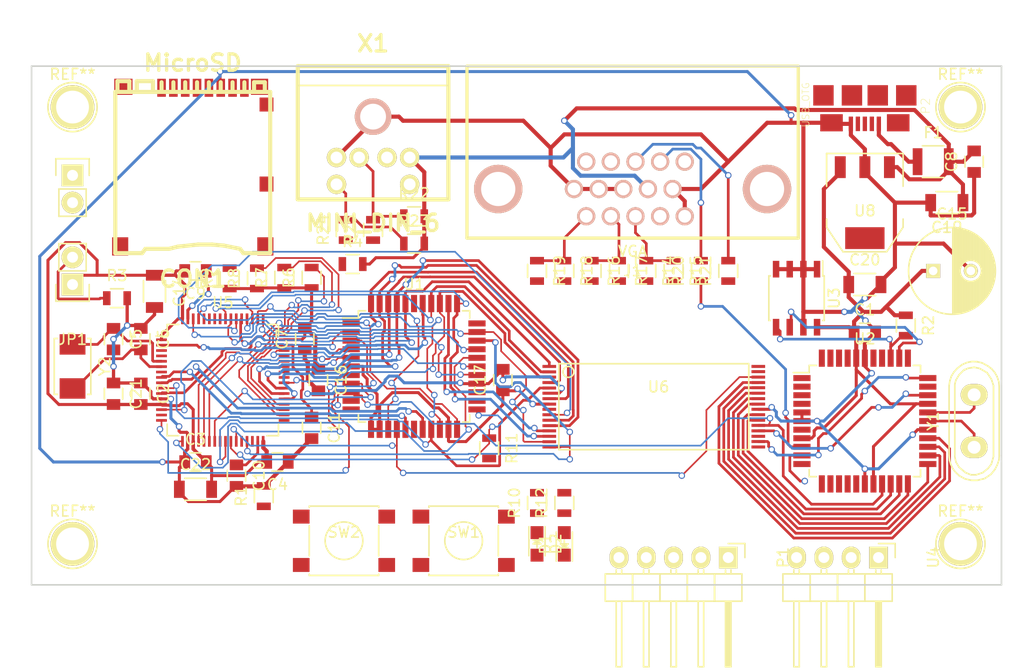
<source format=kicad_pcb>
(kicad_pcb (version 4) (host pcbnew 4.0.0-stable)
  (title_block (title "Alice 3") (date 1/20/2016) (rev v1) (company "Earwig, Inc."))
  (layers (0 F.Cu signal) (31 B.Cu signal) (34 B.Paste user) (35 F.Paste user) (36 B.SilkS user) (37 F.SilkS user) (38 B.Mask user) (39 F.Mask user) (44 Edge.Cuts user))
  (net 0 "")
  (net 1 +3V3)
  (net 2 GND)
  (net 3 "Net-(C5-Pad1)")
  (net 4 "Net-(C6-Pad2)")
  (net 5 +5V)
  (net 6 "Net-(C10-Pad1)")
  (net 7 "Net-(C11-Pad1)")
  (net 8 "Net-(CON1-Pad8)")
  (net 9 /IO/DO)
  (net 10 /IO/SCK)
  (net 11 /IO/DI)
  (net 12 /IO/CS)
  (net 13 "Net-(CON1-Pad1)")
  (net 14 "Net-(D1-Pad2)")
  (net 15 "Net-(D2-Pad1)")
  (net 16 "Net-(P1-Pad3)")
  (net 17 "Net-(P1-Pad4)")
  (net 18 "Net-(P1-Pad5)")
  (net 19 USB_D_N)
  (net 20 USB_D_P)
  (net 21 USB_ID)
  (net 22 "Net-(P3-Pad1)")
  (net 23 "Net-(P3-Pad2)")
  (net 24 "Net-(R2-Pad2)")
  (net 25 USB_DET)
  (net 26 /Z80_RESET)
  (net 27 /BUSRQ)
  (net 28 A16)
  (net 29 /RESET)
  (net 30 KBD_DATA)
  (net 31 KBD_CLK)
  (net 32 /IORQ)
  (net 33 /WR)
  (net 34 /RD)
  (net 35 A7)
  (net 36 CLK)
  (net 37 D0)
  (net 38 D1)
  (net 39 D2)
  (net 40 D3)
  (net 41 D4)
  (net 42 D5)
  (net 43 D6)
  (net 44 D7)
  (net 45 A0)
  (net 46 A1)
  (net 47 A2)
  (net 48 "Net-(U2-Pad37)")
  (net 49 A10)
  (net 50 A15)
  (net 51 /MREQ)
  (net 52 A4)
  (net 53 A14)
  (net 54 A13)
  (net 55 A12)
  (net 56 A8)
  (net 57 /HALT)
  (net 58 /BUSACK)
  (net 59 A11)
  (net 60 A3)
  (net 61 A9)
  (net 62 A6)
  (net 63 A5)
  (net 64 "Net-(F1-Pad1)")
  (net 65 "Net-(J1-Pad11)")
  (net 66 "Net-(J1-Pad1)")
  (net 67 "Net-(J1-Pad2)")
  (net 68 "Net-(J1-Pad3)")
  (net 69 "Net-(J1-Pad4)")
  (net 70 "Net-(J1-Pad12)")
  (net 71 "Net-(J1-Pad13)")
  (net 72 "Net-(J1-Pad14)")
  (net 73 "Net-(J1-Pad15)")
  (net 74 "Net-(JP1-Pad2)")
  (net 75 "Net-(R1-Pad1)")
  (net 76 VGA_B1)
  (net 77 VGA_B0)
  (net 78 VGA_G1)
  (net 79 VGA_G0)
  (net 80 VGA_R1)
  (net 81 VGA_R0)
  (net 82 VGA_VSYNC)
  (net 83 VGA_HSYNC)
  (net 84 "Net-(R22-Pad1)")
  (net 85 "Net-(R23-Pad1)")
  (net 86 "Net-(SW2-Pad1)")
  (net 87 "Net-(U1-Pad11)")
  (net 88 "Net-(U1-Pad17)")
  (net 89 "Net-(U1-Pad24)")
  (net 90 "Net-(U1-Pad25)")
  (net 91 "Net-(U1-Pad33)")
  (net 92 "Net-(U1-Pad39)")
  (net 93 "Net-(U2-Pad28)")
  (net 94 "Net-(U2-Pad29)")
  (net 95 "Net-(U2-Pad35)")
  (net 96 "Net-(U2-Pad38)")
  (net 97 ~PROP_READY~)
  (net 98 A17)
  (net 99 "Net-(X1-Pad6)")
  (net 100 "Net-(X1-Pad2)")
  (module Connect:1pin (layer F.Cu) (at 113.03 77.47)
    (fp_text reference REF** (at 0 -3.048) (layer F.SilkS))
    (fp_text value 1pin)
    (pad 1 thru_hole circle (at 0 0) (size 4.064 4.064) (drill 3.048) (layers *.Cu *.Mask F.SilkS))
  )
  (module Connect:1pin (layer F.Cu) (at 113.03 118.11)
    (fp_text reference REF** (at 0 -3.048) (layer F.SilkS))
    (fp_text value 1pin)
    (pad 1 thru_hole circle (at 0 0) (size 4.064 4.064) (drill 3.048) (layers *.Cu *.Mask F.SilkS))
  )
  (module Connect:1pin (layer F.Cu) (at 195.58 118.11)
    (fp_text reference REF** (at 0 -3.048) (layer F.SilkS))
    (fp_text value 1pin)
    (pad 1 thru_hole circle (at 0 0) (size 4.064 4.064) (drill 3.048) (layers *.Cu *.Mask F.SilkS))
  )
  (module Capacitors_SMD:C_0805 (layer F.Cu) (at 186.69 98.425)
    (fp_text reference C1 (at 0 -2.1) (layer F.SilkS))
    (fp_text value "0.1 µF")
    (pad 1 smd rect (at -1 0) (size 1 1.25) (layers F.Cu F.Paste F.Mask) (net 1 +3V3))
    (pad 2 smd rect (at 1 0) (size 1 1.25) (layers F.Cu F.Paste F.Mask) (net 2 GND))
  )
  (module Capacitors_SMD:C_0805 (layer F.Cu) (at 119.38 104.14 270)
    (fp_text reference C2 (at 0 -2.1 270) (layer F.SilkS))
    (fp_text value 100nF)
    (pad 1 smd rect (at -1 0 270) (size 1 1.25) (layers F.Cu F.Paste F.Mask) (net 2 GND))
    (pad 2 smd rect (at 1 0 270) (size 1 1.25) (layers F.Cu F.Paste F.Mask) (net 1 +3V3))
  )
  (module Capacitors_SMD:C_0805 (layer F.Cu) (at 124.46 110.49)
    (fp_text reference C3 (at 0 -2.1) (layer F.SilkS))
    (fp_text value 100nF)
    (pad 1 smd rect (at -1 0) (size 1 1.25) (layers F.Cu F.Paste F.Mask) (net 2 GND))
    (pad 2 smd rect (at 1 0) (size 1 1.25) (layers F.Cu F.Paste F.Mask) (net 1 +3V3))
  )
  (module Capacitors_SMD:C_0805 (layer F.Cu) (at 132.08 110.49 180)
    (fp_text reference C4 (at 0 -2.1 180) (layer F.SilkS))
    (fp_text value 100nF)
    (pad 1 smd rect (at -1 0 180) (size 1 1.25) (layers F.Cu F.Paste F.Mask) (net 2 GND))
    (pad 2 smd rect (at 1 0 180) (size 1 1.25) (layers F.Cu F.Paste F.Mask) (net 1 +3V3))
  )
  (module Capacitors_SMD:C_0805 (layer F.Cu) (at 116.84 99.06 270)
    (fp_text reference C5 (at 0 -2.1 270) (layer F.SilkS))
    (fp_text value 22pF)
    (pad 1 smd rect (at -1 0 270) (size 1 1.25) (layers F.Cu F.Paste F.Mask) (net 3 "Net-(C5-Pad1)"))
    (pad 2 smd rect (at 1 0 270) (size 1 1.25) (layers F.Cu F.Paste F.Mask) (net 2 GND))
  )
  (module Capacitors_SMD:C_0805 (layer F.Cu) (at 119.38 99.06 270)
    (fp_text reference C6 (at 0 -2.1 270) (layer F.SilkS))
    (fp_text value 22pF)
    (pad 1 smd rect (at -1 0 270) (size 1 1.25) (layers F.Cu F.Paste F.Mask) (net 2 GND))
    (pad 2 smd rect (at 1 0 270) (size 1 1.25) (layers F.Cu F.Paste F.Mask) (net 4 "Net-(C6-Pad2)"))
  )
  (module Capacitors_SMD:C_0805 (layer F.Cu) (at 134.62 99.06 90)
    (fp_text reference C7 (at 0 -2.1 90) (layer F.SilkS))
    (fp_text value 100nF)
    (pad 1 smd rect (at -1 0 90) (size 1 1.25) (layers F.Cu F.Paste F.Mask) (net 2 GND))
    (pad 2 smd rect (at 1 0 90) (size 1 1.25) (layers F.Cu F.Paste F.Mask) (net 1 +3V3))
  )
  (module Capacitors_SMD:C_0805 (layer F.Cu) (at 196.85 82.55 90)
    (fp_text reference C8 (at 0 -2.1 90) (layer F.SilkS))
    (fp_text value 100nF)
    (pad 1 smd rect (at -1 0 90) (size 1 1.25) (layers F.Cu F.Paste F.Mask) (net 2 GND))
    (pad 2 smd rect (at 1 0 90) (size 1 1.25) (layers F.Cu F.Paste F.Mask) (net 5 +5V))
  )
  (module Capacitors_SMD:C_0805 (layer F.Cu) (at 124.46 92.71 180)
    (fp_text reference C9 (at 0 -2.1 180) (layer F.SilkS))
    (fp_text value 100nF)
    (pad 1 smd rect (at -1 0 180) (size 1 1.25) (layers F.Cu F.Paste F.Mask) (net 2 GND))
    (pad 2 smd rect (at 1 0 180) (size 1 1.25) (layers F.Cu F.Paste F.Mask) (net 1 +3V3))
  )
  (module Capacitors_SMD:C_0805 (layer F.Cu) (at 128.27 111.76 270)
    (fp_text reference C10 (at 0 -2.1 270) (layer F.SilkS))
    (fp_text value 2.2µF)
    (pad 1 smd rect (at -1 0 270) (size 1 1.25) (layers F.Cu F.Paste F.Mask) (net 6 "Net-(C10-Pad1)"))
    (pad 2 smd rect (at 1 0 270) (size 1 1.25) (layers F.Cu F.Paste F.Mask) (net 2 GND))
  )
  (module Capacitors_SMD:C_0805 (layer F.Cu) (at 135.255 107.315 270)
    (fp_text reference C11 (at 0 -2.1 270) (layer F.SilkS))
    (fp_text value 2.2µF)
    (pad 1 smd rect (at -1 0 270) (size 1 1.25) (layers F.Cu F.Paste F.Mask) (net 7 "Net-(C11-Pad1)"))
    (pad 2 smd rect (at 1 0 270) (size 1 1.25) (layers F.Cu F.Paste F.Mask) (net 2 GND))
  )
  (module Capacitors_ThroughHole:C_Radial_D8_L11.5_P3.5 (layer F.Cu) (at 193.04 92.71)
    (fp_text reference C15 (at 1.75 -5.3) (layer F.SilkS))
    (fp_text value "1000 µF")
    (pad 2 thru_hole circle (at 3.5 0) (size 1.3 1.3) (drill 0.8) (layers *.Cu *.Mask F.SilkS) (net 2 GND))
    (pad 1 thru_hole rect (at 0 0) (size 1.3 1.3) (drill 0.8) (layers *.Cu *.Mask F.SilkS) (net 1 +3V3))
  )
  (module Capacitors_SMD:C_0805 (layer F.Cu) (at 135.89 102.87 270)
    (fp_text reference C16 (at 0 -2.1 270) (layer F.SilkS))
    (fp_text value "0.1 µF")
    (pad 1 smd rect (at -1 0 270) (size 1 1.25) (layers F.Cu F.Paste F.Mask) (net 1 +3V3))
    (pad 2 smd rect (at 1 0 270) (size 1 1.25) (layers F.Cu F.Paste F.Mask) (net 2 GND))
  )
  (module Capacitors_SMD:C_0805 (layer F.Cu) (at 153.035 102.87 90)
    (fp_text reference C17 (at 0 -2.1 90) (layer F.SilkS))
    (fp_text value "0.1 µF")
    (pad 1 smd rect (at -1 0 90) (size 1 1.25) (layers F.Cu F.Paste F.Mask) (net 1 +3V3))
    (pad 2 smd rect (at 1 0 90) (size 1 1.25) (layers F.Cu F.Paste F.Mask) (net 2 GND))
  )
  (module microsd:microsd_socket (layer F.Cu) (at 124.206 83.058)
    (fp_text reference CON1 (at 0 10.39876) (layer F.SilkS) (effects (font (thickness 0.3048))))
    (fp_text value MicroSD (at 0 -9.70026) (layer F.SilkS) (effects (font (thickness 0.3048))))
    (pad 8 smd rect (at 4.8006 -7.38378) (size 0.8001 1.67894) (layers F.Cu F.Paste F.Mask) (net 8 "Net-(CON1-Pad8)") (clearance 0.20066))
    (pad 7 smd rect (at 3.70078 -7.38378) (size 0.8001 1.67894) (layers F.Cu F.Paste F.Mask) (net 9 /IO/DO) (clearance 0.20066))
    (pad 6 smd rect (at 2.60096 -7.38378) (size 0.8001 1.67894) (layers F.Cu F.Paste F.Mask) (net 2 GND) (clearance 0.20066))
    (pad 5 smd rect (at 1.50114 -7.38378) (size 0.8001 1.67894) (layers F.Cu F.Paste F.Mask) (net 10 /IO/SCK) (clearance 0.20066))
    (pad 4 smd rect (at 0.39878 -7.38378) (size 0.8001 1.67894) (layers F.Cu F.Paste F.Mask) (net 1 +3V3) (clearance 0.20066))
    (pad 3 smd rect (at -0.70104 -7.38378) (size 0.8001 1.67894) (layers F.Cu F.Paste F.Mask) (net 11 /IO/DI) (clearance 0.20066))
    (pad 2 smd rect (at -1.80086 -7.38378) (size 0.8001 1.67894) (layers F.Cu F.Paste F.Mask) (net 12 /IO/CS) (clearance 0.20066))
    (pad 1 smd rect (at -2.90068 -7.38378) (size 0.8001 1.67894) (layers F.Cu F.Paste F.Mask) (net 13 "Net-(CON1-Pad1)") (clearance 0.20066))
    (pad CD2 smd rect (at 6.85546 -5.82422) (size 1.29032 1.30048) (layers F.Cu F.Paste F.Mask) (clearance 0.20066))
    (pad "" smd rect (at 6.74878 7.37616) (size 1.50114 1.69926) (layers F.Cu F.Paste F.Mask))
    (pad "" smd rect (at -6.44906 -7.47522) (size 1.69926 1.50114) (layers F.Cu F.Paste F.Mask))
    (pad CD1 smd rect (at 6.85546 1.5748) (size 1.29032 1.39954) (layers F.Cu F.Paste F.Mask))
    (pad "" smd rect (at -6.74878 7.37616) (size 1.50114 1.69926) (layers F.Cu F.Paste F.Mask))
    (pad "" smd rect (at 6.2103 -7.47522) (size 1.6002 1.50114) (layers F.Cu F.Paste F.Mask) (clearance 0.20066))
  )
  (module LEDs:LED_0805 (layer F.Cu) (at 156.21 118.11 270)
    (fp_text reference D2 (at 0 -1.75 270) (layer F.SilkS))
    (fp_text value POWER)
    (pad 2 smd rect (at 1.04902 0 90) (size 1.19888 1.19888) (layers F.Cu F.Paste F.Mask) (net 1 +3V3))
    (pad 1 smd rect (at -1.04902 0 90) (size 1.19888 1.19888) (layers F.Cu F.Paste F.Mask) (net 15 "Net-(D2-Pad1)"))
  )
  (module Pin_Headers:Pin_Header_Straight_1x02 (layer F.Cu) (at 113.03 93.98 180)
    (fp_text reference JP1 (at 0 -5.1 180) (layer F.SilkS))
    (fp_text value Jumper_NO_Small)
    (pad 1 thru_hole rect (at 0 0 180) (size 2.032 2.032) (drill 1.016) (layers *.Cu *.Mask F.SilkS) (net 1 +3V3))
    (pad 2 thru_hole oval (at 0 2.54 180) (size 2.032 2.032) (drill 1.016) (layers *.Cu *.Mask F.SilkS) (net 74 "Net-(JP1-Pad2)"))
  )
  (module Pin_Headers:Pin_Header_Angled_1x05 (layer F.Cu) (at 173.99 119.38 270)
    (fp_text reference P1 (at 0 -5.1 270) (layer F.SilkS))
    (fp_text value CONN_01X05)
    (pad 1 thru_hole rect (at 0 0 270) (size 2.032 1.7272) (drill 1.016) (layers *.Cu *.Mask F.SilkS) (net 2 GND))
    (pad 2 thru_hole oval (at 0 2.54 270) (size 2.032 1.7272) (drill 1.016) (layers *.Cu *.Mask F.SilkS) (net 1 +3V3))
    (pad 3 thru_hole oval (at 0 5.08 270) (size 2.032 1.7272) (drill 1.016) (layers *.Cu *.Mask F.SilkS) (net 16 "Net-(P1-Pad3)"))
    (pad 4 thru_hole oval (at 0 7.62 270) (size 2.032 1.7272) (drill 1.016) (layers *.Cu *.Mask F.SilkS) (net 17 "Net-(P1-Pad4)"))
    (pad 5 thru_hole oval (at 0 10.16 270) (size 2.032 1.7272) (drill 1.016) (layers *.Cu *.Mask F.SilkS) (net 18 "Net-(P1-Pad5)"))
  )
  (module microusb:10118192-0001LF (layer F.Cu) (at 186.69 74.93 180)
    (fp_text reference P2 (at -5.648 -2.432 270) (layer F.SilkS) (effects (font (size 0.8 0.8) (thickness 0.05))))
    (fp_text value USB_OTG (at 5.4936 -2.332 270) (layer F.SilkS) (effects (font (size 0.64 0.64) (thickness 0.05))))
    (pad 1 smd rect (at -1.3 -4.1 270) (size 1.35 0.4) (layers F.Cu F.Paste F.Mask) (net 64 "Net-(F1-Pad1)"))
    (pad 2 smd rect (at -0.65 -4.1 270) (size 1.35 0.4) (layers F.Cu F.Paste F.Mask) (net 19 USB_D_N))
    (pad 3 smd rect (at 0 -4.1 270) (size 1.35 0.4) (layers F.Cu F.Paste F.Mask) (net 20 USB_D_P))
    (pad 4 smd rect (at 0.65 -4.1 270) (size 1.35 0.4) (layers F.Cu F.Paste F.Mask) (net 21 USB_ID))
    (pad 5 smd rect (at 1.3 -4.1 270) (size 1.35 0.4) (layers F.Cu F.Paste F.Mask) (net 2 GND))
    (pad M1 smd rect (at -1.2 -1.45 180) (size 1.9 1.9) (layers F.Cu F.Paste F.Mask))
    (pad M2 smd rect (at 1.2 -1.45 180) (size 1.9 1.9) (layers F.Cu F.Paste F.Mask))
    (pad S1 smd rect (at -3.85 -1.45 180) (size 1.9 1.9) (layers F.Cu F.Paste F.Mask))
    (pad S3 smd rect (at -3.1 -4 180) (size 2.1 1.6) (layers F.Cu F.Paste F.Mask))
    (pad S4 smd rect (at 3.1 -4 180) (size 2.1 1.6) (layers F.Cu F.Paste F.Mask) (net 2 GND))
    (pad S2 smd rect (at 3.85 -1.45 180) (size 1.9 1.9) (layers F.Cu F.Paste F.Mask))
  )
  (module Pin_Headers:Pin_Header_Straight_1x02 (layer F.Cu) (at 113.03 83.82)
    (fp_text reference P3 (at 0 -5.1) (layer F.SilkS))
    (fp_text value UART1)
    (pad 1 thru_hole rect (at 0 0) (size 2.032 2.032) (drill 1.016) (layers *.Cu *.Mask F.SilkS) (net 22 "Net-(P3-Pad1)"))
    (pad 2 thru_hole oval (at 0 2.54) (size 2.032 2.032) (drill 1.016) (layers *.Cu *.Mask F.SilkS) (net 23 "Net-(P3-Pad2)"))
  )
  (module Resistors_SMD:R_0805 (layer F.Cu) (at 130.81 113.665 90)
    (fp_text reference R1 (at 0 -2.1 90) (layer F.SilkS))
    (fp_text value 10k)
    (pad 1 smd rect (at -0.95 0 90) (size 0.7 1.3) (layers F.Cu F.Paste F.Mask) (net 75 "Net-(R1-Pad1)"))
    (pad 2 smd rect (at 0.95 0 90) (size 0.7 1.3) (layers F.Cu F.Paste F.Mask) (net 2 GND))
  )
  (module Resistors_SMD:R_0805 (layer F.Cu) (at 190.5 97.79 270)
    (fp_text reference R2 (at 0 -2.1 270) (layer F.SilkS))
    (fp_text value 10k)
    (pad 1 smd rect (at -0.95 0 270) (size 0.7 1.3) (layers F.Cu F.Paste F.Mask) (net 1 +3V3))
    (pad 2 smd rect (at 0.95 0 270) (size 0.7 1.3) (layers F.Cu F.Paste F.Mask) (net 24 "Net-(R2-Pad2)"))
  )
  (module Resistors_SMD:R_0805 (layer F.Cu) (at 117.16 95.25)
    (fp_text reference R3 (at 0 -2.1) (layer F.SilkS))
    (fp_text value 10k)
    (pad 1 smd rect (at -0.95 0) (size 0.7 1.3) (layers F.Cu F.Paste F.Mask) (net 74 "Net-(JP1-Pad2)"))
    (pad 2 smd rect (at 0.95 0) (size 0.7 1.3) (layers F.Cu F.Paste F.Mask) (net 2 GND))
  )
  (module Resistors_SMD:R_0805 (layer F.Cu) (at 139.065 92.075)
    (fp_text reference R4 (at 0 -2.1) (layer F.SilkS))
    (fp_text value 220)
    (pad 1 smd rect (at -0.95 0) (size 0.7 1.3) (layers F.Cu F.Paste F.Mask) (net 25 USB_DET))
    (pad 2 smd rect (at 0.95 0) (size 0.7 1.3) (layers F.Cu F.Paste F.Mask) (net 5 +5V))
  )
  (module Resistors_SMD:R_0805 (layer F.Cu) (at 135.255 93.345 90)
    (fp_text reference R6 (at 0 -2.1 90) (layer F.SilkS))
    (fp_text value 68K)
    (pad 1 smd rect (at -0.95 0 90) (size 0.7 1.3) (layers F.Cu F.Paste F.Mask) (net 1 +3V3))
    (pad 2 smd rect (at 0.95 0 90) (size 0.7 1.3) (layers F.Cu F.Paste F.Mask) (net 9 /IO/DO))
  )
  (module Resistors_SMD:R_0805 (layer F.Cu) (at 132.715 93.345 90)
    (fp_text reference R7 (at 0 -2.1 90) (layer F.SilkS))
    (fp_text value 68K)
    (pad 1 smd rect (at -0.95 0 90) (size 0.7 1.3) (layers F.Cu F.Paste F.Mask) (net 1 +3V3))
    (pad 2 smd rect (at 0.95 0 90) (size 0.7 1.3) (layers F.Cu F.Paste F.Mask) (net 10 /IO/SCK))
  )
  (module Resistors_SMD:R_0805 (layer F.Cu) (at 130.175 93.406 90)
    (fp_text reference R8 (at 0 -2.1 90) (layer F.SilkS))
    (fp_text value 68K)
    (pad 1 smd rect (at -0.95 0 90) (size 0.7 1.3) (layers F.Cu F.Paste F.Mask) (net 1 +3V3))
    (pad 2 smd rect (at 0.95 0 90) (size 0.7 1.3) (layers F.Cu F.Paste F.Mask) (net 11 /IO/DI))
  )
  (module Resistors_SMD:R_0805 (layer F.Cu) (at 127.635 93.406 90)
    (fp_text reference R9 (at 0 -2.1 90) (layer F.SilkS))
    (fp_text value 68K)
    (pad 1 smd rect (at -0.95 0 90) (size 0.7 1.3) (layers F.Cu F.Paste F.Mask) (net 1 +3V3))
    (pad 2 smd rect (at 0.95 0 90) (size 0.7 1.3) (layers F.Cu F.Paste F.Mask) (net 12 /IO/CS))
  )
  (module Resistors_SMD:R_0805 (layer F.Cu) (at 156.21 114.3 90)
    (fp_text reference R10 (at 0 -2.1 90) (layer F.SilkS))
    (fp_text value 100)
    (pad 1 smd rect (at -0.95 0 90) (size 0.7 1.3) (layers F.Cu F.Paste F.Mask) (net 15 "Net-(D2-Pad1)"))
    (pad 2 smd rect (at 0.95 0 90) (size 0.7 1.3) (layers F.Cu F.Paste F.Mask) (net 2 GND))
  )
  (module Resistors_SMD:R_0805 (layer F.Cu) (at 151.765 109.22 270)
    (fp_text reference R11 (at 0 -2.1 270) (layer F.SilkS))
    (fp_text value 10k)
    (pad 1 smd rect (at -0.95 0 270) (size 0.7 1.3) (layers F.Cu F.Paste F.Mask) (net 26 /Z80_RESET))
    (pad 2 smd rect (at 0.95 0 270) (size 0.7 1.3) (layers F.Cu F.Paste F.Mask) (net 2 GND))
  )
  (module Resistors_SMD:R_0805 (layer F.Cu) (at 158.75 114.3 90)
    (fp_text reference R12 (at 0 -2.1 90) (layer F.SilkS))
    (fp_text value 100)
    (pad 1 smd rect (at -0.95 0 90) (size 0.7 1.3) (layers F.Cu F.Paste F.Mask) (net 75 "Net-(R1-Pad1)"))
    (pad 2 smd rect (at 0.95 0 90) (size 0.7 1.3) (layers F.Cu F.Paste F.Mask) (net 14 "Net-(D1-Pad2)"))
  )
  (module Housings_QFP:LQFP-44_10x10mm_Pitch0.8mm (layer F.Cu) (at 186.69 106.68)
    (fp_text reference U2 (at 0 -7.65) (layer F.SilkS))
    (fp_text value Propeller_P8X32A-Q44)
    (pad 1 smd rect (at -5.85 -4) (size 1.6 0.56) (layers F.Cu F.Paste F.Mask) (net 35 A7))
    (pad 2 smd rect (at -5.85 -3.2) (size 1.6 0.56) (layers F.Cu F.Paste F.Mask) (net 36 CLK))
    (pad 3 smd rect (at -5.85 -2.4) (size 1.6 0.56) (layers F.Cu F.Paste F.Mask) (net 18 "Net-(P1-Pad5)"))
    (pad 4 smd rect (at -5.85 -1.6) (size 1.6 0.56) (layers F.Cu F.Paste F.Mask) (net 17 "Net-(P1-Pad4)"))
    (pad 5 smd rect (at -5.85 -0.8) (size 1.6 0.56) (layers F.Cu F.Paste F.Mask) (net 2 GND))
    (pad 6 smd rect (at -5.85 0) (size 1.6 0.56) (layers F.Cu F.Paste F.Mask) (net 2 GND))
    (pad 7 smd rect (at -5.85 0.8) (size 1.6 0.56) (layers F.Cu F.Paste F.Mask) (net 29 /RESET))
    (pad 8 smd rect (at -5.85 1.6) (size 1.6 0.56) (layers F.Cu F.Paste F.Mask) (net 1 +3V3))
    (pad 9 smd rect (at -5.85 2.4) (size 1.6 0.56) (layers F.Cu F.Paste F.Mask) (net 82 VGA_VSYNC))
    (pad 10 smd rect (at -5.85 3.2) (size 1.6 0.56) (layers F.Cu F.Paste F.Mask) (net 83 VGA_HSYNC))
    (pad 11 smd rect (at -5.85 4) (size 1.6 0.56) (layers F.Cu F.Paste F.Mask) (net 77 VGA_B0))
    (pad 12 smd rect (at -4 5.85 90) (size 1.6 0.56) (layers F.Cu F.Paste F.Mask) (net 76 VGA_B1))
    (pad 13 smd rect (at -3.2 5.85 90) (size 1.6 0.56) (layers F.Cu F.Paste F.Mask) (net 79 VGA_G0))
    (pad 14 smd rect (at -2.4 5.85 90) (size 1.6 0.56) (layers F.Cu F.Paste F.Mask) (net 78 VGA_G1))
    (pad 15 smd rect (at -1.6 5.85 90) (size 1.6 0.56) (layers F.Cu F.Paste F.Mask) (net 80 VGA_R1))
    (pad 16 smd rect (at -0.8 5.85 90) (size 1.6 0.56) (layers F.Cu F.Paste F.Mask) (net 81 VGA_R0))
    (pad 17 smd rect (at 0 5.85 90) (size 1.6 0.56) (layers F.Cu F.Paste F.Mask) (net 2 GND))
    (pad 18 smd rect (at 0.8 5.85 90) (size 1.6 0.56) (layers F.Cu F.Paste F.Mask) (net 1 +3V3))
    (pad 19 smd rect (at 1.6 5.85 90) (size 1.6 0.56) (layers F.Cu F.Paste F.Mask) (net 37 D0))
    (pad 20 smd rect (at 2.4 5.85 90) (size 1.6 0.56) (layers F.Cu F.Paste F.Mask) (net 38 D1))
    (pad 21 smd rect (at 3.2 5.85 90) (size 1.6 0.56) (layers F.Cu F.Paste F.Mask) (net 39 D2))
    (pad 22 smd rect (at 4 5.85 90) (size 1.6 0.56) (layers F.Cu F.Paste F.Mask) (net 40 D3))
    (pad 23 smd rect (at 5.85 4) (size 1.6 0.56) (layers F.Cu F.Paste F.Mask) (net 41 D4))
    (pad 24 smd rect (at 5.85 3.2) (size 1.6 0.56) (layers F.Cu F.Paste F.Mask) (net 42 D5))
    (pad 25 smd rect (at 5.85 2.4) (size 1.6 0.56) (layers F.Cu F.Paste F.Mask) (net 43 D6))
    (pad 26 smd rect (at 5.85 1.6) (size 1.6 0.56) (layers F.Cu F.Paste F.Mask) (net 44 D7))
    (pad 27 smd rect (at 5.85 0.8) (size 1.6 0.56) (layers F.Cu F.Paste F.Mask) (net 2 GND))
    (pad 28 smd rect (at 5.85 0) (size 1.6 0.56) (layers F.Cu F.Paste F.Mask) (net 93 "Net-(U2-Pad28)"))
    (pad 29 smd rect (at 5.85 -0.8) (size 1.6 0.56) (layers F.Cu F.Paste F.Mask) (net 94 "Net-(U2-Pad29)"))
    (pad 30 smd rect (at 5.85 -1.6) (size 1.6 0.56) (layers F.Cu F.Paste F.Mask) (net 1 +3V3))
    (pad 31 smd rect (at 5.85 -2.4) (size 1.6 0.56) (layers F.Cu F.Paste F.Mask) (net 45 A0))
    (pad 32 smd rect (at 5.85 -3.2) (size 1.6 0.56) (layers F.Cu F.Paste F.Mask) (net 46 A1))
    (pad 33 smd rect (at 5.85 -4) (size 1.6 0.56) (layers F.Cu F.Paste F.Mask) (net 47 A2))
    (pad 34 smd rect (at 4 -5.85 90) (size 1.6 0.56) (layers F.Cu F.Paste F.Mask) (net 16 "Net-(P1-Pad3)"))
    (pad 35 smd rect (at 3.2 -5.85 90) (size 1.6 0.56) (layers F.Cu F.Paste F.Mask) (net 95 "Net-(U2-Pad35)"))
    (pad 36 smd rect (at 2.4 -5.85 90) (size 1.6 0.56) (layers F.Cu F.Paste F.Mask) (net 24 "Net-(R2-Pad2)"))
    (pad 37 smd rect (at 1.6 -5.85 90) (size 1.6 0.56) (layers F.Cu F.Paste F.Mask) (net 48 "Net-(U2-Pad37)"))
    (pad 38 smd rect (at 0.8 -5.85 90) (size 1.6 0.56) (layers F.Cu F.Paste F.Mask) (net 96 "Net-(U2-Pad38)"))
    (pad 39 smd rect (at 0 -5.85 90) (size 1.6 0.56) (layers F.Cu F.Paste F.Mask) (net 2 GND))
    (pad 40 smd rect (at -0.8 -5.85 90) (size 1.6 0.56) (layers F.Cu F.Paste F.Mask) (net 1 +3V3))
    (pad 41 smd rect (at -1.6 -5.85 90) (size 1.6 0.56) (layers F.Cu F.Paste F.Mask) (net 97 ~PROP_READY~))
    (pad 42 smd rect (at -2.4 -5.85 90) (size 1.6 0.56) (layers F.Cu F.Paste F.Mask) (net 32 /IORQ))
    (pad 43 smd rect (at -3.2 -5.85 90) (size 1.6 0.56) (layers F.Cu F.Paste F.Mask) (net 33 /WR))
    (pad 44 smd rect (at -4 -5.85 90) (size 1.6 0.56) (layers F.Cu F.Paste F.Mask) (net 34 /RD))
  )
  (module Pin_Headers:Pin_Header_Angled_1x04 (layer F.Cu) (at 187.96 119.38 270)
    (fp_text reference U4 (at 0 -5.1 270) (layer F.SilkS))
    (fp_text value Propeller_Plug)
    (pad 1 thru_hole rect (at 0 0 270) (size 2.032 1.7272) (drill 1.016) (layers *.Cu *.Mask F.SilkS) (net 2 GND))
    (pad 2 thru_hole oval (at 0 2.54 270) (size 2.032 1.7272) (drill 1.016) (layers *.Cu *.Mask F.SilkS) (net 29 /RESET))
    (pad 3 thru_hole oval (at 0 5.08 270) (size 2.032 1.7272) (drill 1.016) (layers *.Cu *.Mask F.SilkS) (net 96 "Net-(U2-Pad38)"))
    (pad 4 thru_hole oval (at 0 7.62 270) (size 2.032 1.7272) (drill 1.016) (layers *.Cu *.Mask F.SilkS) (net 48 "Net-(U2-Pad37)"))
  )
  (module Housings_QFP:LQFP-64_10x10mm_Pitch0.5mm (layer F.Cu) (at 127 102.87)
    (fp_text reference U5 (at 0 -7.2) (layer F.SilkS))
    (fp_text value STM32F415RG)
    (pad 1 smd rect (at -5.7 -3.75) (size 1 0.25) (layers F.Cu F.Paste F.Mask) (net 1 +3V3))
    (pad 2 smd rect (at -5.7 -3.25) (size 1 0.25) (layers F.Cu F.Paste F.Mask) (net 49 A10))
    (pad 3 smd rect (at -5.7 -2.75) (size 1 0.25) (layers F.Cu F.Paste F.Mask) (net 97 ~PROP_READY~))
    (pad 4 smd rect (at -5.7 -2.25) (size 1 0.25) (layers F.Cu F.Paste F.Mask) (net 98 A17))
    (pad 5 smd rect (at -5.7 -1.75) (size 1 0.25) (layers F.Cu F.Paste F.Mask) (net 3 "Net-(C5-Pad1)"))
    (pad 6 smd rect (at -5.7 -1.25) (size 1 0.25) (layers F.Cu F.Paste F.Mask) (net 4 "Net-(C6-Pad2)"))
    (pad 7 smd rect (at -5.7 -0.75) (size 1 0.25) (layers F.Cu F.Paste F.Mask) (net 29 /RESET))
    (pad 8 smd rect (at -5.7 -0.25) (size 1 0.25) (layers F.Cu F.Paste F.Mask) (net 32 /IORQ))
    (pad 9 smd rect (at -5.7 0.25) (size 1 0.25) (layers F.Cu F.Paste F.Mask) (net 34 /RD))
    (pad 10 smd rect (at -5.7 0.75) (size 1 0.25) (layers F.Cu F.Paste F.Mask) (net 33 /WR))
    (pad 11 smd rect (at -5.7 1.25) (size 1 0.25) (layers F.Cu F.Paste F.Mask) (net 50 A15))
    (pad 12 smd rect (at -5.7 1.75) (size 1 0.25) (layers F.Cu F.Paste F.Mask) (net 2 GND))
    (pad 13 smd rect (at -5.7 2.25) (size 1 0.25) (layers F.Cu F.Paste F.Mask) (net 1 +3V3))
    (pad 14 smd rect (at -5.7 2.75) (size 1 0.25) (layers F.Cu F.Paste F.Mask) (net 37 D0))
    (pad 15 smd rect (at -5.7 3.25) (size 1 0.25) (layers F.Cu F.Paste F.Mask) (net 38 D1))
    (pad 16 smd rect (at -5.7 3.75) (size 1 0.25) (layers F.Cu F.Paste F.Mask) (net 39 D2))
    (pad 17 smd rect (at -3.75 5.7 90) (size 1 0.25) (layers F.Cu F.Paste F.Mask) (net 40 D3))
    (pad 18 smd rect (at -3.25 5.7 90) (size 1 0.25) (layers F.Cu F.Paste F.Mask) (net 2 GND))
    (pad 19 smd rect (at -2.75 5.7 90) (size 1 0.25) (layers F.Cu F.Paste F.Mask) (net 1 +3V3))
    (pad 20 smd rect (at -2.25 5.7 90) (size 1 0.25) (layers F.Cu F.Paste F.Mask) (net 41 D4))
    (pad 21 smd rect (at -1.75 5.7 90) (size 1 0.25) (layers F.Cu F.Paste F.Mask) (net 42 D5))
    (pad 22 smd rect (at -1.25 5.7 90) (size 1 0.25) (layers F.Cu F.Paste F.Mask) (net 43 D6))
    (pad 23 smd rect (at -0.75 5.7 90) (size 1 0.25) (layers F.Cu F.Paste F.Mask) (net 44 D7))
    (pad 24 smd rect (at -0.25 5.7 90) (size 1 0.25) (layers F.Cu F.Paste F.Mask) (net 35 A7))
    (pad 25 smd rect (at 0.25 5.7 90) (size 1 0.25) (layers F.Cu F.Paste F.Mask) (net 47 A2))
    (pad 26 smd rect (at 0.75 5.7 90) (size 1 0.25) (layers F.Cu F.Paste F.Mask) (net 26 /Z80_RESET))
    (pad 27 smd rect (at 1.25 5.7 90) (size 1 0.25) (layers F.Cu F.Paste F.Mask) (net 51 /MREQ))
    (pad 28 smd rect (at 1.75 5.7 90) (size 1 0.25) (layers F.Cu F.Paste F.Mask) (net 75 "Net-(R1-Pad1)"))
    (pad 29 smd rect (at 2.25 5.7 90) (size 1 0.25) (layers F.Cu F.Paste F.Mask) (net 52 A4))
    (pad 30 smd rect (at 2.75 5.7 90) (size 1 0.25) (layers F.Cu F.Paste F.Mask) (net 31 KBD_CLK))
    (pad 31 smd rect (at 3.25 5.7 90) (size 1 0.25) (layers F.Cu F.Paste F.Mask) (net 6 "Net-(C10-Pad1)"))
    (pad 32 smd rect (at 3.75 5.7 90) (size 1 0.25) (layers F.Cu F.Paste F.Mask) (net 1 +3V3))
    (pad 33 smd rect (at 5.7 3.75) (size 1 0.25) (layers F.Cu F.Paste F.Mask) (net 30 KBD_DATA))
    (pad 34 smd rect (at 5.7 3.25) (size 1 0.25) (layers F.Cu F.Paste F.Mask) (net 10 /IO/SCK))
    (pad 35 smd rect (at 5.7 2.75) (size 1 0.25) (layers F.Cu F.Paste F.Mask) (net 9 /IO/DO))
    (pad 36 smd rect (at 5.7 2.25) (size 1 0.25) (layers F.Cu F.Paste F.Mask) (net 11 /IO/DI))
    (pad 37 smd rect (at 5.7 1.75) (size 1 0.25) (layers F.Cu F.Paste F.Mask) (net 53 A14))
    (pad 38 smd rect (at 5.7 1.25) (size 1 0.25) (layers F.Cu F.Paste F.Mask) (net 54 A13))
    (pad 39 smd rect (at 5.7 0.75) (size 1 0.25) (layers F.Cu F.Paste F.Mask) (net 55 A12))
    (pad 40 smd rect (at 5.7 0.25) (size 1 0.25) (layers F.Cu F.Paste F.Mask) (net 56 A8))
    (pad 41 smd rect (at 5.7 -0.25) (size 1 0.25) (layers F.Cu F.Paste F.Mask) (net 12 /IO/CS))
    (pad 42 smd rect (at 5.7 -0.75) (size 1 0.25) (layers F.Cu F.Paste F.Mask) (net 25 USB_DET))
    (pad 43 smd rect (at 5.7 -1.25) (size 1 0.25) (layers F.Cu F.Paste F.Mask) (net 21 USB_ID))
    (pad 44 smd rect (at 5.7 -1.75) (size 1 0.25) (layers F.Cu F.Paste F.Mask) (net 19 USB_D_N))
    (pad 45 smd rect (at 5.7 -2.25) (size 1 0.25) (layers F.Cu F.Paste F.Mask) (net 20 USB_D_P))
    (pad 46 smd rect (at 5.7 -2.75) (size 1 0.25) (layers F.Cu F.Paste F.Mask) (net 46 A1))
    (pad 47 smd rect (at 5.7 -3.25) (size 1 0.25) (layers F.Cu F.Paste F.Mask) (net 7 "Net-(C11-Pad1)"))
    (pad 48 smd rect (at 5.7 -3.75) (size 1 0.25) (layers F.Cu F.Paste F.Mask) (net 1 +3V3))
    (pad 49 smd rect (at 3.75 -5.7 90) (size 1 0.25) (layers F.Cu F.Paste F.Mask) (net 45 A0))
    (pad 50 smd rect (at 3.25 -5.7 90) (size 1 0.25) (layers F.Cu F.Paste F.Mask) (net 57 /HALT))
    (pad 51 smd rect (at 2.75 -5.7 90) (size 1 0.25) (layers F.Cu F.Paste F.Mask) (net 58 /BUSACK))
    (pad 52 smd rect (at 2.25 -5.7 90) (size 1 0.25) (layers F.Cu F.Paste F.Mask) (net 27 /BUSRQ))
    (pad 53 smd rect (at 1.75 -5.7 90) (size 1 0.25) (layers F.Cu F.Paste F.Mask) (net 59 A11))
    (pad 54 smd rect (at 1.25 -5.7 90) (size 1 0.25) (layers F.Cu F.Paste F.Mask) (net 28 A16))
    (pad 55 smd rect (at 0.75 -5.7 90) (size 1 0.25) (layers F.Cu F.Paste F.Mask) (net 60 A3))
    (pad 56 smd rect (at 0.25 -5.7 90) (size 1 0.25) (layers F.Cu F.Paste F.Mask) (net 61 A9))
    (pad 57 smd rect (at -0.25 -5.7 90) (size 1 0.25) (layers F.Cu F.Paste F.Mask) (net 86 "Net-(SW2-Pad1)"))
    (pad 58 smd rect (at -0.75 -5.7 90) (size 1 0.25) (layers F.Cu F.Paste F.Mask) (net 22 "Net-(P3-Pad1)"))
    (pad 59 smd rect (at -1.25 -5.7 90) (size 1 0.25) (layers F.Cu F.Paste F.Mask) (net 23 "Net-(P3-Pad2)"))
    (pad 60 smd rect (at -1.75 -5.7 90) (size 1 0.25) (layers F.Cu F.Paste F.Mask) (net 74 "Net-(JP1-Pad2)"))
    (pad 61 smd rect (at -2.25 -5.7 90) (size 1 0.25) (layers F.Cu F.Paste F.Mask) (net 62 A6))
    (pad 62 smd rect (at -2.75 -5.7 90) (size 1 0.25) (layers F.Cu F.Paste F.Mask) (net 63 A5))
    (pad 63 smd rect (at -3.25 -5.7 90) (size 1 0.25) (layers F.Cu F.Paste F.Mask) (net 2 GND))
    (pad 64 smd rect (at -3.75 -5.7 90) (size 1 0.25) (layers F.Cu F.Paste F.Mask) (net 1 +3V3))
  )
  (module TO_SOT_Packages_SMD:SOT-223 (layer F.Cu) (at 186.69 86.36 180)
    (fp_text reference U8 (at 0 -0.762 180) (layer F.SilkS))
    (fp_text value LD29080DT33R)
    (pad 4 smd rect (at 0 -3.302 180) (size 3.6576 2.032) (layers F.Cu F.Paste F.Mask))
    (pad 2 smd rect (at 0 3.302 180) (size 1.016 2.032) (layers F.Cu F.Paste F.Mask) (net 2 GND))
    (pad 3 smd rect (at 2.286 3.302 180) (size 1.016 2.032) (layers F.Cu F.Paste F.Mask) (net 1 +3V3))
    (pad 1 smd rect (at -2.286 3.302 180) (size 1.016 2.032) (layers F.Cu F.Paste F.Mask) (net 5 +5V))
  )
  (module Housings_SOIC:SOIC-8_3.9x4.9mm_Pitch1.27mm (layer F.Cu) (at 180.34 95.25 270)
    (fp_text reference U3 (at 0 -3.5 270) (layer F.SilkS))
    (fp_text value 24LC256)
    (pad 1 smd rect (at -2.7 -1.905 270) (size 1.55 0.6) (layers F.Cu F.Paste F.Mask) (net 2 GND))
    (pad 2 smd rect (at -2.7 -0.635 270) (size 1.55 0.6) (layers F.Cu F.Paste F.Mask) (net 2 GND))
    (pad 3 smd rect (at -2.7 0.635 270) (size 1.55 0.6) (layers F.Cu F.Paste F.Mask) (net 2 GND))
    (pad 4 smd rect (at -2.7 1.905 270) (size 1.55 0.6) (layers F.Cu F.Paste F.Mask) (net 2 GND))
    (pad 5 smd rect (at 2.7 1.905 270) (size 1.55 0.6) (layers F.Cu F.Paste F.Mask) (net 24 "Net-(R2-Pad2)"))
    (pad 6 smd rect (at 2.7 0.635 270) (size 1.55 0.6) (layers F.Cu F.Paste F.Mask) (net 95 "Net-(U2-Pad35)"))
    (pad 7 smd rect (at 2.7 -0.635 270) (size 1.55 0.6) (layers F.Cu F.Paste F.Mask) (net 2 GND))
    (pad 8 smd rect (at 2.7 -1.905 270) (size 1.55 0.6) (layers F.Cu F.Paste F.Mask) (net 1 +3V3))
  )
  (module Capacitors_SMD:C_1206 (layer F.Cu) (at 120.65 94.615 270)
    (fp_text reference C14 (at 0 -2.3 270) (layer F.SilkS))
    (fp_text value 10µF)
    (pad 1 smd rect (at -1.5 0 270) (size 1 1.6) (layers F.Cu F.Paste F.Mask) (net 1 +3V3))
    (pad 2 smd rect (at 1.5 0 270) (size 1 1.6) (layers F.Cu F.Paste F.Mask) (net 2 GND))
  )
  (module Capacitors_SMD:C_1206 (layer F.Cu) (at 194.31 86.36 180)
    (fp_text reference C19 (at 0 -2.3 180) (layer F.SilkS))
    (fp_text value 10µF)
    (pad 1 smd rect (at -1.5 0 180) (size 1 1.6) (layers F.Cu F.Paste F.Mask) (net 5 +5V))
    (pad 2 smd rect (at 1.5 0 180) (size 1 1.6) (layers F.Cu F.Paste F.Mask) (net 2 GND))
  )
  (module Capacitors_SMD:C_1206 (layer F.Cu) (at 186.69 93.98)
    (fp_text reference C20 (at 0 -2.3) (layer F.SilkS))
    (fp_text value 10µF)
    (pad 1 smd rect (at -1.5 0) (size 1 1.6) (layers F.Cu F.Paste F.Mask) (net 1 +3V3))
    (pad 2 smd rect (at 1.5 0) (size 1 1.6) (layers F.Cu F.Paste F.Mask) (net 2 GND))
  )
  (module Capacitors_SMD:C_0805 (layer F.Cu) (at 116.84 104.14 270)
    (fp_text reference C21 (at 0 -2.1 270) (layer F.SilkS))
    (fp_text value 1µ)
    (pad 1 smd rect (at -1 0 270) (size 1 1.25) (layers F.Cu F.Paste F.Mask) (net 2 GND))
    (pad 2 smd rect (at 1 0 270) (size 1 1.25) (layers F.Cu F.Paste F.Mask) (net 1 +3V3))
  )
  (module Capacitors_SMD:C_1206 (layer F.Cu) (at 124.46 113.03)
    (fp_text reference C22 (at 0 -2.3) (layer F.SilkS))
    (fp_text value 4.7µ)
    (pad 1 smd rect (at -1.5 0) (size 1 1.6) (layers F.Cu F.Paste F.Mask) (net 2 GND))
    (pad 2 smd rect (at 1.5 0) (size 1 1.6) (layers F.Cu F.Paste F.Mask) (net 1 +3V3))
  )
  (module LEDs:LED-0805 (layer F.Cu) (at 158.75 118.11 90)
    (fp_text reference D1 (at 0 -1.75 90) (layer F.SilkS))
    (fp_text value "DEBUG LED")
    (pad 2 smd rect (at 1.04902 0 270) (size 1.19888 1.19888) (layers F.Cu F.Paste F.Mask) (net 14 "Net-(D1-Pad2)"))
    (pad 1 smd rect (at -1.04902 0 270) (size 1.19888 1.19888) (layers F.Cu F.Paste F.Mask) (net 2 GND))
  )
  (module Resistors_SMD:R_1210 (layer F.Cu) (at 193.04 82.55)
    (fp_text reference F1 (at 0 -2.7) (layer F.SilkS))
    (fp_text value F_Small)
    (pad 1 smd rect (at -1.45 0) (size 0.9 2.5) (layers F.Cu F.Paste F.Mask) (net 64 "Net-(F1-Pad1)"))
    (pad 2 smd rect (at 1.45 0) (size 0.9 2.5) (layers F.Cu F.Paste F.Mask) (net 5 +5V))
  )
  (module Jac:00JG-DB15HDSOCKET (layer F.Cu) (at 165.1 85.09 180)
    (fp_text reference J1 (at 0 -7.6 180) (layer F.SilkS))
    (fp_text value VGA (at 0 -5.8 180) (layer F.SilkS))
    (pad "" thru_hole circle (at 12.495 0 180) (size 4.5 4.5) (drill 3.18) (layers *.Cu *.SilkS *.Mask))
    (pad "" thru_hole circle (at -12.495 0 180) (size 4.5 4.5) (drill 3.18) (layers *.Cu *.SilkS *.Mask))
    (pad 6 thru_hole circle (at 5.455 0 180) (size 1.69 1.69) (drill 1.19) (layers *.Cu *.SilkS *.Mask) (net 2 GND))
    (pad 7 thru_hole circle (at 3.155 0 180) (size 1.69 1.69) (drill 1.19) (layers *.Cu *.SilkS *.Mask) (net 2 GND))
    (pad 8 thru_hole circle (at 0.865 0 180) (size 1.69 1.69) (drill 1.19) (layers *.Cu *.SilkS *.Mask) (net 2 GND))
    (pad 9 thru_hole circle (at -1.425 0 180) (size 1.69 1.69) (drill 1.19) (layers *.Cu *.SilkS *.Mask) (net 5 +5V))
    (pad 10 thru_hole circle (at -3.715 0 180) (size 1.69 1.69) (drill 1.19) (layers *.Cu *.SilkS *.Mask) (net 2 GND))
    (pad 11 thru_hole circle (at 4.315 2.54 180) (size 1.69 1.69) (drill 1.19) (layers *.Cu *.SilkS *.Mask) (net 65 "Net-(J1-Pad11)"))
    (pad 1 thru_hole circle (at 4.315 -2.54 180) (size 1.69 1.69) (drill 1.19) (layers *.Cu *.SilkS *.Mask) (net 66 "Net-(J1-Pad1)"))
    (pad 2 thru_hole circle (at 2.025 -2.54 180) (size 1.69 1.69) (drill 1.19) (layers *.Cu *.SilkS *.Mask) (net 67 "Net-(J1-Pad2)"))
    (pad 3 thru_hole circle (at -0.265 -2.54 180) (size 1.69 1.69) (drill 1.19) (layers *.Cu *.SilkS *.Mask) (net 68 "Net-(J1-Pad3)"))
    (pad 4 thru_hole circle (at -2.555 -2.54 180) (size 1.69 1.69) (drill 1.19) (layers *.Cu *.SilkS *.Mask) (net 69 "Net-(J1-Pad4)"))
    (pad 5 thru_hole circle (at -4.845 -2.54 180) (size 1.69 1.69) (drill 1.19) (layers *.Cu *.SilkS *.Mask) (net 2 GND))
    (pad 12 thru_hole circle (at 2.025 2.54 180) (size 1.69 1.69) (drill 1.19) (layers *.Cu *.SilkS *.Mask) (net 70 "Net-(J1-Pad12)"))
    (pad 13 thru_hole circle (at -0.265 2.54 180) (size 1.69 1.69) (drill 1.19) (layers *.Cu *.SilkS *.Mask) (net 71 "Net-(J1-Pad13)"))
    (pad 14 thru_hole circle (at -2.555 2.54 180) (size 1.69 1.69) (drill 1.19) (layers *.Cu *.SilkS *.Mask) (net 72 "Net-(J1-Pad14)"))
    (pad 15 thru_hole circle (at -4.845 2.54 180) (size 1.69 1.69) (drill 1.19) (layers *.Cu *.SilkS *.Mask) (net 73 "Net-(J1-Pad15)"))
  )
  (module Resistors_SMD:R_0805 (layer F.Cu) (at 166.37 92.71 270)
    (fp_text reference R14 (at 0 -2.1 270) (layer F.SilkS))
    (fp_text value 240)
    (pad 1 smd rect (at -0.95 0 270) (size 0.7 1.3) (layers F.Cu F.Paste F.Mask) (net 68 "Net-(J1-Pad3)"))
    (pad 2 smd rect (at 0.95 0 270) (size 0.7 1.3) (layers F.Cu F.Paste F.Mask) (net 76 VGA_B1))
  )
  (module Resistors_SMD:R_0805 (layer F.Cu) (at 168.91 92.71 270)
    (fp_text reference R15 (at 0 -2.1 270) (layer F.SilkS))
    (fp_text value 470)
    (pad 1 smd rect (at -0.95 0 270) (size 0.7 1.3) (layers F.Cu F.Paste F.Mask) (net 68 "Net-(J1-Pad3)"))
    (pad 2 smd rect (at 0.95 0 270) (size 0.7 1.3) (layers F.Cu F.Paste F.Mask) (net 77 VGA_B0))
  )
  (module Resistors_SMD:R_0805 (layer F.Cu) (at 161.29 92.71 270)
    (fp_text reference R16 (at 0 -2.1 270) (layer F.SilkS))
    (fp_text value 240)
    (pad 1 smd rect (at -0.95 0 270) (size 0.7 1.3) (layers F.Cu F.Paste F.Mask) (net 67 "Net-(J1-Pad2)"))
    (pad 2 smd rect (at 0.95 0 270) (size 0.7 1.3) (layers F.Cu F.Paste F.Mask) (net 78 VGA_G1))
  )
  (module Resistors_SMD:R_0805 (layer F.Cu) (at 163.83 92.71 270)
    (fp_text reference R17 (at 0 -2.1 270) (layer F.SilkS))
    (fp_text value 470)
    (pad 1 smd rect (at -0.95 0 270) (size 0.7 1.3) (layers F.Cu F.Paste F.Mask) (net 67 "Net-(J1-Pad2)"))
    (pad 2 smd rect (at 0.95 0 270) (size 0.7 1.3) (layers F.Cu F.Paste F.Mask) (net 79 VGA_G0))
  )
  (module Resistors_SMD:R_0805 (layer F.Cu) (at 158.75 92.71 270)
    (fp_text reference R18 (at 0 -2.1 270) (layer F.SilkS))
    (fp_text value 240)
    (pad 1 smd rect (at -0.95 0 270) (size 0.7 1.3) (layers F.Cu F.Paste F.Mask) (net 66 "Net-(J1-Pad1)"))
    (pad 2 smd rect (at 0.95 0 270) (size 0.7 1.3) (layers F.Cu F.Paste F.Mask) (net 80 VGA_R1))
  )
  (module Resistors_SMD:R_0805 (layer F.Cu) (at 156.21 92.71 270)
    (fp_text reference R19 (at 0 -2.1 270) (layer F.SilkS))
    (fp_text value 470)
    (pad 1 smd rect (at -0.95 0 270) (size 0.7 1.3) (layers F.Cu F.Paste F.Mask) (net 66 "Net-(J1-Pad1)"))
    (pad 2 smd rect (at 0.95 0 270) (size 0.7 1.3) (layers F.Cu F.Paste F.Mask) (net 81 VGA_R0))
  )
  (module Resistors_SMD:R_0805 (layer F.Cu) (at 171.45 92.71 90)
    (fp_text reference R20 (at 0 -2.1 90) (layer F.SilkS))
    (fp_text value 240)
    (pad 1 smd rect (at -0.95 0 90) (size 0.7 1.3) (layers F.Cu F.Paste F.Mask) (net 82 VGA_VSYNC))
    (pad 2 smd rect (at 0.95 0 90) (size 0.7 1.3) (layers F.Cu F.Paste F.Mask) (net 72 "Net-(J1-Pad14)"))
  )
  (module Resistors_SMD:R_0805 (layer F.Cu) (at 173.99 92.71 90)
    (fp_text reference R21 (at 0 -2.1 90) (layer F.SilkS))
    (fp_text value 240)
    (pad 1 smd rect (at -0.95 0 90) (size 0.7 1.3) (layers F.Cu F.Paste F.Mask) (net 83 VGA_HSYNC))
    (pad 2 smd rect (at 0.95 0 90) (size 0.7 1.3) (layers F.Cu F.Paste F.Mask) (net 71 "Net-(J1-Pad13)"))
  )
  (module Resistors_SMD:R_0805 (layer F.Cu) (at 144.78 87.63)
    (fp_text reference R22 (at 0 -2.1) (layer F.SilkS))
    (fp_text value 10K)
    (pad 1 smd rect (at -0.95 0) (size 0.7 1.3) (layers F.Cu F.Paste F.Mask) (net 84 "Net-(R22-Pad1)"))
    (pad 2 smd rect (at 0.95 0) (size 0.7 1.3) (layers F.Cu F.Paste F.Mask) (net 5 +5V))
  )
  (module Resistors_SMD:R_0805 (layer F.Cu) (at 144.78 90.17)
    (fp_text reference R23 (at 0 -2.1) (layer F.SilkS))
    (fp_text value 10K)
    (pad 1 smd rect (at -0.95 0) (size 0.7 1.3) (layers F.Cu F.Paste F.Mask) (net 85 "Net-(R23-Pad1)"))
    (pad 2 smd rect (at 0.95 0) (size 0.7 1.3) (layers F.Cu F.Paste F.Mask) (net 5 +5V))
  )
  (module Resistors_SMD:R_0805 (layer F.Cu) (at 138.43 88.9 90)
    (fp_text reference R24 (at 0 -2.1 90) (layer F.SilkS))
    (fp_text value 100)
    (pad 1 smd rect (at -0.95 0 90) (size 0.7 1.3) (layers F.Cu F.Paste F.Mask) (net 31 KBD_CLK))
    (pad 2 smd rect (at 0.95 0 90) (size 0.7 1.3) (layers F.Cu F.Paste F.Mask) (net 85 "Net-(R23-Pad1)"))
  )
  (module Resistors_SMD:R_0805 (layer F.Cu) (at 140.97 88.9 90)
    (fp_text reference R25 (at 0 -2.1 90) (layer F.SilkS))
    (fp_text value 100)
    (pad 1 smd rect (at -0.95 0 90) (size 0.7 1.3) (layers F.Cu F.Paste F.Mask) (net 30 KBD_DATA))
    (pad 2 smd rect (at 0.95 0 90) (size 0.7 1.3) (layers F.Cu F.Paste F.Mask) (net 84 "Net-(R22-Pad1)"))
  )
  (module Buttons_Switches_SMD:SW_SPST_PTS645 (layer F.Cu) (at 149.39 117.82)
    (fp_text reference SW1 (at 0 -0.8) (layer F.SilkS))
    (fp_text value RESET)
    (pad 2 smd rect (at -3.975 2.25) (size 1.55 1.3) (layers F.Cu F.Paste F.Mask) (net 2 GND))
    (pad 1 smd rect (at -3.975 -2.25) (size 1.55 1.3) (layers F.Cu F.Paste F.Mask) (net 29 /RESET))
    (pad 1 smd rect (at 3.975 -2.25) (size 1.55 1.3) (layers F.Cu F.Paste F.Mask) (net 29 /RESET))
    (pad 2 smd rect (at 3.975 2.25) (size 1.55 1.3) (layers F.Cu F.Paste F.Mask) (net 2 GND))
  )
  (module Buttons_Switches_SMD:SW_SPST_PTS645 (layer F.Cu) (at 138.265 117.82)
    (fp_text reference SW2 (at 0 -0.8) (layer F.SilkS))
    (fp_text value "SOFT RESET")
    (pad 2 smd rect (at -3.975 2.25) (size 1.55 1.3) (layers F.Cu F.Paste F.Mask) (net 1 +3V3))
    (pad 1 smd rect (at -3.975 -2.25) (size 1.55 1.3) (layers F.Cu F.Paste F.Mask) (net 86 "Net-(SW2-Pad1)"))
    (pad 1 smd rect (at 3.975 -2.25) (size 1.55 1.3) (layers F.Cu F.Paste F.Mask) (net 86 "Net-(SW2-Pad1)"))
    (pad 2 smd rect (at 3.975 2.25) (size 1.55 1.3) (layers F.Cu F.Paste F.Mask) (net 1 +3V3))
  )
  (module Housings_QFP:LQFP-44_10x10mm_Pitch0.8mm (layer F.Cu) (at 144.78 101.6)
    (fp_text reference U1 (at 0 -7.65) (layer F.SilkS))
    (fp_text value Z80CPU-SMD)
    (pad 1 smd rect (at -5.85 -4) (size 1.6 0.56) (layers F.Cu F.Paste F.Mask) (net 36 CLK))
    (pad 2 smd rect (at -5.85 -3.2) (size 1.6 0.56) (layers F.Cu F.Paste F.Mask) (net 41 D4))
    (pad 3 smd rect (at -5.85 -2.4) (size 1.6 0.56) (layers F.Cu F.Paste F.Mask) (net 40 D3))
    (pad 4 smd rect (at -5.85 -1.6) (size 1.6 0.56) (layers F.Cu F.Paste F.Mask) (net 42 D5))
    (pad 5 smd rect (at -5.85 -0.8) (size 1.6 0.56) (layers F.Cu F.Paste F.Mask) (net 43 D6))
    (pad 6 smd rect (at -5.85 0) (size 1.6 0.56) (layers F.Cu F.Paste F.Mask) (net 1 +3V3))
    (pad 7 smd rect (at -5.85 0.8) (size 1.6 0.56) (layers F.Cu F.Paste F.Mask) (net 39 D2))
    (pad 8 smd rect (at -5.85 1.6) (size 1.6 0.56) (layers F.Cu F.Paste F.Mask) (net 44 D7))
    (pad 9 smd rect (at -5.85 2.4) (size 1.6 0.56) (layers F.Cu F.Paste F.Mask) (net 37 D0))
    (pad 10 smd rect (at -5.85 3.2) (size 1.6 0.56) (layers F.Cu F.Paste F.Mask) (net 38 D1))
    (pad 11 smd rect (at -5.85 4) (size 1.6 0.56) (layers F.Cu F.Paste F.Mask) (net 87 "Net-(U1-Pad11)"))
    (pad 12 smd rect (at -4 5.85 90) (size 1.6 0.56) (layers F.Cu F.Paste F.Mask) (net 1 +3V3))
    (pad 13 smd rect (at -3.2 5.85 90) (size 1.6 0.56) (layers F.Cu F.Paste F.Mask) (net 1 +3V3))
    (pad 14 smd rect (at -2.4 5.85 90) (size 1.6 0.56) (layers F.Cu F.Paste F.Mask) (net 57 /HALT))
    (pad 15 smd rect (at -1.6 5.85 90) (size 1.6 0.56) (layers F.Cu F.Paste F.Mask) (net 51 /MREQ))
    (pad 16 smd rect (at -0.8 5.85 90) (size 1.6 0.56) (layers F.Cu F.Paste F.Mask) (net 32 /IORQ))
    (pad 17 smd rect (at 0 5.85 90) (size 1.6 0.56) (layers F.Cu F.Paste F.Mask) (net 88 "Net-(U1-Pad17)"))
    (pad 18 smd rect (at 0.8 5.85 90) (size 1.6 0.56) (layers F.Cu F.Paste F.Mask) (net 34 /RD))
    (pad 19 smd rect (at 1.6 5.85 90) (size 1.6 0.56) (layers F.Cu F.Paste F.Mask) (net 33 /WR))
    (pad 20 smd rect (at 2.4 5.85 90) (size 1.6 0.56) (layers F.Cu F.Paste F.Mask) (net 58 /BUSACK))
    (pad 21 smd rect (at 3.2 5.85 90) (size 1.6 0.56) (layers F.Cu F.Paste F.Mask) (net 1 +3V3))
    (pad 22 smd rect (at 4 5.85 90) (size 1.6 0.56) (layers F.Cu F.Paste F.Mask) (net 27 /BUSRQ))
    (pad 23 smd rect (at 5.85 4) (size 1.6 0.56) (layers F.Cu F.Paste F.Mask) (net 26 /Z80_RESET))
    (pad 24 smd rect (at 5.85 3.2) (size 1.6 0.56) (layers F.Cu F.Paste F.Mask) (net 89 "Net-(U1-Pad24)"))
    (pad 25 smd rect (at 5.85 2.4) (size 1.6 0.56) (layers F.Cu F.Paste F.Mask) (net 90 "Net-(U1-Pad25)"))
    (pad 26 smd rect (at 5.85 1.6) (size 1.6 0.56) (layers F.Cu F.Paste F.Mask) (net 2 GND))
    (pad 27 smd rect (at 5.85 0.8) (size 1.6 0.56) (layers F.Cu F.Paste F.Mask) (net 45 A0))
    (pad 28 smd rect (at 5.85 0) (size 1.6 0.56) (layers F.Cu F.Paste F.Mask) (net 46 A1))
    (pad 29 smd rect (at 5.85 -0.8) (size 1.6 0.56) (layers F.Cu F.Paste F.Mask) (net 47 A2))
    (pad 30 smd rect (at 5.85 -1.6) (size 1.6 0.56) (layers F.Cu F.Paste F.Mask) (net 60 A3))
    (pad 31 smd rect (at 5.85 -2.4) (size 1.6 0.56) (layers F.Cu F.Paste F.Mask) (net 52 A4))
    (pad 32 smd rect (at 5.85 -3.2) (size 1.6 0.56) (layers F.Cu F.Paste F.Mask) (net 63 A5))
    (pad 33 smd rect (at 5.85 -4) (size 1.6 0.56) (layers F.Cu F.Paste F.Mask) (net 91 "Net-(U1-Pad33)"))
    (pad 34 smd rect (at 4 -5.85 90) (size 1.6 0.56) (layers F.Cu F.Paste F.Mask) (net 62 A6))
    (pad 35 smd rect (at 3.2 -5.85 90) (size 1.6 0.56) (layers F.Cu F.Paste F.Mask) (net 35 A7))
    (pad 36 smd rect (at 2.4 -5.85 90) (size 1.6 0.56) (layers F.Cu F.Paste F.Mask) (net 56 A8))
    (pad 37 smd rect (at 1.6 -5.85 90) (size 1.6 0.56) (layers F.Cu F.Paste F.Mask) (net 61 A9))
    (pad 38 smd rect (at 0.8 -5.85 90) (size 1.6 0.56) (layers F.Cu F.Paste F.Mask) (net 49 A10))
    (pad 39 smd rect (at 0 -5.85 90) (size 1.6 0.56) (layers F.Cu F.Paste F.Mask) (net 92 "Net-(U1-Pad39)"))
    (pad 40 smd rect (at -0.8 -5.85 90) (size 1.6 0.56) (layers F.Cu F.Paste F.Mask) (net 59 A11))
    (pad 41 smd rect (at -1.6 -5.85 90) (size 1.6 0.56) (layers F.Cu F.Paste F.Mask) (net 55 A12))
    (pad 42 smd rect (at -2.4 -5.85 90) (size 1.6 0.56) (layers F.Cu F.Paste F.Mask) (net 54 A13))
    (pad 43 smd rect (at -3.2 -5.85 90) (size 1.6 0.56) (layers F.Cu F.Paste F.Mask) (net 53 A14))
    (pad 44 smd rect (at -4 -5.85 90) (size 1.6 0.56) (layers F.Cu F.Paste F.Mask) (net 50 A15))
  )
  (module SMD_Packages:TSOP32SP (layer F.Cu) (at 167.005 105.41 270)
    (fp_text reference U6 (at -1.905 -0.508 360) (layer F.SilkS))
    (fp_text value AS6C2008_TSOP)
    (pad 1 smd rect (at -3.81 9.652 270) (size 0.2794 1.27) (layers F.Cu F.Paste F.Mask) (net 59 A11))
    (pad 2 smd rect (at -3.302 9.652 270) (size 0.2794 1.27) (layers F.Cu F.Paste F.Mask) (net 61 A9))
    (pad 3 smd rect (at -2.8194 9.652 270) (size 0.2794 1.27) (layers F.Cu F.Paste F.Mask) (net 56 A8))
    (pad 4 smd rect (at -2.3114 9.652 270) (size 0.2794 1.27) (layers F.Cu F.Paste F.Mask) (net 54 A13))
    (pad 5 smd rect (at -1.8034 9.652 270) (size 0.2794 1.27) (layers F.Cu F.Paste F.Mask) (net 33 /WR))
    (pad 6 smd rect (at -1.3208 9.652 270) (size 0.2794 1.27) (layers F.Cu F.Paste F.Mask) (net 2 GND))
    (pad 7 smd rect (at -0.8128 9.652 270) (size 0.2794 1.27) (layers F.Cu F.Paste F.Mask) (net 50 A15))
    (pad 8 smd rect (at -0.3048 9.652 270) (size 0.2794 1.27) (layers F.Cu F.Paste F.Mask) (net 1 +3V3))
    (pad 9 smd rect (at 0.1778 9.652 270) (size 0.2794 1.27) (layers F.Cu F.Paste F.Mask) (net 98 A17))
    (pad 10 smd rect (at 0.6858 9.652 270) (size 0.2794 1.27) (layers F.Cu F.Paste F.Mask) (net 28 A16))
    (pad 11 smd rect (at 1.1938 9.652 270) (size 0.2794 1.27) (layers F.Cu F.Paste F.Mask) (net 53 A14))
    (pad 12 smd rect (at 1.7018 9.652 270) (size 0.2794 1.27) (layers F.Cu F.Paste F.Mask) (net 55 A12))
    (pad 13 smd rect (at 2.1844 9.652 270) (size 0.2794 1.27) (layers F.Cu F.Paste F.Mask) (net 35 A7))
    (pad 14 smd rect (at 2.6924 9.652 270) (size 0.2794 1.27) (layers F.Cu F.Paste F.Mask) (net 62 A6))
    (pad 15 smd rect (at 3.2004 9.652 270) (size 0.2794 1.27) (layers F.Cu F.Paste F.Mask) (net 63 A5))
    (pad 16 smd rect (at 3.683 9.652 270) (size 0.2794 1.27) (layers F.Cu F.Paste F.Mask) (net 52 A4))
    (pad 17 smd rect (at 3.683 -9.779 270) (size 0.2794 1.27) (layers F.Cu F.Paste F.Mask) (net 60 A3))
    (pad 18 smd rect (at 3.175 -9.779 270) (size 0.2794 1.27) (layers F.Cu F.Paste F.Mask) (net 47 A2))
    (pad 19 smd rect (at 2.6924 -9.779 270) (size 0.2794 1.27) (layers F.Cu F.Paste F.Mask) (net 46 A1))
    (pad 20 smd rect (at 2.1844 -9.779 270) (size 0.2794 1.27) (layers F.Cu F.Paste F.Mask) (net 45 A0))
    (pad 21 smd rect (at 1.6764 -9.779 270) (size 0.2794 1.27) (layers F.Cu F.Paste F.Mask) (net 37 D0))
    (pad 22 smd rect (at 1.1938 -9.779 270) (size 0.2794 1.27) (layers F.Cu F.Paste F.Mask) (net 38 D1))
    (pad 23 smd rect (at 0.6858 -9.779 270) (size 0.2794 1.27) (layers F.Cu F.Paste F.Mask) (net 39 D2))
    (pad 24 smd rect (at 0.1778 -9.779 270) (size 0.2794 1.27) (layers F.Cu F.Paste F.Mask) (net 2 GND))
    (pad 25 smd rect (at -0.3048 -9.779 270) (size 0.2794 1.27) (layers F.Cu F.Paste F.Mask) (net 40 D3))
    (pad 26 smd rect (at -0.8128 -9.779 270) (size 0.2794 1.27) (layers F.Cu F.Paste F.Mask) (net 41 D4))
    (pad 27 smd rect (at -1.3208 -9.779 270) (size 0.2794 1.27) (layers F.Cu F.Paste F.Mask) (net 42 D5))
    (pad 28 smd rect (at -1.8288 -9.779 270) (size 0.2794 1.27) (layers F.Cu F.Paste F.Mask) (net 43 D6))
    (pad 29 smd rect (at -2.3114 -9.779 270) (size 0.2794 1.27) (layers F.Cu F.Paste F.Mask) (net 44 D7))
    (pad 30 smd rect (at -2.8194 -9.779 270) (size 0.2794 1.27) (layers F.Cu F.Paste F.Mask) (net 51 /MREQ))
    (pad 31 smd rect (at -3.3274 -9.779 270) (size 0.2794 1.27) (layers F.Cu F.Paste F.Mask) (net 49 A10))
    (pad 32 smd rect (at -3.81 -9.779 270) (size 0.2794 1.27) (layers F.Cu F.Paste F.Mask) (net 34 /RD))
  )
  (module cui-md-xxs:cui-md-60s (layer F.Cu) (at 140.97 73.66)
    (fp_text reference X1 (at 0 -2.1) (layer F.SilkS) (effects (font (thickness 0.3048))))
    (fp_text value MINI_DIN_6 (at 0 14.6) (layer F.SilkS) (effects (font (thickness 0.3048))))
    (pad 3 thru_hole circle (at -3.4 8.5) (size 1.8 1.8) (drill 1.1) (layers *.Cu *.Mask F.SilkS) (net 2 GND))
    (pad 5 thru_hole circle (at -3.4 11) (size 1.8 1.8) (drill 1.1) (layers *.Cu *.Mask F.SilkS) (net 85 "Net-(R23-Pad1)"))
    (pad 4 thru_hole circle (at 3.4 8.5) (size 1.8 1.8) (drill 1.1) (layers *.Cu *.Mask F.SilkS) (net 5 +5V))
    (pad GND thru_hole circle (at 0 4.7) (size 3.4 3.4) (drill 2.4) (layers *.Cu *.SilkS *.Mask) (net 2 GND))
    (pad 6 thru_hole circle (at 3.4 11) (size 1.8 1.8) (drill 1.1) (layers *.Cu *.Mask F.SilkS) (net 99 "Net-(X1-Pad6)"))
    (pad 1 thru_hole circle (at -1.3 8.5) (size 1.8 1.8) (drill 1.1) (layers *.Cu *.Mask F.SilkS) (net 84 "Net-(R22-Pad1)"))
    (pad 2 thru_hole circle (at 1.3 8.5) (size 1.8 1.8) (drill 1.1) (layers *.Cu *.Mask F.SilkS) (net 100 "Net-(X1-Pad2)"))
  )
  (module Crystals:ABM3 (layer F.Cu) (at 113.03 101.6 270)
    (fp_text reference Y2 (at 0 -3 270) (layer F.SilkS))
    (fp_text value 16MHz)
    (pad 2 smd rect (at 2.05 0 270) (size 1.9 2.4) (layers F.Cu F.Paste F.Mask) (net 4 "Net-(C6-Pad2)"))
    (pad 1 smd rect (at -2.05 0 270) (size 1.9 2.4) (layers F.Cu F.Paste F.Mask) (net 3 "Net-(C5-Pad1)"))
  )
  (module Connect:1pin (layer F.Cu) (at 195.58 77.47)
    (fp_text reference REF** (at 0 -3.048) (layer F.SilkS))
    (fp_text value 1pin)
    (pad 1 thru_hole circle (at 0 0) (size 4.064 4.064) (drill 3.048) (layers *.Cu *.Mask F.SilkS))
  )
  (module Crystals:Crystal_HC50-U_Vertical (layer F.Cu) (at 196.85 106.68 90)
    (fp_text reference Y1 (at 0 -3.81 90) (layer F.SilkS))
    (fp_text value "5 MHz")
    (pad 1 thru_hole oval (at -2.44094 0 90) (size 1.99898 2.49936) (drill 1.19888) (layers *.Cu *.Mask F.SilkS) (net 93 "Net-(U2-Pad28)"))
    (pad 2 thru_hole oval (at 2.44094 0 90) (size 1.99898 2.49936) (drill 1.19888) (layers *.Cu *.Mask F.SilkS) (net 94 "Net-(U2-Pad29)"))
  )
  (gr_line (start 109.22 121.92) (end 199.39 121.92) (angle 90) (layer Edge.Cuts) (width 0.15))
  (gr_line (start 109.22 73.66) (end 109.22 121.92) (angle 90) (layer Edge.Cuts) (width 0.15))
  (gr_line (start 199.39 73.66) (end 109.22 73.66) (angle 90) (layer Edge.Cuts) (width 0.15))
  (gr_line (start 199.39 73.66) (end 199.39 121.92) (angle 90) (layer Edge.Cuts) (width 0.15))
  (segment (start 186.69 89.154) (end 186.69 89.662) (width 0.25) (layer F.Cu) (net 0))
  (segment (start 153.035 105.16393) (end 153.035 103.87) (width 0.2794) (layer F.Cu) (net 1))
  (segment (start 147.98 107.45) (end 147.98 108.5294) (width 0.2794) (layer F.Cu) (net 1))
  (segment (start 149.609229 108.589701) (end 153.035 105.16393) (width 0.2794) (layer F.Cu) (net 1))
  (segment (start 147.98 108.5294) (end 148.040301 108.589701) (width 0.2794) (layer F.Cu) (net 1))
  (segment (start 148.040301 108.589701) (end 149.609229 108.589701) (width 0.2794) (layer F.Cu) (net 1))
  (segment (start 146.595237 105.460107) (end 147.069507 105.460107) (width 0.2794) (layer F.Cu) (net 1))
  (segment (start 141.58 105.214843) (end 142.759565 104.035278) (width 0.2794) (layer F.Cu) (net 1))
  (segment (start 145.170408 104.035278) (end 146.595237 105.460107) (width 0.2794) (layer F.Cu) (net 1))
  (segment (start 141.58 107.45) (end 141.58 105.214843) (width 0.2794) (layer F.Cu) (net 1))
  (segment (start 142.759565 104.035278) (end 145.170408 104.035278) (width 0.2794) (layer F.Cu) (net 1))
  (segment (start 147.98 106.3706) (end 147.98 107.45) (width 0.2794) (layer F.Cu) (net 1))
  (segment (start 147.069507 105.460107) (end 147.98 106.3706) (width 0.2794) (layer F.Cu) (net 1))
  (segment (start 141.342693 104.176925) (end 141.342693 105.807907) (width 0.2794) (layer F.Cu) (net 1))
  (segment (start 140.0094 101.6) (end 140.042878 101.633478) (width 0.2794) (layer F.Cu) (net 1))
  (segment (start 138.93 101.6) (end 140.0094 101.6) (width 0.2794) (layer F.Cu) (net 1))
  (segment (start 140.042879 102.386816) (end 140.418346 102.762283) (width 0.2794) (layer F.Cu) (net 1))
  (segment (start 140.877044 103.869033) (end 141.034801 103.869033) (width 0.2794) (layer F.Cu) (net 1))
  (segment (start 140.78 106.3706) (end 140.78 107.45) (width 0.2794) (layer F.Cu) (net 1))
  (segment (start 141.342693 105.807907) (end 140.78 106.3706) (width 0.2794) (layer F.Cu) (net 1))
  (segment (start 141.034801 103.869033) (end 141.342693 104.176925) (width 0.2794) (layer F.Cu) (net 1))
  (segment (start 140.418346 103.410335) (end 140.877044 103.869033) (width 0.2794) (layer F.Cu) (net 1))
  (segment (start 140.418346 102.762283) (end 140.418346 103.410335) (width 0.2794) (layer F.Cu) (net 1))
  (segment (start 140.042878 101.633478) (end 140.042879 102.386816) (width 0.2794) (layer F.Cu) (net 1))
  (segment (start 132.715 94.295) (end 130.236 94.295) (width 0.2794) (layer F.Cu) (net 1))
  (segment (start 130.236 94.295) (end 130.175 94.356) (width 0.2794) (layer F.Cu) (net 1))
  (segment (start 135.255 94.295) (end 132.715 94.295) (width 0.2794) (layer F.Cu) (net 1))
  (segment (start 135.255 95.565) (end 135.255 94.295) (width 0.2794) (layer F.Cu) (net 1))
  (segment (start 127.635 94.356) (end 130.175 94.356) (width 0.2794) (layer F.Cu) (net 1))
  (segment (start 127.635 94.356) (end 128.138 94.356) (width 0.2794) (layer F.Cu) (net 1))
  (segment (start 122.595 93.115) (end 122.595 92.7956) (width 0.2794) (layer F.Cu) (net 1))
  (segment (start 122.595 92.7956) (end 122.6806 92.71) (width 0.2794) (layer F.Cu) (net 1))
  (segment (start 122.6806 92.71) (end 123.46 92.71) (width 0.2794) (layer F.Cu) (net 1))
  (segment (start 153.035 103.87) (end 154.208418 103.87) (width 0.2794) (layer F.Cu) (net 1))
  (segment (start 155.808684 105.095993) (end 154.401177 103.688486) (width 0.2794) (layer B.Cu) (net 1))
  (via (at 154.401177 103.677241) (size 0.6) (drill 0.4) (layers F.Cu B.Cu) (net 1))
  (via (at 155.808684 105.095993) (size 0.6) (drill 0.4) (layers F.Cu B.Cu) (net 1))
  (segment (start 154.208418 103.87) (end 154.401177 103.677241) (width 0.2794) (layer F.Cu) (net 1))
  (segment (start 155.817891 105.1052) (end 155.808684 105.095993) (width 0.2794) (layer F.Cu) (net 1))
  (segment (start 154.401177 103.688486) (end 154.401177 103.677241) (width 0.2794) (layer B.Cu) (net 1))
  (segment (start 157.353 105.1052) (end 155.817891 105.1052) (width 0.2794) (layer F.Cu) (net 1))
  (segment (start 135.593264 101.573264) (end 135.593264 99.033264) (width 0.381) (layer F.Cu) (net 1))
  (segment (start 137.5806 101.87) (end 137.8506 101.6) (width 0.2794) (layer F.Cu) (net 1))
  (segment (start 135.89 101.87) (end 135.593264 101.573264) (width 0.381) (layer F.Cu) (net 1))
  (segment (start 137.8506 101.6) (end 138.93 101.6) (width 0.2794) (layer F.Cu) (net 1))
  (segment (start 135.593264 99.033264) (end 135.626 99.000528) (width 0.381) (layer F.Cu) (net 1))
  (segment (start 135.626 99.000528) (end 135.626 98.941) (width 0.381) (layer F.Cu) (net 1))
  (segment (start 135.89 101.87) (end 137.5806 101.87) (width 0.2794) (layer F.Cu) (net 1))
  (segment (start 134.745 98.06) (end 134.62 98.06) (width 0.381) (layer F.Cu) (net 1))
  (segment (start 135.626 98.941) (end 134.745 98.06) (width 0.381) (layer F.Cu) (net 1))
  (segment (start 135.255 95.565) (end 135.255 97.425) (width 0.3048) (layer F.Cu) (net 1))
  (segment (start 135.255 97.425) (end 134.62 98.06) (width 0.3048) (layer F.Cu) (net 1))
  (segment (start 123.71069 105.068798) (end 124.25 105.608108) (width 0.2794) (layer F.Cu) (net 1))
  (segment (start 121.382899 105.202899) (end 122.033681 105.202899) (width 0.2794) (layer F.Cu) (net 1))
  (segment (start 122.082472 105.25169) (end 122.959379 105.251689) (width 0.2794) (layer F.Cu) (net 1))
  (segment (start 122.959379 105.251689) (end 123.14227 105.068798) (width 0.2794) (layer F.Cu) (net 1))
  (segment (start 123.14227 105.068798) (end 123.71069 105.068798) (width 0.2794) (layer F.Cu) (net 1))
  (segment (start 122.033681 105.202899) (end 122.082472 105.25169) (width 0.2794) (layer F.Cu) (net 1))
  (segment (start 121.3 105.12) (end 121.382899 105.202899) (width 0.2794) (layer F.Cu) (net 1))
  (segment (start 124.25 105.608108) (end 124.25 108.57) (width 0.2794) (layer F.Cu) (net 1))
  (segment (start 120.65 93.115) (end 115.316 93.115) (width 0.2794) (layer F.Cu) (net 1))
  (segment (start 115.316 93.115) (end 113.895 93.115) (width 0.2794) (layer F.Cu) (net 1))
  (segment (start 115.316 91.719562) (end 115.316 93.115) (width 0.2794) (layer F.Cu) (net 1))
  (segment (start 110.744 104.125462) (end 110.744 91.719562) (width 0.2794) (layer F.Cu) (net 1))
  (segment (start 110.744 91.719562) (end 112.379263 90.084299) (width 0.2794) (layer F.Cu) (net 1))
  (segment (start 112.379263 90.084299) (end 113.680737 90.084299) (width 0.2794) (layer F.Cu) (net 1))
  (segment (start 113.680737 90.084299) (end 115.316 91.719562) (width 0.2794) (layer F.Cu) (net 1))
  (segment (start 116.84 105.14) (end 111.758538 105.14) (width 0.2794) (layer F.Cu) (net 1))
  (segment (start 111.758538 105.14) (end 110.744 104.125462) (width 0.2794) (layer F.Cu) (net 1))
  (segment (start 132.7 99.12) (end 134.3394 99.12) (width 0.2794) (layer F.Cu) (net 1))
  (segment (start 134.3394 99.12) (end 134.62 98.8394) (width 0.2794) (layer F.Cu) (net 1))
  (segment (start 134.62 98.8394) (end 134.62 98.06) (width 0.2794) (layer F.Cu) (net 1))
  (segment (start 121.3 99.12) (end 121.3 98.7156) (width 0.2794) (layer F.Cu) (net 1))
  (segment (start 121.3 98.7156) (end 122.8456 97.17) (width 0.2794) (layer F.Cu) (net 1))
  (segment (start 122.8456 97.17) (end 123.25 97.17) (width 0.2794) (layer F.Cu) (net 1))
  (segment (start 180.84 108.28) (end 181.731462 108.28) (width 0.2794) (layer F.Cu) (net 1))
  (segment (start 181.731462 108.28) (end 181.979701 108.031761) (width 0.2794) (layer F.Cu) (net 1))
  (segment (start 181.979701 108.031761) (end 181.979701 107.580299) (width 0.2794) (layer F.Cu) (net 1))
  (segment (start 181.979701 107.580299) (end 182.240299 107.319701) (width 0.2794) (layer F.Cu) (net 1))
  (segment (start 182.240299 107.319701) (end 182.879699 107.319701) (width 0.2794) (layer F.Cu) (net 1))
  (segment (start 182.879699 107.319701) (end 185.89 104.3094) (width 0.2794) (layer F.Cu) (net 1))
  (segment (start 185.89 104.3094) (end 185.89 101.9094) (width 0.2794) (layer F.Cu) (net 1))
  (segment (start 140.78 107.45) (end 141.58 107.45) (width 0.2794) (layer F.Cu) (net 1))
  (segment (start 191.4606 105.08) (end 189.0606 105.08) (width 0.2794) (layer F.Cu) (net 1))
  (segment (start 189.0606 105.08) (end 185.89 101.9094) (width 0.2794) (layer F.Cu) (net 1))
  (segment (start 185.89 101.9094) (end 185.89 100.83) (width 0.2794) (layer F.Cu) (net 1))
  (segment (start 187.49 112.53) (end 187.49 109.0506) (width 0.2794) (layer F.Cu) (net 1))
  (segment (start 187.49 109.0506) (end 191.4606 105.08) (width 0.2794) (layer F.Cu) (net 1))
  (segment (start 191.4606 105.08) (end 192.54 105.08) (width 0.2794) (layer F.Cu) (net 1))
  (segment (start 125.96 111.76) (end 125.96 110.99) (width 0.2794) (layer F.Cu) (net 1))
  (segment (start 125.96 113.03) (end 125.96 111.76) (width 0.2794) (layer F.Cu) (net 1))
  (segment (start 125.96 111.76) (end 129.0306 111.76) (width 0.2794) (layer F.Cu) (net 1))
  (segment (start 129.0306 111.76) (end 130.3006 110.49) (width 0.2794) (layer F.Cu) (net 1))
  (segment (start 130.3006 110.49) (end 131.08 110.49) (width 0.2794) (layer F.Cu) (net 1))
  (segment (start 125.96 110.99) (end 125.46 110.49) (width 0.2794) (layer F.Cu) (net 1))
  (segment (start 113.895 93.115) (end 113.03 93.98) (width 0.2794) (layer F.Cu) (net 1))
  (segment (start 120.65 93.115) (end 122.595 93.115) (width 0.3048) (layer F.Cu) (net 1))
  (segment (start 122.595 93.115) (end 123.46 93.98) (width 0.3048) (layer F.Cu) (net 1))
  (segment (start 123.46 93.98) (end 123.46 94.9098) (width 0.3048) (layer F.Cu) (net 1))
  (segment (start 123.46 94.9098) (end 123.25 95.1198) (width 0.3048) (layer F.Cu) (net 1))
  (segment (start 123.25 95.1198) (end 123.25 97.17) (width 0.3048) (layer F.Cu) (net 1))
  (segment (start 116.84 105.14) (end 119.38 105.14) (width 0.3048) (layer F.Cu) (net 1))
  (segment (start 119.38 105.14) (end 121.28 105.14) (width 0.3048) (layer F.Cu) (net 1))
  (segment (start 121.28 105.14) (end 121.3 105.12) (width 0.3048) (layer F.Cu) (net 1))
  (segment (start 125.46 110.49) (end 124.25 109.28) (width 0.3302) (layer F.Cu) (net 1))
  (segment (start 124.25 109.28) (end 124.25 108.57) (width 0.3302) (layer F.Cu) (net 1))
  (segment (start 125.46 110.49) (end 125.46 110.365) (width 0.381) (layer F.Cu) (net 1))
  (segment (start 131.08 110.49) (end 131.08 109.484) (width 0.381) (layer F.Cu) (net 1))
  (segment (start 131.08 109.484) (end 130.765501 109.169501) (width 0.381) (layer F.Cu) (net 1))
  (segment (start 130.765501 109.169501) (end 130.765501 108.57) (width 0.381) (layer F.Cu) (net 1))
  (segment (start 185.69 98.425) (end 185.69 97.419) (width 0.381) (layer F.Cu) (net 1))
  (segment (start 185.69 97.419) (end 186.549 96.56) (width 0.381) (layer F.Cu) (net 1))
  (segment (start 186.549 96.56) (end 186.549 96.52) (width 0.381) (layer F.Cu) (net 1))
  (segment (start 182.245 97.95) (end 185.215 97.95) (width 0.381) (layer F.Cu) (net 1))
  (segment (start 185.215 97.95) (end 185.69 98.425) (width 0.381) (layer F.Cu) (net 1))
  (segment (start 188.199 96.52) (end 188.595 96.124) (width 0.381) (layer F.Cu) (net 1))
  (segment (start 188.595 96.124) (end 192.009 92.71) (width 0.381) (layer F.Cu) (net 1))
  (segment (start 190.5 96.84) (end 189.469 96.84) (width 0.381) (layer F.Cu) (net 1))
  (segment (start 189.469 96.84) (end 188.753 96.124) (width 0.381) (layer F.Cu) (net 1))
  (segment (start 188.753 96.124) (end 188.595 96.124) (width 0.381) (layer F.Cu) (net 1))
  (segment (start 185.69 98.425) (end 185.89 98.625) (width 0.381) (layer F.Cu) (net 1))
  (segment (start 185.89 98.625) (end 185.89 100.83) (width 0.381) (layer F.Cu) (net 1))
  (segment (start 186.549 96.52) (end 188.199 96.52) (width 0.381) (layer F.Cu) (net 1))
  (segment (start 192.009 92.71) (end 193.04 92.71) (width 0.381) (layer F.Cu) (net 1))
  (segment (start 185.19 93.98) (end 185.19 95.161) (width 0.381) (layer F.Cu) (net 1))
  (segment (start 185.19 95.161) (end 186.549 96.52) (width 0.381) (layer F.Cu) (net 1))
  (segment (start 182.88 85.09) (end 182.88 90.489) (width 0.381) (layer F.Cu) (net 1))
  (segment (start 182.88 90.489) (end 185.19 92.799) (width 0.381) (layer F.Cu) (net 1))
  (segment (start 185.19 92.799) (end 185.19 93.98) (width 0.381) (layer F.Cu) (net 1))
  (segment (start 184.404 83.058) (end 184.404 83.566) (width 0.381) (layer F.Cu) (net 1))
  (segment (start 184.404 83.566) (end 182.88 85.09) (width 0.381) (layer F.Cu) (net 1))
  (segment (start 178.461259 105.829559) (end 178.028504 105.396804) (width 0.2794) (layer B.Cu) (net 2))
  (segment (start 178.887436 106.68) (end 178.461259 106.253823) (width 0.2794) (layer B.Cu) (net 2))
  (segment (start 182.245 106.68) (end 178.887436 106.68) (width 0.2794) (layer B.Cu) (net 2))
  (segment (start 178.461259 106.253823) (end 178.461259 105.829559) (width 0.2794) (layer B.Cu) (net 2))
  (segment (start 143.234218 102.494327) (end 143.863891 103.124) (width 0.2794) (layer B.Cu) (net 2))
  (segment (start 142.455048 102.494327) (end 143.234218 102.494327) (width 0.2794) (layer B.Cu) (net 2))
  (segment (start 143.863891 103.124) (end 149.072779 103.124) (width 0.2794) (layer B.Cu) (net 2))
  (segment (start 142.095237 102.854138) (end 142.455048 102.494327) (width 0.2794) (layer B.Cu) (net 2))
  (segment (start 142.095237 102.997638) (end 142.095237 102.854138) (width 0.2794) (layer B.Cu) (net 2))
  (segment (start 141.252874 103.840001) (end 142.095237 102.997638) (width 0.2794) (layer B.Cu) (net 2))
  (segment (start 134.874 104.14) (end 137.214488 104.14) (width 0.2794) (layer B.Cu) (net 2))
  (segment (start 137.214488 104.14) (end 137.514487 103.840001) (width 0.2794) (layer B.Cu) (net 2))
  (segment (start 137.514487 103.840001) (end 141.252874 103.840001) (width 0.2794) (layer B.Cu) (net 2))
  (segment (start 126.746 74.168) (end 126.746 74.592264) (width 0.2794) (layer B.Cu) (net 2))
  (via (at 121.39138 110.49) (size 0.6) (drill 0.4) (layers F.Cu B.Cu) (net 2))
  (segment (start 111.252 110.49) (end 121.39138 110.49) (width 0.2794) (layer B.Cu) (net 2))
  (segment (start 109.982 109.22) (end 111.252 110.49) (width 0.2794) (layer B.Cu) (net 2))
  (segment (start 109.982 91.356264) (end 109.982 109.22) (width 0.2794) (layer B.Cu) (net 2))
  (segment (start 126.746 74.592264) (end 109.982 91.356264) (width 0.2794) (layer B.Cu) (net 2))
  (segment (start 123.46 110.49) (end 121.39138 110.49) (width 0.2794) (layer F.Cu) (net 2))
  (segment (start 125.659328 94.863366) (end 125.659328 94.179328) (width 0.2794) (layer F.Cu) (net 2))
  (segment (start 125.659328 94.179328) (end 125.46 93.98) (width 0.2794) (layer F.Cu) (net 2))
  (segment (start 125.46 93.98) (end 125.46 92.71) (width 0.2794) (layer F.Cu) (net 2))
  (segment (start 153.035 102.87) (end 153.334999 102.570001) (width 0.2794) (layer B.Cu) (net 2))
  (segment (start 157.439283 102.570001) (end 158.494958 103.625676) (width 0.2794) (layer B.Cu) (net 2))
  (segment (start 153.334999 102.570001) (end 157.439283 102.570001) (width 0.2794) (layer B.Cu) (net 2))
  (segment (start 150.63 103.2) (end 149.148779 103.2) (width 0.2794) (layer F.Cu) (net 2))
  (segment (start 149.148779 103.2) (end 149.072779 103.124) (width 0.2794) (layer F.Cu) (net 2))
  (via (at 149.072779 103.124) (size 0.6) (drill 0.4) (layers F.Cu B.Cu) (net 2))
  (segment (start 180.975 78.93) (end 179.832 78.93) (width 0.381) (layer F.Cu) (net 2))
  (segment (start 179.832 78.93) (end 177.61 78.93) (width 0.381) (layer F.Cu) (net 2))
  (segment (start 179.832 78.232) (end 179.832 78.93) (width 0.2794) (layer F.Cu) (net 2))
  (segment (start 126.746 74.168) (end 175.768 74.168) (width 0.2794) (layer B.Cu) (net 2))
  (segment (start 175.768 74.168) (end 179.832 78.232) (width 0.2794) (layer B.Cu) (net 2))
  (via (at 179.832 78.232) (size 0.6) (drill 0.4) (layers F.Cu B.Cu) (net 2))
  (segment (start 126.746 74.168) (end 126.746 75.61326) (width 0.2794) (layer F.Cu) (net 2))
  (segment (start 126.746 75.61326) (end 126.80696 75.67422) (width 0.2794) (layer F.Cu) (net 2))
  (via (at 126.746 74.168) (size 0.6) (drill 0.4) (layers F.Cu B.Cu) (net 2))
  (segment (start 134.874 104.14) (end 135.62 104.14) (width 0.2794) (layer F.Cu) (net 2))
  (segment (start 135.62 104.14) (end 135.89 103.87) (width 0.2794) (layer F.Cu) (net 2))
  (via (at 134.874 104.14) (size 0.6) (drill 0.4) (layers F.Cu B.Cu) (net 2))
  (via (at 125.659328 94.863366) (size 0.6) (drill 0.4) (layers F.Cu B.Cu) (net 2))
  (segment (start 124.16494 95.950784) (end 125.252358 94.863366) (width 0.2794) (layer B.Cu) (net 2))
  (segment (start 125.252358 94.863366) (end 125.659328 94.863366) (width 0.2794) (layer B.Cu) (net 2))
  (segment (start 123.75 96.365724) (end 124.16494 95.950784) (width 0.2794) (layer F.Cu) (net 2))
  (segment (start 123.75 97.17) (end 123.75 96.365724) (width 0.2794) (layer F.Cu) (net 2))
  (via (at 124.16494 95.950784) (size 0.6) (drill 0.4) (layers F.Cu B.Cu) (net 2))
  (segment (start 134.903312 102.883312) (end 135.89 103.87) (width 0.381) (layer F.Cu) (net 2))
  (segment (start 134.62 100.941) (end 134.903312 101.224312) (width 0.381) (layer F.Cu) (net 2))
  (segment (start 134.903312 101.224312) (end 134.903312 102.883312) (width 0.381) (layer F.Cu) (net 2))
  (segment (start 134.62 100.06) (end 134.62 100.941) (width 0.381) (layer F.Cu) (net 2))
  (via (at 122.175256 104.627953) (size 0.6) (drill 0.4) (layers F.Cu B.Cu) (net 2))
  (segment (start 122.936 107.188) (end 122.175256 106.427256) (width 0.2794) (layer B.Cu) (net 2))
  (segment (start 122.175256 106.427256) (end 122.175256 104.627953) (width 0.2794) (layer B.Cu) (net 2))
  (segment (start 122.167303 104.62) (end 122.175256 104.627953) (width 0.2794) (layer F.Cu) (net 2))
  (segment (start 121.3 104.62) (end 122.167303 104.62) (width 0.2794) (layer F.Cu) (net 2))
  (segment (start 158.494958 103.861642) (end 158.494958 103.625676) (width 0.2794) (layer F.Cu) (net 2))
  (segment (start 157.353 104.0892) (end 158.2674 104.0892) (width 0.2794) (layer F.Cu) (net 2))
  (segment (start 158.2674 104.0892) (end 158.494958 103.861642) (width 0.2794) (layer F.Cu) (net 2))
  (via (at 158.494958 103.625676) (size 0.6) (drill 0.4) (layers F.Cu B.Cu) (net 2))
  (segment (start 122.936 107.188) (end 122.936 107.612264) (width 0.2794) (layer F.Cu) (net 2))
  (segment (start 123.646761 107.730299) (end 123.714701 107.798239) (width 0.2794) (layer F.Cu) (net 2))
  (segment (start 123.714701 107.798239) (end 123.714701 108.390965) (width 0.2794) (layer F.Cu) (net 2))
  (segment (start 123.714701 108.390965) (end 123.74519 108.421454) (width 0.2794) (layer F.Cu) (net 2))
  (segment (start 122.936 107.612264) (end 123.054035 107.730299) (width 0.2794) (layer F.Cu) (net 2))
  (segment (start 123.054035 107.730299) (end 123.646761 107.730299) (width 0.2794) (layer F.Cu) (net 2))
  (segment (start 123.74519 108.421454) (end 123.74519 108.57) (width 0.2794) (layer F.Cu) (net 2))
  (via (at 122.936 107.188) (size 0.6) (drill 0.4) (layers F.Cu B.Cu) (net 2))
  (via (at 178.028504 105.396804) (size 0.6) (drill 0.4) (layers F.Cu B.Cu) (net 2))
  (segment (start 177.837508 105.5878) (end 178.028504 105.396804) (width 0.2794) (layer F.Cu) (net 2))
  (segment (start 176.784 105.5878) (end 177.837508 105.5878) (width 0.2794) (layer F.Cu) (net 2))
  (segment (start 185.42 96.52) (end 185.674 96.266) (width 0.381) (layer B.Cu) (net 2))
  (segment (start 185.674 96.266) (end 186.69 95.25) (width 0.381) (layer B.Cu) (net 2))
  (segment (start 186.746764 97.338764) (end 185.674 96.266) (width 0.2794) (layer B.Cu) (net 2))
  (segment (start 187.69 98.425) (end 187.69 98.282) (width 0.2794) (layer F.Cu) (net 2))
  (via (at 186.746764 97.338764) (size 0.6) (drill 0.4) (layers F.Cu B.Cu) (net 2))
  (segment (start 187.69 98.282) (end 186.746764 97.338764) (width 0.2794) (layer F.Cu) (net 2))
  (segment (start 150.63 103.2) (end 151.7094 103.2) (width 0.2794) (layer F.Cu) (net 2))
  (segment (start 151.7094 103.2) (end 153.035 101.8744) (width 0.2794) (layer F.Cu) (net 2))
  (segment (start 153.035 101.8744) (end 153.035 101.87) (width 0.2794) (layer F.Cu) (net 2))
  (segment (start 153.035 102.87) (end 153.035 101.87) (width 0.2794) (layer F.Cu) (net 2))
  (via (at 153.035 102.87) (size 0.6) (drill 0.4) (layers F.Cu B.Cu) (net 2))
  (segment (start 180.84 106.68) (end 180.84 105.88) (width 0.2794) (layer F.Cu) (net 2))
  (segment (start 187.325 102.235) (end 186.69 101.6) (width 0.2794) (layer F.Cu) (net 2))
  (segment (start 186.69 101.6) (end 186.69 100.83) (width 0.2794) (layer F.Cu) (net 2))
  (segment (start 182.245 106.68) (end 182.88 106.68) (width 0.2794) (layer B.Cu) (net 2))
  (segment (start 182.88 106.68) (end 187.325 102.235) (width 0.2794) (layer B.Cu) (net 2))
  (via (at 187.325 102.235) (size 0.6) (drill 0.4) (layers F.Cu B.Cu) (net 2))
  (segment (start 182.245 106.68) (end 180.84 106.68) (width 0.2794) (layer F.Cu) (net 2))
  (segment (start 186.69 111.125) (end 182.245 106.68) (width 0.2794) (layer B.Cu) (net 2))
  (via (at 182.245 106.68) (size 0.6) (drill 0.4) (layers F.Cu B.Cu) (net 2))
  (segment (start 186.69 111.125) (end 186.69 112.53) (width 0.2794) (layer F.Cu) (net 2))
  (segment (start 191.135 107.95) (end 187.96 111.125) (width 0.2794) (layer B.Cu) (net 2))
  (segment (start 187.96 111.125) (end 186.69 111.125) (width 0.2794) (layer B.Cu) (net 2))
  (via (at 186.69 111.125) (size 0.6) (drill 0.4) (layers F.Cu B.Cu) (net 2))
  (segment (start 192.54 107.48) (end 191.605 107.48) (width 0.2794) (layer F.Cu) (net 2))
  (segment (start 191.605 107.48) (end 191.135 107.95) (width 0.2794) (layer F.Cu) (net 2))
  (via (at 191.135 107.95) (size 0.6) (drill 0.4) (layers F.Cu B.Cu) (net 2))
  (segment (start 122.96 113.03) (end 122.96 113.33) (width 0.2794) (layer F.Cu) (net 2))
  (segment (start 122.96 113.33) (end 123.799701 114.169701) (width 0.2794) (layer F.Cu) (net 2))
  (segment (start 123.799701 114.169701) (end 126.735299 114.169701) (width 0.2794) (layer F.Cu) (net 2))
  (segment (start 126.735299 114.169701) (end 128.145 112.76) (width 0.2794) (layer F.Cu) (net 2))
  (segment (start 128.145 112.76) (end 128.27 112.76) (width 0.2794) (layer F.Cu) (net 2))
  (segment (start 122.96 113.03) (end 122.96 110.99) (width 0.2794) (layer F.Cu) (net 2))
  (segment (start 122.96 110.99) (end 123.46 110.49) (width 0.2794) (layer F.Cu) (net 2))
  (segment (start 118.11 95.25) (end 118.11 97.79) (width 0.3048) (layer F.Cu) (net 2))
  (segment (start 120.65 96.115) (end 120.65 96.79) (width 0.3048) (layer F.Cu) (net 2))
  (segment (start 120.65 96.79) (end 119.38 98.06) (width 0.3048) (layer F.Cu) (net 2))
  (segment (start 118.11 97.79) (end 119.11 97.79) (width 0.3048) (layer F.Cu) (net 2))
  (segment (start 119.11 97.79) (end 119.38 98.06) (width 0.3048) (layer F.Cu) (net 2))
  (via (at 118.11 97.79) (size 0.6) (drill 0.4) (layers F.Cu B.Cu) (net 2))
  (segment (start 116.84 99.06) (end 118.11 97.79) (width 0.3048) (layer B.Cu) (net 2))
  (segment (start 116.84 99.06) (end 116.84 100.06) (width 0.3048) (layer F.Cu) (net 2))
  (segment (start 116.84 101.6) (end 116.84 99.06) (width 0.3048) (layer B.Cu) (net 2))
  (via (at 116.84 99.06) (size 0.6) (drill 0.4) (layers F.Cu B.Cu) (net 2))
  (segment (start 116.84 103.14) (end 116.84 101.6) (width 0.3048) (layer F.Cu) (net 2))
  (via (at 116.84 101.6) (size 0.6) (drill 0.4) (layers F.Cu B.Cu) (net 2))
  (segment (start 116.84 103.14) (end 119.38 103.14) (width 0.3048) (layer F.Cu) (net 2))
  (segment (start 119.38 103.14) (end 119.505 103.14) (width 0.3048) (layer F.Cu) (net 2))
  (segment (start 119.505 103.14) (end 120.3098 103.9448) (width 0.3048) (layer F.Cu) (net 2))
  (segment (start 120.3098 103.9448) (end 120.3098 104.389122) (width 0.3048) (layer F.Cu) (net 2))
  (segment (start 120.3098 104.389122) (end 120.535869 104.615191) (width 0.3048) (layer F.Cu) (net 2))
  (segment (start 120.535869 104.615191) (end 121.3 104.615191) (width 0.3048) (layer F.Cu) (net 2))
  (segment (start 123.46 110.49) (end 123.46 109.5602) (width 0.3048) (layer F.Cu) (net 2))
  (segment (start 123.46 109.5602) (end 123.73249 109.28771) (width 0.3048) (layer F.Cu) (net 2))
  (segment (start 123.73249 109.28771) (end 123.73249 108.57) (width 0.3048) (layer F.Cu) (net 2))
  (segment (start 128.27 112.76) (end 130.765 112.76) (width 0.381) (layer F.Cu) (net 2))
  (segment (start 130.765 112.76) (end 130.81 112.715) (width 0.381) (layer F.Cu) (net 2))
  (segment (start 130.81 112.715) (end 130.855 112.715) (width 0.381) (layer F.Cu) (net 2))
  (segment (start 130.855 112.715) (end 133.08 110.49) (width 0.381) (layer F.Cu) (net 2))
  (segment (start 135.255 108.315) (end 133.08 110.49) (width 0.381) (layer F.Cu) (net 2))
  (segment (start 186.69 95.25) (end 186.92 95.25) (width 0.381) (layer F.Cu) (net 2))
  (segment (start 186.92 95.25) (end 188.19 93.98) (width 0.381) (layer F.Cu) (net 2))
  (segment (start 184.785 96.52) (end 185.42 96.52) (width 0.381) (layer B.Cu) (net 2))
  (via (at 186.69 95.25) (size 0.6) (drill 0.4) (layers F.Cu B.Cu) (net 2))
  (segment (start 180.975 96.52) (end 180.975 97.95) (width 0.381) (layer F.Cu) (net 2))
  (segment (start 180.975 92.55) (end 180.975 96.52) (width 0.381) (layer F.Cu) (net 2))
  (segment (start 180.975 96.52) (end 184.785 96.52) (width 0.381) (layer F.Cu) (net 2))
  (via (at 184.785 96.52) (size 0.6) (drill 0.4) (layers F.Cu B.Cu) (net 2))
  (segment (start 183.59 78.93) (end 180.975 78.93) (width 0.381) (layer F.Cu) (net 2))
  (segment (start 180.975 92.55) (end 180.975 78.93) (width 0.381) (layer F.Cu) (net 2))
  (segment (start 180.975 92.55) (end 182.245 92.55) (width 0.381) (layer F.Cu) (net 2))
  (segment (start 179.705 92.55) (end 180.975 92.55) (width 0.381) (layer F.Cu) (net 2))
  (segment (start 178.435 92.55) (end 179.705 92.55) (width 0.381) (layer F.Cu) (net 2))
  (segment (start 187.69 98.425) (end 186.69 99.425) (width 0.381) (layer F.Cu) (net 2))
  (segment (start 186.69 99.425) (end 186.69 100.83) (width 0.381) (layer F.Cu) (net 2))
  (segment (start 192.81 86.36) (end 192.81 87.541) (width 0.381) (layer F.Cu) (net 2))
  (segment (start 192.81 87.541) (end 192.819501 87.550501) (width 0.381) (layer F.Cu) (net 2))
  (segment (start 192.819501 87.550501) (end 196.622401 87.550501) (width 0.381) (layer F.Cu) (net 2))
  (segment (start 196.622401 87.550501) (end 196.85 87.322902) (width 0.381) (layer F.Cu) (net 2))
  (segment (start 196.85 87.322902) (end 196.85 83.55) (width 0.381) (layer F.Cu) (net 2))
  (segment (start 137.57 82.16) (end 140.97 78.76) (width 0.381) (layer F.Cu) (net 2))
  (segment (start 140.97 78.76) (end 140.97 78.36) (width 0.381) (layer F.Cu) (net 2))
  (segment (start 143.754163 78.74) (end 154.94 78.74) (width 0.381) (layer F.Cu) (net 2))
  (segment (start 154.94 78.74) (end 157.48 81.28) (width 0.381) (layer F.Cu) (net 2))
  (segment (start 140.97 78.36) (end 143.374163 78.36) (width 0.381) (layer F.Cu) (net 2))
  (segment (start 143.374163 78.36) (end 143.754163 78.74) (width 0.381) (layer F.Cu) (net 2))
  (segment (start 161.945 85.09) (end 164.235 85.09) (width 0.381) (layer F.Cu) (net 2))
  (segment (start 159.645 85.09) (end 161.945 85.09) (width 0.381) (layer F.Cu) (net 2))
  (segment (start 177.61 78.93) (end 173.99 82.55) (width 0.381) (layer F.Cu) (net 2))
  (segment (start 173.99 82.55) (end 171.45 85.09) (width 0.381) (layer F.Cu) (net 2))
  (segment (start 158.75 80.01) (end 171.45 80.01) (width 0.381) (layer F.Cu) (net 2))
  (segment (start 171.45 80.01) (end 173.99 82.55) (width 0.381) (layer F.Cu) (net 2))
  (segment (start 157.48 81.28) (end 158.75 80.01) (width 0.381) (layer F.Cu) (net 2))
  (segment (start 157.48 82.925) (end 157.48 81.28) (width 0.381) (layer F.Cu) (net 2))
  (segment (start 159.645 85.09) (end 157.48 82.925) (width 0.381) (layer F.Cu) (net 2))
  (segment (start 169.945 87.63) (end 169.945 86.22) (width 0.381) (layer F.Cu) (net 2))
  (segment (start 169.945 86.22) (end 168.815 85.09) (width 0.381) (layer F.Cu) (net 2))
  (segment (start 171.45 85.09) (end 168.815 85.09) (width 0.381) (layer F.Cu) (net 2))
  (segment (start 189.484 90.17) (end 189.484 86.36) (width 0.381) (layer F.Cu) (net 2))
  (segment (start 189.484 92.386) (end 189.484 90.17) (width 0.381) (layer F.Cu) (net 2))
  (segment (start 189.484 90.17) (end 194 90.17) (width 0.381) (layer F.Cu) (net 2))
  (segment (start 194 90.17) (end 196.54 92.71) (width 0.381) (layer F.Cu) (net 2))
  (segment (start 188.19 93.98) (end 188.19 93.68) (width 0.381) (layer F.Cu) (net 2))
  (segment (start 188.19 93.68) (end 189.484 92.386) (width 0.381) (layer F.Cu) (net 2))
  (segment (start 185.39 79.03) (end 185.39 80.086) (width 0.381) (layer F.Cu) (net 2))
  (segment (start 185.39 80.086) (end 186.69 81.386) (width 0.381) (layer F.Cu) (net 2))
  (segment (start 186.69 81.386) (end 186.69 83.058) (width 0.381) (layer F.Cu) (net 2))
  (segment (start 192.81 86.36) (end 189.484 86.36) (width 0.381) (layer F.Cu) (net 2))
  (segment (start 189.484 86.36) (end 186.69 83.566) (width 0.381) (layer F.Cu) (net 2))
  (segment (start 186.69 83.566) (end 186.69 83.058) (width 0.381) (layer F.Cu) (net 2))
  (segment (start 185.39 79.03) (end 183.69 79.03) (width 0.381) (layer F.Cu) (net 2))
  (segment (start 183.69 79.03) (end 183.59 78.93) (width 0.381) (layer F.Cu) (net 2))
  (segment (start 120.474999 99.444997) (end 120.474999 101.044999) (width 0.25) (layer F.Cu) (net 3))
  (segment (start 120.474999 101.044999) (end 120.55 101.12) (width 0.25) (layer F.Cu) (net 3))
  (segment (start 120.55 101.12) (end 121.3 101.12) (width 0.25) (layer F.Cu) (net 3))
  (segment (start 116.84 98.06) (end 116.965 98.06) (width 0.25) (layer F.Cu) (net 3))
  (segment (start 116.965 98.06) (end 118.139999 99.234999) (width 0.25) (layer F.Cu) (net 3))
  (segment (start 118.139999 99.234999) (end 120.265001 99.234999) (width 0.25) (layer F.Cu) (net 3))
  (segment (start 120.265001 99.234999) (end 120.474999 99.444997) (width 0.25) (layer F.Cu) (net 3))
  (segment (start 113.03 99.55) (end 115.35 99.55) (width 0.25) (layer F.Cu) (net 3))
  (segment (start 115.35 99.55) (end 115.965 98.935) (width 0.25) (layer F.Cu) (net 3))
  (segment (start 115.965 98.935) (end 115.965 98.81) (width 0.25) (layer F.Cu) (net 3))
  (segment (start 115.965 98.81) (end 116.715 98.06) (width 0.25) (layer F.Cu) (net 3))
  (segment (start 116.715 98.06) (end 116.84 98.06) (width 0.25) (layer F.Cu) (net 3))
  (segment (start 119.38 100.06) (end 119.38 100.81) (width 0.25) (layer F.Cu) (net 4))
  (segment (start 119.38 100.81) (end 120.19 101.62) (width 0.25) (layer F.Cu) (net 4))
  (segment (start 120.19 101.62) (end 121.3 101.62) (width 0.25) (layer F.Cu) (net 4))
  (segment (start 113.03 103.65) (end 113.28 103.65) (width 0.25) (layer F.Cu) (net 4))
  (segment (start 113.28 103.65) (end 116.044999 100.885001) (width 0.25) (layer F.Cu) (net 4))
  (segment (start 116.044999 100.885001) (end 117.679999 100.885001) (width 0.25) (layer F.Cu) (net 4))
  (segment (start 117.679999 100.885001) (end 118.505 100.06) (width 0.25) (layer F.Cu) (net 4))
  (segment (start 118.505 100.06) (end 119.38 100.06) (width 0.25) (layer F.Cu) (net 4))
  (segment (start 159.900901 77.589099) (end 158.75 78.74) (width 0.381) (layer F.Cu) (net 5))
  (segment (start 180.140593 77.589099) (end 159.900901 77.589099) (width 0.381) (layer F.Cu) (net 5))
  (segment (start 180.290993 77.739499) (end 180.140593 77.589099) (width 0.381) (layer F.Cu) (net 5))
  (segment (start 191.310499 77.739499) (end 180.290993 77.739499) (width 0.381) (layer F.Cu) (net 5))
  (segment (start 194.49 80.919) (end 191.310499 77.739499) (width 0.381) (layer F.Cu) (net 5))
  (segment (start 194.49 82.55) (end 194.49 80.919) (width 0.381) (layer F.Cu) (net 5))
  (segment (start 145.73 90.47) (end 145.73 90.17) (width 0.2794) (layer F.Cu) (net 5))
  (segment (start 144.716711 91.483289) (end 145.73 90.47) (width 0.2794) (layer F.Cu) (net 5))
  (segment (start 141.236111 91.483289) (end 144.716711 91.483289) (width 0.2794) (layer F.Cu) (net 5))
  (segment (start 140.6444 92.075) (end 141.236111 91.483289) (width 0.2794) (layer F.Cu) (net 5))
  (segment (start 140.015 92.075) (end 140.6444 92.075) (width 0.2794) (layer F.Cu) (net 5))
  (segment (start 188.976 83.058) (end 189.695098 83.058) (width 0.381) (layer F.Cu) (net 5))
  (segment (start 193.649499 84.190501) (end 194.49 83.35) (width 0.381) (layer F.Cu) (net 5))
  (segment (start 189.695098 83.058) (end 190.827599 84.190501) (width 0.381) (layer F.Cu) (net 5))
  (segment (start 190.827599 84.190501) (end 193.649499 84.190501) (width 0.381) (layer F.Cu) (net 5))
  (segment (start 194.49 83.35) (end 194.49 82.55) (width 0.381) (layer F.Cu) (net 5))
  (segment (start 195.81 86.36) (end 195.81 84.67) (width 0.381) (layer F.Cu) (net 5))
  (segment (start 195.81 84.67) (end 194.49 83.35) (width 0.381) (layer F.Cu) (net 5))
  (segment (start 194.49 82.55) (end 195.85 82.55) (width 0.381) (layer F.Cu) (net 5))
  (segment (start 195.85 82.55) (end 196.85 81.55) (width 0.381) (layer F.Cu) (net 5))
  (segment (start 145.73 90.17) (end 145.73 87.63) (width 0.381) (layer F.Cu) (net 5))
  (segment (start 145.73 87.63) (end 145.73 83.52) (width 0.381) (layer F.Cu) (net 5))
  (segment (start 145.73 83.52) (end 144.37 82.16) (width 0.381) (layer F.Cu) (net 5))
  (segment (start 159.549499 81.28) (end 159.549499 83.143041) (width 0.381) (layer B.Cu) (net 5))
  (segment (start 158.669499 82.16) (end 144.37 82.16) (width 0.381) (layer B.Cu) (net 5))
  (segment (start 159.549499 79.539499) (end 159.549499 81.28) (width 0.381) (layer B.Cu) (net 5))
  (segment (start 159.549499 81.28) (end 158.669499 82.16) (width 0.381) (layer B.Cu) (net 5))
  (segment (start 158.75 78.74) (end 159.549499 79.539499) (width 0.381) (layer B.Cu) (net 5))
  (segment (start 159.549499 83.143041) (end 160.260957 83.854499) (width 0.381) (layer B.Cu) (net 5))
  (segment (start 160.260957 83.854499) (end 165.289499 83.854499) (width 0.381) (layer B.Cu) (net 5))
  (segment (start 165.289499 83.854499) (end 166.525 85.09) (width 0.381) (layer B.Cu) (net 5))
  (via (at 158.75 78.74) (size 0.6) (drill 0.4) (layers F.Cu B.Cu) (net 5))
  (segment (start 195.76 86.31) (end 195.81 86.36) (width 0.381) (layer F.Cu) (net 5))
  (segment (start 130.25 109.655) (end 130.25 108.57) (width 0.25) (layer F.Cu) (net 6))
  (segment (start 129.145 110.76) (end 130.25 109.655) (width 0.25) (layer F.Cu) (net 6))
  (segment (start 128.27 110.76) (end 129.145 110.76) (width 0.25) (layer F.Cu) (net 6))
  (segment (start 134.296599 104.606599) (end 135.255 105.565) (width 0.25) (layer F.Cu) (net 7))
  (segment (start 134.435401 103.724045) (end 134.296599 103.862847) (width 0.25) (layer F.Cu) (net 7))
  (segment (start 133.45 99.62) (end 133.525001 99.695001) (width 0.25) (layer F.Cu) (net 7))
  (segment (start 134.435401 102.592847) (end 134.435401 103.724045) (width 0.25) (layer F.Cu) (net 7))
  (segment (start 133.525001 101.682447) (end 134.435401 102.592847) (width 0.25) (layer F.Cu) (net 7))
  (segment (start 132.7 99.62) (end 133.45 99.62) (width 0.25) (layer F.Cu) (net 7))
  (segment (start 135.255 105.565) (end 135.255 106.315) (width 0.25) (layer F.Cu) (net 7))
  (segment (start 133.525001 99.695001) (end 133.525001 101.682447) (width 0.25) (layer F.Cu) (net 7))
  (segment (start 134.296599 103.862847) (end 134.296599 104.606599) (width 0.25) (layer F.Cu) (net 7))
  (segment (start 132.045523 98.390033) (end 132.61814 98.390033) (width 0.1524) (layer F.Cu) (net 9))
  (segment (start 132.61814 98.390033) (end 133.071567 97.936606) (width 0.1524) (layer F.Cu) (net 9))
  (segment (start 131.666588 98.768968) (end 132.045523 98.390033) (width 0.1524) (layer F.Cu) (net 9))
  (segment (start 131.666588 99.406881) (end 131.666588 98.768968) (width 0.1524) (layer F.Cu) (net 9))
  (segment (start 130.688727 100.384742) (end 131.666588 99.406881) (width 0.1524) (layer F.Cu) (net 9))
  (segment (start 130.518383 100.384742) (end 130.688727 100.384742) (width 0.1524) (layer F.Cu) (net 9))
  (segment (start 129.336809 101.566316) (end 130.518383 100.384742) (width 0.1524) (layer F.Cu) (net 9))
  (segment (start 129.336809 102.909209) (end 129.336809 101.566316) (width 0.1524) (layer F.Cu) (net 9))
  (segment (start 132.0476 105.62) (end 129.336809 102.909209) (width 0.1524) (layer F.Cu) (net 9))
  (segment (start 132.7 105.62) (end 132.0476 105.62) (width 0.1524) (layer F.Cu) (net 9))
  (segment (start 134.10846 95.538103) (end 134.021374 95.451017) (width 0.1524) (layer B.Cu) (net 9))
  (segment (start 136.406109 95.538103) (end 134.10846 95.538103) (width 0.1524) (layer B.Cu) (net 9))
  (segment (start 134.021374 96.364627) (end 134.021374 95.451017) (width 0.1524) (layer F.Cu) (net 9))
  (segment (start 133.071567 97.314434) (end 134.021374 96.364627) (width 0.1524) (layer F.Cu) (net 9))
  (segment (start 133.071567 97.936606) (end 133.071567 97.314434) (width 0.1524) (layer F.Cu) (net 9))
  (via (at 134.021374 95.451017) (size 0.6) (drill 0.4) (layers F.Cu B.Cu) (net 9))
  (segment (start 136.406109 95.538103) (end 136.406109 93.246109) (width 0.1524) (layer F.Cu) (net 9))
  (segment (start 136.406109 93.246109) (end 135.555 92.395) (width 0.1524) (layer F.Cu) (net 9))
  (segment (start 135.555 92.395) (end 135.255 92.395) (width 0.1524) (layer F.Cu) (net 9))
  (via (at 136.406109 95.538103) (size 0.6) (drill 0.4) (layers F.Cu B.Cu) (net 9))
  (segment (start 133.633932 96.113567) (end 133.410123 95.889758) (width 0.1524) (layer B.Cu) (net 10))
  (segment (start 134.100379 96.113567) (end 133.633932 96.113567) (width 0.1524) (layer B.Cu) (net 10))
  (segment (start 134.344789 95.869157) (end 134.100379 96.113567) (width 0.1524) (layer B.Cu) (net 10))
  (segment (start 134.852247 95.869157) (end 134.344789 95.869157) (width 0.1524) (layer B.Cu) (net 10))
  (segment (start 135.076037 96.092947) (end 134.852247 95.869157) (width 0.1524) (layer B.Cu) (net 10))
  (segment (start 136.899413 96.092947) (end 135.076037 96.092947) (width 0.1524) (layer B.Cu) (net 10))
  (segment (start 137.149446 95.842914) (end 136.899413 96.092947) (width 0.1524) (layer B.Cu) (net 10))
  (segment (start 132.766756 96.533125) (end 133.410123 95.889758) (width 0.1524) (layer F.Cu) (net 10))
  (segment (start 131.919267 98.085222) (end 132.491884 98.085222) (width 0.1524) (layer F.Cu) (net 10))
  (segment (start 132.491884 98.085222) (end 132.766756 97.81035) (width 0.1524) (layer F.Cu) (net 10))
  (segment (start 132.766756 97.81035) (end 132.766756 96.533125) (width 0.1524) (layer F.Cu) (net 10))
  (segment (start 128.524 101.948058) (end 130.392127 100.079931) (width 0.1524) (layer F.Cu) (net 10))
  (segment (start 132.0476 106.12) (end 128.524 102.5964) (width 0.1524) (layer F.Cu) (net 10))
  (segment (start 128.524 102.5964) (end 128.524 101.948058) (width 0.1524) (layer F.Cu) (net 10))
  (segment (start 130.392127 100.079931) (end 130.562471 100.079931) (width 0.1524) (layer F.Cu) (net 10))
  (segment (start 130.562471 100.079931) (end 131.361777 99.280625) (width 0.1524) (layer F.Cu) (net 10))
  (segment (start 131.361777 99.280625) (end 131.361777 98.642712) (width 0.1524) (layer F.Cu) (net 10))
  (segment (start 131.361777 98.642712) (end 131.919267 98.085222) (width 0.1524) (layer F.Cu) (net 10))
  (segment (start 132.7 106.12) (end 132.0476 106.12) (width 0.1524) (layer F.Cu) (net 10))
  (via (at 133.410123 95.889758) (size 0.6) (drill 0.4) (layers F.Cu B.Cu) (net 10))
  (segment (start 133.5174 92.395) (end 132.715 92.395) (width 0.1524) (layer F.Cu) (net 10))
  (segment (start 134.096001 91.816399) (end 133.5174 92.395) (width 0.1524) (layer F.Cu) (net 10))
  (segment (start 136.087881 91.816399) (end 134.096001 91.816399) (width 0.1524) (layer F.Cu) (net 10))
  (segment (start 137.149446 92.877964) (end 136.087881 91.816399) (width 0.1524) (layer F.Cu) (net 10))
  (segment (start 137.149446 95.842914) (end 137.149446 92.877964) (width 0.1524) (layer F.Cu) (net 10))
  (via (at 137.149446 95.842914) (size 0.6) (drill 0.4) (layers F.Cu B.Cu) (net 10))
  (segment (start 137.759066 96.349898) (end 137.334802 96.349898) (width 0.1524) (layer B.Cu) (net 11))
  (segment (start 137.334802 96.349898) (end 137.286942 96.397758) (width 0.1524) (layer B.Cu) (net 11))
  (segment (start 137.286942 96.397758) (end 134.598518 96.397758) (width 0.1524) (layer B.Cu) (net 11))
  (segment (start 131.971399 98.895224) (end 132.128564 98.738059) (width 0.1524) (layer F.Cu) (net 11))
  (segment (start 132.128564 98.738059) (end 132.701181 98.738059) (width 0.1524) (layer F.Cu) (net 11))
  (segment (start 132.701181 98.738059) (end 133.376378 98.062862) (width 0.1524) (layer F.Cu) (net 11))
  (segment (start 133.376378 98.062862) (end 133.376378 97.619898) (width 0.1524) (layer F.Cu) (net 11))
  (segment (start 133.376378 97.619898) (end 134.598518 96.397758) (width 0.1524) (layer F.Cu) (net 11))
  (segment (start 131.971399 99.533137) (end 131.971399 98.895224) (width 0.1524) (layer F.Cu) (net 11))
  (segment (start 130.814983 100.689553) (end 131.971399 99.533137) (width 0.1524) (layer F.Cu) (net 11))
  (segment (start 130.644639 100.689553) (end 130.814983 100.689553) (width 0.1524) (layer F.Cu) (net 11))
  (segment (start 129.64162 101.692572) (end 130.644639 100.689553) (width 0.1524) (layer F.Cu) (net 11))
  (segment (start 129.64162 102.71402) (end 129.64162 101.692572) (width 0.1524) (layer F.Cu) (net 11))
  (segment (start 132.0476 105.12) (end 129.64162 102.71402) (width 0.1524) (layer F.Cu) (net 11))
  (segment (start 132.7 105.12) (end 132.0476 105.12) (width 0.1524) (layer F.Cu) (net 11))
  (via (at 134.598518 96.397758) (size 0.6) (drill 0.4) (layers F.Cu B.Cu) (net 11))
  (segment (start 136.214137 91.511588) (end 131.921812 91.511588) (width 0.1524) (layer F.Cu) (net 11))
  (segment (start 137.759066 93.056517) (end 136.214137 91.511588) (width 0.1524) (layer F.Cu) (net 11))
  (segment (start 131.921812 91.511588) (end 130.9774 92.456) (width 0.1524) (layer F.Cu) (net 11))
  (segment (start 137.759066 96.349898) (end 137.759066 93.056517) (width 0.1524) (layer F.Cu) (net 11))
  (segment (start 130.9774 92.456) (end 130.175 92.456) (width 0.1524) (layer F.Cu) (net 11))
  (via (at 137.759066 96.349898) (size 0.6) (drill 0.4) (layers F.Cu B.Cu) (net 11))
  (segment (start 178.816 99.06) (end 178.816 98.331) (width 0.25) (layer F.Cu) (net 24))
  (segment (start 178.816 98.331) (end 178.435 97.95) (width 0.25) (layer F.Cu) (net 24))
  (segment (start 188.976 99.06) (end 178.816 99.06) (width 0.25) (layer B.Cu) (net 24))
  (via (at 178.816 99.06) (size 0.6) (drill 0.4) (layers F.Cu B.Cu) (net 24))
  (segment (start 189.09 99.78) (end 189.09 99.174) (width 0.25) (layer F.Cu) (net 24))
  (segment (start 189.09 99.174) (end 188.976 99.06) (width 0.25) (layer F.Cu) (net 24))
  (via (at 188.976 99.06) (size 0.6) (drill 0.4) (layers F.Cu B.Cu) (net 24))
  (segment (start 189.09 100.83) (end 189.09 99.78) (width 0.25) (layer F.Cu) (net 24))
  (segment (start 189.09 99.78) (end 190.13 98.74) (width 0.25) (layer F.Cu) (net 24))
  (segment (start 190.13 98.74) (end 190.5 98.74) (width 0.25) (layer F.Cu) (net 24))
  (segment (start 150.63 105.6) (end 150.63 106.0324) (width 0.1524) (layer F.Cu) (net 26))
  (segment (start 151.765 107.496947) (end 152.053327 107.20862) (width 0.1524) (layer F.Cu) (net 26))
  (via (at 150.783327 106.15138) (size 0.6) (drill 0.4) (layers F.Cu B.Cu) (net 26))
  (segment (start 150.74898 106.15138) (end 150.783327 106.15138) (width 0.1524) (layer F.Cu) (net 26))
  (segment (start 150.63 106.0324) (end 150.74898 106.15138) (width 0.1524) (layer F.Cu) (net 26))
  (segment (start 151.765 108.27) (end 151.765 107.496947) (width 0.1524) (layer F.Cu) (net 26))
  (segment (start 152.958811 106.806256) (end 152.556447 107.20862) (width 0.1524) (layer B.Cu) (net 26))
  (segment (start 152.958811 106.553744) (end 152.958811 106.806256) (width 0.1524) (layer B.Cu) (net 26))
  (segment (start 152.556447 107.20862) (end 152.053327 107.20862) (width 0.1524) (layer B.Cu) (net 26))
  (via (at 152.053327 107.20862) (size 0.6) (drill 0.4) (layers F.Cu B.Cu) (net 26))
  (segment (start 150.783327 106.15138) (end 152.556447 106.15138) (width 0.1524) (layer B.Cu) (net 26))
  (segment (start 152.556447 106.15138) (end 152.958811 106.553744) (width 0.1524) (layer B.Cu) (net 26))
  (segment (start 129.056075 110.25662) (end 150.166984 110.25662) (width 0.1524) (layer B.Cu) (net 26))
  (segment (start 128.607043 109.807588) (end 129.056075 110.25662) (width 0.1524) (layer B.Cu) (net 26))
  (segment (start 151.765 108.7724) (end 150.28078 110.25662) (width 0.1524) (layer F.Cu) (net 26))
  (segment (start 151.765 108.27) (end 151.765 108.7724) (width 0.1524) (layer F.Cu) (net 26))
  (via (at 150.166984 110.25662) (size 0.6) (drill 0.4) (layers F.Cu B.Cu) (net 26))
  (segment (start 150.28078 110.25662) (end 150.166984 110.25662) (width 0.1524) (layer F.Cu) (net 26))
  (segment (start 128.335188 109.807588) (end 128.607043 109.807588) (width 0.1524) (layer F.Cu) (net 26))
  (segment (start 127.75 109.2224) (end 128.335188 109.807588) (width 0.1524) (layer F.Cu) (net 26))
  (via (at 128.607043 109.807588) (size 0.6) (drill 0.4) (layers F.Cu B.Cu) (net 26))
  (segment (start 127.75 108.57) (end 127.75 109.2224) (width 0.1524) (layer F.Cu) (net 26))
  (segment (start 146.747796 105.091796) (end 147.374196 105.091796) (width 0.1524) (layer F.Cu) (net 27))
  (segment (start 147.374196 105.091796) (end 148.78 106.4976) (width 0.1524) (layer F.Cu) (net 27))
  (segment (start 148.78 106.4976) (end 148.78 107.45) (width 0.1524) (layer F.Cu) (net 27))
  (segment (start 142.274967 103.666967) (end 145.322968 103.666968) (width 0.1524) (layer F.Cu) (net 27))
  (segment (start 145.322968 103.666968) (end 146.747796 105.091796) (width 0.1524) (layer F.Cu) (net 27))
  (segment (start 140.716 97.894518) (end 140.716 102.108) (width 0.1524) (layer F.Cu) (net 27))
  (segment (start 140.716 102.108) (end 142.274967 103.666967) (width 0.1524) (layer F.Cu) (net 27))
  (segment (start 140.357482 97.536) (end 140.716 97.894518) (width 0.1524) (layer F.Cu) (net 27))
  (segment (start 133.858 97.536) (end 140.357482 97.536) (width 0.1524) (layer B.Cu) (net 27))
  (via (at 140.357482 97.536) (size 0.6) (drill 0.4) (layers F.Cu B.Cu) (net 27))
  (segment (start 133.35 97.028) (end 133.858 97.536) (width 0.1524) (layer B.Cu) (net 27))
  (segment (start 130.085775 97.028) (end 133.35 97.028) (width 0.1524) (layer B.Cu) (net 27))
  (segment (start 129.509791 97.603984) (end 130.085775 97.028) (width 0.1524) (layer B.Cu) (net 27))
  (segment (start 129.286 98.044) (end 129.509791 97.820209) (width 0.1524) (layer B.Cu) (net 27))
  (segment (start 129.509791 97.820209) (end 129.509791 97.603984) (width 0.1524) (layer B.Cu) (net 27))
  (segment (start 129.25 98.008) (end 129.286 98.044) (width 0.1524) (layer F.Cu) (net 27))
  (segment (start 129.25 97.17) (end 129.25 98.008) (width 0.1524) (layer F.Cu) (net 27))
  (via (at 129.286 98.044) (size 0.6) (drill 0.4) (layers F.Cu B.Cu) (net 27))
  (segment (start 129.794 90.932) (end 128.524 92.202) (width 0.1524) (layer B.Cu) (net 28))
  (segment (start 125.984 92.202) (end 122.894779 95.291221) (width 0.1524) (layer B.Cu) (net 28))
  (via (at 128.082348 98.298) (size 0.6) (drill 0.4) (layers F.Cu B.Cu) (net 28))
  (segment (start 128.25 98.130348) (end 128.082348 98.298) (width 0.1524) (layer F.Cu) (net 28))
  (segment (start 159.303999 101.645999) (end 148.59 90.932) (width 0.1524) (layer B.Cu) (net 28))
  (segment (start 148.59 90.932) (end 129.794 90.932) (width 0.1524) (layer B.Cu) (net 28))
  (segment (start 159.303999 105.618001) (end 159.303999 101.645999) (width 0.1524) (layer B.Cu) (net 28))
  (segment (start 122.894779 95.291221) (end 122.894779 97.069221) (width 0.1524) (layer B.Cu) (net 28))
  (segment (start 128.25 97.17) (end 128.25 98.130348) (width 0.1524) (layer F.Cu) (net 28))
  (segment (start 159.004 105.918) (end 159.303999 105.618001) (width 0.1524) (layer B.Cu) (net 28))
  (segment (start 123.823559 97.998001) (end 127.782349 97.998001) (width 0.1524) (layer B.Cu) (net 28))
  (segment (start 127.782349 97.998001) (end 128.082348 98.298) (width 0.1524) (layer B.Cu) (net 28))
  (segment (start 122.894779 97.069221) (end 123.823559 97.998001) (width 0.1524) (layer B.Cu) (net 28))
  (segment (start 128.524 92.202) (end 125.984 92.202) (width 0.1524) (layer B.Cu) (net 28))
  (via (at 159.004 105.918) (size 0.6) (drill 0.4) (layers F.Cu B.Cu) (net 28))
  (segment (start 157.353 106.0958) (end 158.8262 106.0958) (width 0.1524) (layer F.Cu) (net 28))
  (segment (start 158.8262 106.0958) (end 159.004 105.918) (width 0.1524) (layer F.Cu) (net 28))
  (segment (start 128.719792 106.001245) (end 136.920168 106.001245) (width 0.25) (layer B.Cu) (net 32))
  (segment (start 136.920168 106.001245) (end 137.095781 106.176858) (width 0.25) (layer B.Cu) (net 32))
  (segment (start 143.627238 106.176858) (end 143.642643 106.192263) (width 0.25) (layer B.Cu) (net 32))
  (segment (start 123.940151 102.105431) (end 127.784885 105.950165) (width 0.25) (layer B.Cu) (net 32))
  (segment (start 143.98 106.4) (end 143.772263 106.192263) (width 0.25) (layer F.Cu) (net 32))
  (segment (start 143.772263 106.192263) (end 143.642643 106.192263) (width 0.25) (layer F.Cu) (net 32))
  (segment (start 127.784885 105.950165) (end 128.668712 105.950165) (width 0.25) (layer B.Cu) (net 32))
  (segment (start 128.668712 105.950165) (end 128.719792 106.001245) (width 0.25) (layer B.Cu) (net 32))
  (segment (start 143.98 107.45) (end 143.98 106.4) (width 0.25) (layer F.Cu) (net 32))
  (via (at 143.642643 106.192263) (size 0.6) (drill 0.4) (layers F.Cu B.Cu) (net 32))
  (segment (start 137.095781 106.176858) (end 143.627238 106.176858) (width 0.25) (layer B.Cu) (net 32))
  (segment (start 122.438891 102.105431) (end 123.940151 102.105431) (width 0.25) (layer F.Cu) (net 32))
  (segment (start 121.3 102.62) (end 121.397599 102.522401) (width 0.25) (layer F.Cu) (net 32))
  (segment (start 121.397599 102.522401) (end 122.021921 102.522401) (width 0.25) (layer F.Cu) (net 32))
  (segment (start 122.021921 102.522401) (end 122.438891 102.105431) (width 0.25) (layer F.Cu) (net 32))
  (via (at 123.940151 102.105431) (size 0.6) (drill 0.4) (layers F.Cu B.Cu) (net 32))
  (segment (start 127.387534 106.426) (end 127.509758 106.303776) (width 0.1524) (layer B.Cu) (net 33))
  (segment (start 127.509758 106.303776) (end 128.522242 106.303776) (width 0.1524) (layer B.Cu) (net 33))
  (segment (start 143.713514 106.720865) (end 145.849805 108.857156) (width 0.1524) (layer B.Cu) (net 33))
  (segment (start 128.522242 106.303776) (end 128.644466 106.426) (width 0.1524) (layer B.Cu) (net 33))
  (segment (start 128.644466 106.426) (end 136.844842 106.426) (width 0.1524) (layer B.Cu) (net 33))
  (segment (start 143.198517 106.530469) (end 143.388913 106.720865) (width 0.1524) (layer B.Cu) (net 33))
  (segment (start 143.388913 106.720865) (end 143.713514 106.720865) (width 0.1524) (layer B.Cu) (net 33))
  (segment (start 122.703857 105.685857) (end 123.444 106.426) (width 0.1524) (layer B.Cu) (net 33))
  (segment (start 123.444 106.426) (end 127.387534 106.426) (width 0.1524) (layer B.Cu) (net 33))
  (segment (start 122.682 103.378) (end 122.682 103.802264) (width 0.1524) (layer B.Cu) (net 33))
  (segment (start 122.703857 103.824121) (end 122.703857 105.685857) (width 0.1524) (layer B.Cu) (net 33))
  (segment (start 122.682 103.802264) (end 122.703857 103.824121) (width 0.1524) (layer B.Cu) (net 33))
  (segment (start 136.844842 106.426) (end 136.949311 106.530469) (width 0.1524) (layer B.Cu) (net 33))
  (segment (start 136.949311 106.530469) (end 143.198517 106.530469) (width 0.1524) (layer B.Cu) (net 33))
  (segment (start 152.740001 106.940553) (end 152.740001 110.780001) (width 0.25) (layer F.Cu) (net 33))
  (segment (start 155.34047 104.747611) (end 154.932943 104.747611) (width 0.25) (layer F.Cu) (net 33))
  (segment (start 156.481481 103.6066) (end 155.34047 104.747611) (width 0.25) (layer F.Cu) (net 33))
  (segment (start 157.353 103.6066) (end 156.481481 103.6066) (width 0.25) (layer F.Cu) (net 33))
  (segment (start 154.932943 104.747611) (end 152.740001 106.940553) (width 0.25) (layer F.Cu) (net 33))
  (segment (start 146.38 108.5) (end 146.38 107.45) (width 0.25) (layer F.Cu) (net 33))
  (segment (start 148.725001 110.845001) (end 146.38 108.5) (width 0.25) (layer F.Cu) (net 33))
  (segment (start 152.675001 110.845001) (end 148.725001 110.845001) (width 0.25) (layer F.Cu) (net 33))
  (segment (start 152.740001 110.780001) (end 152.675001 110.845001) (width 0.25) (layer F.Cu) (net 33))
  (segment (start 146.38 107.45) (end 146.38 108.4024) (width 0.1524) (layer F.Cu) (net 33))
  (segment (start 146.38 108.4024) (end 145.925244 108.857156) (width 0.1524) (layer F.Cu) (net 33))
  (segment (start 145.925244 108.857156) (end 145.849805 108.857156) (width 0.1524) (layer F.Cu) (net 33))
  (via (at 145.849805 108.857156) (size 0.6) (drill 0.4) (layers F.Cu B.Cu) (net 33))
  (segment (start 122.682 103.378) (end 122.44 103.62) (width 0.1524) (layer F.Cu) (net 33))
  (segment (start 122.44 103.62) (end 121.3 103.62) (width 0.1524) (layer F.Cu) (net 33))
  (via (at 122.682 103.378) (size 0.6) (drill 0.4) (layers F.Cu B.Cu) (net 33))
  (segment (start 124.514824 101.619761) (end 128.374464 105.479401) (width 0.25) (layer B.Cu) (net 34))
  (segment (start 143.998477 105.509611) (end 144.277855 105.788989) (width 0.25) (layer B.Cu) (net 34))
  (segment (start 143.40247 105.509611) (end 143.998477 105.509611) (width 0.25) (layer B.Cu) (net 34))
  (segment (start 137.262465 105.774447) (end 143.137634 105.774447) (width 0.25) (layer B.Cu) (net 34))
  (segment (start 143.137634 105.774447) (end 143.40247 105.509611) (width 0.25) (layer B.Cu) (net 34))
  (segment (start 128.374464 105.479401) (end 136.967419 105.479401) (width 0.25) (layer B.Cu) (net 34))
  (segment (start 136.967419 105.479401) (end 137.262465 105.774447) (width 0.25) (layer B.Cu) (net 34))
  (segment (start 144.968989 105.788989) (end 144.277855 105.788989) (width 0.25) (layer F.Cu) (net 34))
  (segment (start 145.58 106.4) (end 144.968989 105.788989) (width 0.25) (layer F.Cu) (net 34))
  (segment (start 145.58 107.45) (end 145.58 106.4) (width 0.25) (layer F.Cu) (net 34))
  (via (at 144.277855 105.788989) (size 0.6) (drill 0.4) (layers F.Cu B.Cu) (net 34))
  (segment (start 121.3 103.12) (end 121.831446 103.12) (width 0.25) (layer F.Cu) (net 34))
  (segment (start 121.831446 103.12) (end 122.026634 102.924812) (width 0.25) (layer F.Cu) (net 34))
  (segment (start 122.026634 102.924812) (end 122.188605 102.924812) (width 0.25) (layer F.Cu) (net 34))
  (segment (start 122.188605 102.924812) (end 122.312818 102.800599) (width 0.25) (layer F.Cu) (net 34))
  (segment (start 122.312818 102.800599) (end 124.099539 102.800599) (width 0.25) (layer F.Cu) (net 34))
  (segment (start 124.099539 102.800599) (end 124.814823 102.085315) (width 0.25) (layer F.Cu) (net 34))
  (segment (start 124.814823 102.085315) (end 124.814823 101.91976) (width 0.25) (layer F.Cu) (net 34))
  (segment (start 124.814823 101.91976) (end 124.514824 101.619761) (width 0.25) (layer F.Cu) (net 34))
  (via (at 124.514824 101.619761) (size 0.6) (drill 0.4) (layers F.Cu B.Cu) (net 34))
  (segment (start 155.499001 107.331557) (end 155.964244 107.331557) (width 0.25) (layer B.Cu) (net 35))
  (segment (start 147.815924 103.97012) (end 152.137564 103.97012) (width 0.25) (layer B.Cu) (net 35))
  (segment (start 152.137564 103.97012) (end 155.499001 107.331557) (width 0.25) (layer B.Cu) (net 35))
  (segment (start 156.227087 107.5944) (end 155.964244 107.331557) (width 0.25) (layer F.Cu) (net 35))
  (segment (start 157.353 107.5944) (end 156.227087 107.5944) (width 0.25) (layer F.Cu) (net 35))
  (via (at 155.964244 107.331557) (size 0.6) (drill 0.4) (layers F.Cu B.Cu) (net 35))
  (segment (start 147.643402 103.797598) (end 147.815924 103.97012) (width 0.25) (layer F.Cu) (net 35))
  (segment (start 147.643402 100.861152) (end 147.643402 103.797598) (width 0.25) (layer F.Cu) (net 35))
  (segment (start 147.98 95.75) (end 147.98 100.524554) (width 0.25) (layer F.Cu) (net 35))
  (segment (start 147.98 100.524554) (end 147.643402 100.861152) (width 0.25) (layer F.Cu) (net 35))
  (via (at 147.815924 103.97012) (size 0.6) (drill 0.4) (layers F.Cu B.Cu) (net 35))
  (segment (start 176.784 107.0864) (end 177.8 107.0864) (width 0.25) (layer F.Cu) (net 37))
  (segment (start 177.8 107.0864) (end 178.6491 107.0864) (width 0.25) (layer F.Cu) (net 37))
  (segment (start 177.869157 106.419085) (end 177.869157 106.843349) (width 0.1524) (layer F.Cu) (net 37))
  (segment (start 177.869157 106.843349) (end 177.8 106.912506) (width 0.1524) (layer F.Cu) (net 37))
  (segment (start 177.8 106.912506) (end 177.8 107.0864) (width 0.1524) (layer F.Cu) (net 37))
  (segment (start 173.972889 106.419085) (end 177.869157 106.419085) (width 0.1524) (layer B.Cu) (net 37))
  (segment (start 152.4 108.966) (end 171.425974 108.966) (width 0.1524) (layer B.Cu) (net 37))
  (segment (start 171.425974 108.966) (end 173.972889 106.419085) (width 0.1524) (layer B.Cu) (net 37))
  (via (at 177.869157 106.419085) (size 0.6) (drill 0.4) (layers F.Cu B.Cu) (net 37))
  (segment (start 150.368 106.934) (end 152.4 108.966) (width 0.1524) (layer B.Cu) (net 37))
  (segment (start 146.558 106.934) (end 150.368 106.934) (width 0.1524) (layer B.Cu) (net 37))
  (segment (start 144.526 104.902) (end 146.558 106.934) (width 0.1524) (layer B.Cu) (net 37))
  (segment (start 143.551485 104.902) (end 144.526 104.902) (width 0.1524) (layer B.Cu) (net 37))
  (segment (start 140.886264 105.156) (end 140.886283 105.155981) (width 0.1524) (layer B.Cu) (net 37))
  (segment (start 140.462 105.156) (end 140.886264 105.156) (width 0.1524) (layer B.Cu) (net 37))
  (segment (start 140.886283 105.155981) (end 143.297504 105.155981) (width 0.1524) (layer B.Cu) (net 37))
  (segment (start 143.297504 105.155981) (end 143.551485 104.902) (width 0.1524) (layer B.Cu) (net 37))
  (segment (start 139.221399 104.291399) (end 139.912881 104.291399) (width 0.1524) (layer F.Cu) (net 37))
  (segment (start 139.912881 104.291399) (end 139.958601 104.337119) (width 0.1524) (layer F.Cu) (net 37))
  (segment (start 139.958601 104.652601) (end 140.462 105.156) (width 0.1524) (layer F.Cu) (net 37))
  (segment (start 138.93 104) (end 139.221399 104.291399) (width 0.1524) (layer F.Cu) (net 37))
  (segment (start 139.958601 104.337119) (end 139.958601 104.652601) (width 0.1524) (layer F.Cu) (net 37))
  (via (at 140.462 105.156) (size 0.6) (drill 0.4) (layers F.Cu B.Cu) (net 37))
  (segment (start 124.172092 101.09116) (end 124.968839 101.09116) (width 0.1524) (layer B.Cu) (net 37))
  (segment (start 124.968839 101.09116) (end 128.944094 105.066415) (width 0.1524) (layer B.Cu) (net 37))
  (segment (start 128.944094 105.066415) (end 137.134087 105.066415) (width 0.1524) (layer B.Cu) (net 37))
  (segment (start 137.134087 105.066415) (end 137.264356 105.196684) (width 0.1524) (layer B.Cu) (net 37))
  (segment (start 137.264356 105.196684) (end 137.68862 105.196684) (width 0.1524) (layer B.Cu) (net 37))
  (segment (start 123.126481 102.136771) (end 124.172092 101.09116) (width 0.1524) (layer B.Cu) (net 37))
  (segment (start 123.126481 103.040149) (end 123.126481 102.136771) (width 0.1524) (layer B.Cu) (net 37))
  (segment (start 123.42648 103.340148) (end 123.126481 103.040149) (width 0.1524) (layer B.Cu) (net 37))
  (segment (start 137.68862 104.28898) (end 137.68862 105.196684) (width 0.1524) (layer F.Cu) (net 37))
  (segment (start 137.9776 104) (end 137.68862 104.28898) (width 0.1524) (layer F.Cu) (net 37))
  (segment (start 138.93 104) (end 137.9776 104) (width 0.1524) (layer F.Cu) (net 37))
  (segment (start 123.42648 105.6609) (end 123.42648 103.340148) (width 0.1524) (layer B.Cu) (net 37))
  (via (at 137.68862 105.196684) (size 0.6) (drill 0.4) (layers F.Cu B.Cu) (net 37))
  (segment (start 123.38558 105.62) (end 123.42648 105.6609) (width 0.1524) (layer F.Cu) (net 37))
  (segment (start 121.3 105.62) (end 123.38558 105.62) (width 0.1524) (layer F.Cu) (net 37))
  (via (at 123.42648 105.6609) (size 0.6) (drill 0.4) (layers F.Cu B.Cu) (net 37))
  (segment (start 187.452998 114.417002) (end 188.29 113.58) (width 0.25) (layer F.Cu) (net 37))
  (segment (start 188.29 113.58) (end 188.29 112.53) (width 0.25) (layer F.Cu) (net 37))
  (segment (start 179.102299 111.792299) (end 181.727002 114.417002) (width 0.25) (layer F.Cu) (net 37))
  (segment (start 178.6491 107.0864) (end 179.103517 107.540817) (width 0.25) (layer F.Cu) (net 37))
  (segment (start 179.103517 108.140821) (end 179.102299 108.142039) (width 0.25) (layer F.Cu) (net 37))
  (segment (start 179.102299 108.142039) (end 179.102299 111.792299) (width 0.25) (layer F.Cu) (net 37))
  (segment (start 181.727002 114.417002) (end 187.452998 114.417002) (width 0.25) (layer F.Cu) (net 37))
  (segment (start 179.103517 107.540817) (end 179.103517 108.140821) (width 0.25) (layer F.Cu) (net 37))
  (segment (start 189.09 112.53) (end 189.09 113.58) (width 0.25) (layer F.Cu) (net 38))
  (segment (start 175.823999 106.678801) (end 175.899 106.6038) (width 0.25) (layer F.Cu) (net 38))
  (segment (start 175.823999 109.492701) (end 175.823999 106.678801) (width 0.25) (layer F.Cu) (net 38))
  (segment (start 181.198311 114.867013) (end 175.823999 109.492701) (width 0.25) (layer F.Cu) (net 38))
  (segment (start 187.802987 114.867013) (end 181.198311 114.867013) (width 0.25) (layer F.Cu) (net 38))
  (segment (start 189.09 113.58) (end 187.802987 114.867013) (width 0.25) (layer F.Cu) (net 38))
  (segment (start 175.899 106.6038) (end 176.784 106.6038) (width 0.25) (layer F.Cu) (net 38))
  (segment (start 137.496013 103.765659) (end 137.496013 102.881587) (width 0.1524) (layer F.Cu) (net 39))
  (segment (start 137.496013 102.881587) (end 137.9776 102.4) (width 0.1524) (layer F.Cu) (net 39))
  (segment (start 137.9776 102.4) (end 138.93 102.4) (width 0.1524) (layer F.Cu) (net 39))
  (segment (start 138.729999 107.233999) (end 137.414 105.918) (width 0.1524) (layer F.Cu) (net 39))
  (segment (start 137.38381 104.719164) (end 137.38381 104.162724) (width 0.1524) (layer F.Cu) (net 39))
  (segment (start 137.38381 104.162724) (end 137.414 104.132534) (width 0.1524) (layer F.Cu) (net 39))
  (segment (start 137.414 105.918) (end 137.414 105.704394) (width 0.1524) (layer F.Cu) (net 39))
  (segment (start 137.414 105.704394) (end 137.160019 105.450413) (width 0.1524) (layer F.Cu) (net 39))
  (segment (start 137.160019 104.942955) (end 137.38381 104.719164) (width 0.1524) (layer F.Cu) (net 39))
  (segment (start 137.160019 105.450413) (end 137.160019 104.942955) (width 0.1524) (layer F.Cu) (net 39))
  (segment (start 137.414 104.132534) (end 137.414 103.847672) (width 0.1524) (layer F.Cu) (net 39))
  (segment (start 137.414 103.847672) (end 137.496013 103.765659) (width 0.1524) (layer F.Cu) (net 39))
  (segment (start 138.43 111.252) (end 138.729999 110.952001) (width 0.1524) (layer F.Cu) (net 39))
  (segment (start 138.729999 110.952001) (end 138.729999 107.233999) (width 0.1524) (layer F.Cu) (net 39))
  (segment (start 138.43 111.506) (end 138.43 111.252) (width 0.1524) (layer B.Cu) (net 39))
  (via (at 138.43 111.252) (size 0.6) (drill 0.4) (layers F.Cu B.Cu) (net 39))
  (segment (start 121.92 111.506) (end 138.43 111.506) (width 0.1524) (layer B.Cu) (net 39))
  (segment (start 121.92 108.628264) (end 121.92 111.506) (width 0.1524) (layer B.Cu) (net 39))
  (segment (start 121.158 107.866264) (end 121.92 108.628264) (width 0.1524) (layer B.Cu) (net 39))
  (segment (start 121.158 107.442) (end 121.158 107.866264) (width 0.1524) (layer B.Cu) (net 39))
  (segment (start 121.3 106.62) (end 121.3 107.3) (width 0.1524) (layer F.Cu) (net 39))
  (segment (start 121.3 107.3) (end 121.158 107.442) (width 0.1524) (layer F.Cu) (net 39))
  (via (at 121.158 107.442) (size 0.6) (drill 0.4) (layers F.Cu B.Cu) (net 39))
  (segment (start 175.373988 106.492401) (end 175.77059 106.0958) (width 0.25) (layer F.Cu) (net 39))
  (segment (start 175.77059 106.0958) (end 176.784 106.0958) (width 0.25) (layer F.Cu) (net 39))
  (segment (start 188.152976 115.317024) (end 181.011911 115.317024) (width 0.25) (layer F.Cu) (net 39))
  (segment (start 189.89 112.53) (end 189.89 113.58) (width 0.25) (layer F.Cu) (net 39))
  (segment (start 175.373988 109.679101) (end 175.373988 106.492401) (width 0.25) (layer F.Cu) (net 39))
  (segment (start 181.011911 115.317024) (end 175.373988 109.679101) (width 0.25) (layer F.Cu) (net 39))
  (segment (start 189.89 113.58) (end 188.152976 115.317024) (width 0.25) (layer F.Cu) (net 39))
  (segment (start 124.988602 111.018602) (end 126.99973 111.018602) (width 0.1524) (layer B.Cu) (net 40))
  (segment (start 127.487398 107.18827) (end 127.76227 106.913398) (width 0.1524) (layer B.Cu) (net 40))
  (segment (start 127.76227 106.913398) (end 128.26973 106.913398) (width 0.1524) (layer B.Cu) (net 40))
  (segment (start 129.012467 107.656135) (end 137.896554 107.656135) (width 0.1524) (layer B.Cu) (net 40))
  (segment (start 128.26973 106.913398) (end 129.012467 107.656135) (width 0.1524) (layer B.Cu) (net 40))
  (segment (start 126.99973 111.018602) (end 127.487398 110.530934) (width 0.1524) (layer B.Cu) (net 40))
  (segment (start 122.682 108.712) (end 124.988602 111.018602) (width 0.1524) (layer B.Cu) (net 40))
  (segment (start 127.487398 110.530934) (end 127.487398 107.18827) (width 0.1524) (layer B.Cu) (net 40))
  (segment (start 136.855189 103.624153) (end 136.855189 106.61477) (width 0.1524) (layer F.Cu) (net 40))
  (segment (start 136.967412 103.51193) (end 136.855189 103.624153) (width 0.1524) (layer F.Cu) (net 40))
  (segment (start 136.855189 106.61477) (end 137.896554 107.656135) (width 0.1524) (layer F.Cu) (net 40))
  (via (at 137.896554 107.656135) (size 0.6) (drill 0.4) (layers F.Cu B.Cu) (net 40))
  (segment (start 141.010447 102.833514) (end 141.010447 103.150028) (width 0.1524) (layer F.Cu) (net 40))
  (segment (start 140.411189 102.234256) (end 141.010447 102.833514) (width 0.1524) (layer F.Cu) (net 40))
  (segment (start 138.93 99.2) (end 139.8824 99.2) (width 0.1524) (layer F.Cu) (net 40))
  (segment (start 139.8824 99.2) (end 140.411189 99.728789) (width 0.1524) (layer F.Cu) (net 40))
  (segment (start 140.411189 99.728789) (end 140.411189 102.234256) (width 0.1524) (layer F.Cu) (net 40))
  (segment (start 137.029315 103.450027) (end 140.710448 103.450027) (width 0.1524) (layer B.Cu) (net 40))
  (segment (start 140.710448 103.450027) (end 141.010447 103.150028) (width 0.1524) (layer B.Cu) (net 40))
  (segment (start 136.967412 103.51193) (end 137.029315 103.450027) (width 0.1524) (layer B.Cu) (net 40))
  (via (at 141.010447 103.150028) (size 0.6) (drill 0.4) (layers F.Cu B.Cu) (net 40))
  (via (at 136.967412 103.51193) (size 0.6) (drill 0.4) (layers F.Cu B.Cu) (net 40))
  (segment (start 123.25 108.57) (end 122.824 108.57) (width 0.1524) (layer F.Cu) (net 40))
  (segment (start 122.824 108.57) (end 122.682 108.712) (width 0.1524) (layer F.Cu) (net 40))
  (via (at 122.682 108.712) (size 0.6) (drill 0.4) (layers F.Cu B.Cu) (net 40))
  (segment (start 174.923981 109.865505) (end 174.923981 106.080219) (width 0.25) (layer F.Cu) (net 40))
  (segment (start 188.502965 115.767035) (end 180.825511 115.767035) (width 0.25) (layer F.Cu) (net 40))
  (segment (start 190.69 112.53) (end 190.69 113.58) (width 0.25) (layer F.Cu) (net 40))
  (segment (start 175.899 105.1052) (end 176.784 105.1052) (width 0.25) (layer F.Cu) (net 40))
  (segment (start 174.923981 106.080219) (end 175.899 105.1052) (width 0.25) (layer F.Cu) (net 40))
  (segment (start 180.825511 115.767035) (end 174.923981 109.865505) (width 0.25) (layer F.Cu) (net 40))
  (segment (start 190.69 113.58) (end 188.502965 115.767035) (width 0.25) (layer F.Cu) (net 40))
  (segment (start 130.34685 99.513222) (end 130.308742 99.55133) (width 0.1524) (layer B.Cu) (net 41))
  (segment (start 132.625992 99.513222) (end 130.34685 99.513222) (width 0.1524) (layer B.Cu) (net 41))
  (segment (start 132.701426 99.588656) (end 132.625992 99.513222) (width 0.1524) (layer B.Cu) (net 41))
  (segment (start 137.215376 99.787842) (end 137.01619 99.588656) (width 0.1524) (layer B.Cu) (net 41))
  (segment (start 137.01619 99.588656) (end 132.701426 99.588656) (width 0.1524) (layer B.Cu) (net 41))
  (segment (start 129.474367 100.409249) (end 130.008743 99.874873) (width 0.1524) (layer F.Cu) (net 41))
  (via (at 130.308742 99.55133) (size 0.6) (drill 0.4) (layers F.Cu B.Cu) (net 41))
  (segment (start 127.375083 100.286235) (end 128.504105 100.286235) (width 0.1524) (layer F.Cu) (net 41))
  (segment (start 130.008743 99.874873) (end 130.008743 99.851329) (width 0.1524) (layer F.Cu) (net 41))
  (segment (start 130.008743 99.851329) (end 130.308742 99.55133) (width 0.1524) (layer F.Cu) (net 41))
  (segment (start 127.269892 100.808313) (end 127.269892 100.391426) (width 0.1524) (layer F.Cu) (net 41))
  (segment (start 128.504105 100.286235) (end 128.627119 100.409249) (width 0.1524) (layer F.Cu) (net 41))
  (segment (start 128.627119 100.409249) (end 129.474367 100.409249) (width 0.1524) (layer F.Cu) (net 41))
  (segment (start 124.75 103.328205) (end 127.269892 100.808313) (width 0.1524) (layer F.Cu) (net 41))
  (segment (start 124.75 108.57) (end 124.75 103.328205) (width 0.1524) (layer F.Cu) (net 41))
  (segment (start 127.269892 100.391426) (end 127.375083 100.286235) (width 0.1524) (layer F.Cu) (net 41))
  (segment (start 137.215376 99.162224) (end 137.215376 99.787842) (width 0.1524) (layer F.Cu) (net 41))
  (segment (start 137.9776 98.4) (end 137.215376 99.162224) (width 0.1524) (layer F.Cu) (net 41))
  (segment (start 138.93 98.4) (end 137.9776 98.4) (width 0.1524) (layer F.Cu) (net 41))
  (via (at 137.215376 99.787842) (size 0.6) (drill 0.4) (layers F.Cu B.Cu) (net 41))
  (segment (start 175.77059 104.5972) (end 176.784 104.5972) (width 0.25) (layer F.Cu) (net 41))
  (segment (start 174.47397 110.051905) (end 174.47397 105.893819) (width 0.25) (layer F.Cu) (net 41))
  (segment (start 180.639111 116.217046) (end 174.47397 110.051905) (width 0.25) (layer F.Cu) (net 41))
  (segment (start 192.54 112.36641) (end 188.689364 116.217046) (width 0.25) (layer F.Cu) (net 41))
  (segment (start 192.54 110.68) (end 192.54 112.36641) (width 0.25) (layer F.Cu) (net 41))
  (segment (start 174.47397 105.893819) (end 175.77059 104.5972) (width 0.25) (layer F.Cu) (net 41))
  (segment (start 188.689364 116.217046) (end 180.639111 116.217046) (width 0.25) (layer F.Cu) (net 41))
  (segment (start 132.255195 100.779253) (end 131.988323 101.046125) (width 0.1524) (layer B.Cu) (net 42))
  (segment (start 136.236166 100.910849) (end 136.10457 100.779253) (width 0.1524) (layer B.Cu) (net 42))
  (segment (start 131.988323 101.046125) (end 131.480865 101.046125) (width 0.1524) (layer B.Cu) (net 42))
  (segment (start 131.480865 101.046125) (end 131.407595 100.972855) (width 0.1524) (layer B.Cu) (net 42))
  (segment (start 129.474367 100.409249) (end 128.627119 100.409249) (width 0.1524) (layer B.Cu) (net 42))
  (segment (start 128.333665 100.326919) (end 127.845729 100.814855) (width 0.1524) (layer B.Cu) (net 42))
  (segment (start 136.10457 100.779253) (end 132.255195 100.779253) (width 0.1524) (layer B.Cu) (net 42))
  (segment (start 130.037973 100.972855) (end 129.474367 100.409249) (width 0.1524) (layer B.Cu) (net 42))
  (segment (start 131.407595 100.972855) (end 130.037973 100.972855) (width 0.1524) (layer B.Cu) (net 42))
  (segment (start 128.627119 100.409249) (end 128.544789 100.326919) (width 0.1524) (layer B.Cu) (net 42))
  (segment (start 128.544789 100.326919) (end 128.333665 100.326919) (width 0.1524) (layer B.Cu) (net 42))
  (segment (start 125.25 103.410584) (end 127.845729 100.814855) (width 0.1524) (layer F.Cu) (net 42))
  (segment (start 125.25 108.57) (end 125.25 103.410584) (width 0.1524) (layer F.Cu) (net 42))
  (via (at 127.845729 100.814855) (size 0.6) (drill 0.4) (layers F.Cu B.Cu) (net 42))
  (via (at 136.236166 100.910849) (size 0.6) (drill 0.4) (layers F.Cu B.Cu) (net 42))
  (segment (start 136.873537 100.910849) (end 136.236166 100.910849) (width 0.1524) (layer F.Cu) (net 42))
  (segment (start 137.784386 100) (end 136.873537 100.910849) (width 0.1524) (layer F.Cu) (net 42))
  (segment (start 138.93 100) (end 137.784386 100) (width 0.1524) (layer F.Cu) (net 42))
  (segment (start 175.64218 104.0892) (end 176.784 104.0892) (width 0.25) (layer F.Cu) (net 42))
  (segment (start 174.023959 105.707419) (end 175.64218 104.0892) (width 0.25) (layer F.Cu) (net 42))
  (segment (start 180.452711 116.667057) (end 174.023959 110.238305) (width 0.25) (layer F.Cu) (net 42))
  (segment (start 174.023959 110.238305) (end 174.023959 105.707419) (width 0.25) (layer F.Cu) (net 42))
  (segment (start 188.875763 116.667057) (end 180.452711 116.667057) (width 0.25) (layer F.Cu) (net 42))
  (segment (start 193.665001 111.877819) (end 188.875763 116.667057) (width 0.25) (layer F.Cu) (net 42))
  (segment (start 193.665001 109.955001) (end 193.665001 111.877819) (width 0.25) (layer F.Cu) (net 42))
  (segment (start 192.54 109.88) (end 193.59 109.88) (width 0.25) (layer F.Cu) (net 42))
  (segment (start 193.59 109.88) (end 193.665001 109.955001) (width 0.25) (layer F.Cu) (net 42))
  (segment (start 132.38145 101.084064) (end 132.114579 101.350936) (width 0.1524) (layer B.Cu) (net 43))
  (segment (start 128.932617 101.277666) (end 128.591627 100.936676) (width 0.1524) (layer B.Cu) (net 43))
  (segment (start 135.982437 101.43945) (end 135.627051 101.084064) (width 0.1524) (layer B.Cu) (net 43))
  (segment (start 131.281339 101.277666) (end 128.932617 101.277666) (width 0.1524) (layer B.Cu) (net 43))
  (segment (start 131.354609 101.350936) (end 131.281339 101.277666) (width 0.1524) (layer B.Cu) (net 43))
  (segment (start 137.300963 101.247475) (end 136.876699 101.247475) (width 0.1524) (layer B.Cu) (net 43))
  (segment (start 136.876699 101.247475) (end 136.684724 101.43945) (width 0.1524) (layer B.Cu) (net 43))
  (segment (start 136.684724 101.43945) (end 135.982437 101.43945) (width 0.1524) (layer B.Cu) (net 43))
  (segment (start 132.114579 101.350936) (end 131.354609 101.350936) (width 0.1524) (layer B.Cu) (net 43))
  (segment (start 135.627051 101.084064) (end 132.38145 101.084064) (width 0.1524) (layer B.Cu) (net 43))
  (segment (start 125.75 108.57) (end 125.75 103.778303) (width 0.1524) (layer F.Cu) (net 43))
  (segment (start 125.75 103.778303) (end 128.591627 100.936676) (width 0.1524) (layer F.Cu) (net 43))
  (via (at 128.591627 100.936676) (size 0.6) (drill 0.4) (layers F.Cu B.Cu) (net 43))
  (via (at 137.300963 101.247475) (size 0.6) (drill 0.4) (layers F.Cu B.Cu) (net 43))
  (segment (start 137.748438 100.8) (end 137.300963 101.247475) (width 0.1524) (layer F.Cu) (net 43))
  (segment (start 138.93 100.8) (end 137.748438 100.8) (width 0.1524) (layer F.Cu) (net 43))
  (segment (start 173.573948 105.521019) (end 175.513767 103.5812) (width 0.25) (layer F.Cu) (net 43))
  (segment (start 175.513767 103.5812) (end 176.784 103.5812) (width 0.25) (layer F.Cu) (net 43))
  (segment (start 173.573948 110.424705) (end 173.573948 105.521019) (width 0.25) (layer F.Cu) (net 43))
  (segment (start 189.062162 117.117068) (end 180.266311 117.117068) (width 0.25) (layer F.Cu) (net 43))
  (segment (start 180.266311 117.117068) (end 173.573948 110.424705) (width 0.25) (layer F.Cu) (net 43))
  (segment (start 194.115011 109.605011) (end 194.115011 112.064219) (width 0.25) (layer F.Cu) (net 43))
  (segment (start 193.59 109.08) (end 194.115011 109.605011) (width 0.25) (layer F.Cu) (net 43))
  (segment (start 192.54 109.08) (end 193.59 109.08) (width 0.25) (layer F.Cu) (net 43))
  (segment (start 194.115011 112.064219) (end 189.062162 117.117068) (width 0.25) (layer F.Cu) (net 43))
  (segment (start 139.958601 103.669145) (end 140.750591 104.461135) (width 0.1524) (layer F.Cu) (net 44))
  (segment (start 137.492805 104.461135) (end 140.750591 104.461135) (width 0.1524) (layer B.Cu) (net 44))
  (segment (start 138.93 103.2) (end 139.8824 103.2) (width 0.1524) (layer F.Cu) (net 44))
  (segment (start 129.032 103.886) (end 129.814602 104.668602) (width 0.1524) (layer B.Cu) (net 44))
  (segment (start 129.814602 104.668602) (end 137.285338 104.668602) (width 0.1524) (layer B.Cu) (net 44))
  (via (at 140.750591 104.461135) (size 0.6) (drill 0.4) (layers F.Cu B.Cu) (net 44))
  (segment (start 137.285338 104.668602) (end 137.492805 104.461135) (width 0.1524) (layer B.Cu) (net 44))
  (segment (start 139.8824 103.2) (end 139.958601 103.276201) (width 0.1524) (layer F.Cu) (net 44))
  (segment (start 139.958601 103.276201) (end 139.958601 103.669145) (width 0.1524) (layer F.Cu) (net 44))
  (segment (start 126.25 108.57) (end 126.25 106.668) (width 0.1524) (layer F.Cu) (net 44))
  (via (at 129.032 103.886) (size 0.6) (drill 0.4) (layers F.Cu B.Cu) (net 44))
  (segment (start 126.25 106.668) (end 129.032 103.886) (width 0.1524) (layer F.Cu) (net 44))
  (segment (start 175.35996 103.0986) (end 176.784 103.0986) (width 0.25) (layer F.Cu) (net 44))
  (segment (start 189.24856 117.567079) (end 180.079916 117.567079) (width 0.25) (layer F.Cu) (net 44))
  (segment (start 194.56502 112.250619) (end 189.24856 117.567079) (width 0.25) (layer F.Cu) (net 44))
  (segment (start 194.56502 109.25502) (end 194.56502 112.250619) (width 0.25) (layer F.Cu) (net 44))
  (segment (start 173.123939 105.334617) (end 175.35996 103.0986) (width 0.25) (layer F.Cu) (net 44))
  (segment (start 180.079916 117.567079) (end 173.123939 110.611102) (width 0.25) (layer F.Cu) (net 44))
  (segment (start 193.59 108.28) (end 194.56502 109.25502) (width 0.25) (layer F.Cu) (net 44))
  (segment (start 192.54 108.28) (end 193.59 108.28) (width 0.25) (layer F.Cu) (net 44))
  (segment (start 173.123939 110.611102) (end 173.123939 105.334617) (width 0.25) (layer F.Cu) (net 44))
  (segment (start 141.163015 98.806) (end 140.98998 98.979035) (width 0.1524) (layer B.Cu) (net 45))
  (segment (start 146.304 98.806) (end 141.163015 98.806) (width 0.1524) (layer B.Cu) (net 45))
  (segment (start 140.98998 98.979035) (end 139.575502 98.979035) (width 0.1524) (layer B.Cu) (net 45))
  (segment (start 131.28779 98.806) (end 130.648032 98.166242) (width 0.1524) (layer B.Cu) (net 45))
  (segment (start 135.338469 98.806) (end 131.28779 98.806) (width 0.1524) (layer B.Cu) (net 45))
  (segment (start 135.511503 98.979034) (end 135.338469 98.806) (width 0.1524) (layer B.Cu) (net 45))
  (segment (start 136.776497 98.979034) (end 135.511503 98.979034) (width 0.1524) (layer B.Cu) (net 45))
  (segment (start 136.949531 98.806) (end 136.776497 98.979034) (width 0.1524) (layer B.Cu) (net 45))
  (segment (start 139.402467 98.806) (end 136.949531 98.806) (width 0.1524) (layer B.Cu) (net 45))
  (segment (start 139.575502 98.979035) (end 139.402467 98.806) (width 0.1524) (layer B.Cu) (net 45))
  (segment (start 147.32 99.822) (end 146.304 98.806) (width 0.1524) (layer B.Cu) (net 45))
  (segment (start 130.75 98.064274) (end 130.648032 98.166242) (width 0.1524) (layer F.Cu) (net 45))
  (segment (start 130.75 97.17) (end 130.75 98.064274) (width 0.1524) (layer F.Cu) (net 45))
  (via (at 130.648032 98.166242) (size 0.6) (drill 0.4) (layers F.Cu B.Cu) (net 45))
  (segment (start 149.098 102.362) (end 150.592 102.362) (width 0.1524) (layer F.Cu) (net 45))
  (segment (start 150.592 102.362) (end 150.63 102.4) (width 0.1524) (layer F.Cu) (net 45))
  (segment (start 147.066 102.362) (end 149.098 102.362) (width 0.1524) (layer B.Cu) (net 45))
  (via (at 149.098 102.362) (size 0.6) (drill 0.4) (layers F.Cu B.Cu) (net 45))
  (segment (start 147.32 99.822) (end 147.32 100.246264) (width 0.1524) (layer F.Cu) (net 45))
  (via (at 147.066 102.362) (size 0.6) (drill 0.4) (layers F.Cu B.Cu) (net 45))
  (segment (start 147.32 100.246264) (end 147.066 100.500264) (width 0.1524) (layer F.Cu) (net 45))
  (segment (start 147.066 100.500264) (end 147.066 102.362) (width 0.1524) (layer F.Cu) (net 45))
  (via (at 147.32 99.822) (size 0.6) (drill 0.4) (layers F.Cu B.Cu) (net 45))
  (segment (start 176.784 107.5944) (end 178.232096 107.5944) (width 0.25) (layer F.Cu) (net 45))
  (segment (start 178.578804 107.840819) (end 178.478515 107.840819) (width 0.25) (layer B.Cu) (net 45))
  (segment (start 179.957985 109.22) (end 178.578804 107.840819) (width 0.25) (layer B.Cu) (net 45))
  (segment (start 178.232096 107.5944) (end 178.478515 107.840819) (width 0.25) (layer F.Cu) (net 45))
  (segment (start 183.515 109.22) (end 179.957985 109.22) (width 0.25) (layer B.Cu) (net 45))
  (via (at 178.478515 107.840819) (size 0.6) (drill 0.4) (layers F.Cu B.Cu) (net 45))
  (segment (start 187.96 105.41) (end 187.325 105.41) (width 0.25) (layer F.Cu) (net 45))
  (segment (start 187.325 105.41) (end 183.515 109.22) (width 0.25) (layer F.Cu) (net 45))
  (via (at 183.515 109.22) (size 0.6) (drill 0.4) (layers F.Cu B.Cu) (net 45))
  (segment (start 189.23 105.41) (end 187.96 105.41) (width 0.25) (layer B.Cu) (net 45))
  (via (at 187.96 105.41) (size 0.6) (drill 0.4) (layers F.Cu B.Cu) (net 45))
  (segment (start 190.5 104.14) (end 189.23 105.41) (width 0.25) (layer B.Cu) (net 45))
  (segment (start 192.54 104.28) (end 190.64 104.28) (width 0.25) (layer F.Cu) (net 45))
  (segment (start 190.64 104.28) (end 190.5 104.14) (width 0.25) (layer F.Cu) (net 45))
  (via (at 190.5 104.14) (size 0.6) (drill 0.4) (layers F.Cu B.Cu) (net 45))
  (segment (start 131.777674 100.474444) (end 131.734594 100.517524) (width 0.1524) (layer B.Cu) (net 46))
  (segment (start 136.368775 100.295878) (end 135.892446 100.295878) (width 0.1524) (layer B.Cu) (net 46))
  (segment (start 136.791752 100.718855) (end 136.368775 100.295878) (width 0.1524) (layer B.Cu) (net 46))
  (segment (start 138.009469 100.718855) (end 136.791752 100.718855) (width 0.1524) (layer B.Cu) (net 46))
  (segment (start 138.737256 99.991068) (end 138.009469 100.718855) (width 0.1524) (layer B.Cu) (net 46))
  (segment (start 141.409176 99.991068) (end 138.737256 99.991068) (width 0.1524) (layer B.Cu) (net 46))
  (segment (start 141.4338 99.966444) (end 141.409176 99.991068) (width 0.1524) (layer B.Cu) (net 46))
  (segment (start 143.790449 99.966444) (end 141.4338 99.966444) (width 0.1524) (layer B.Cu) (net 46))
  (segment (start 149.050984 101.298984) (end 145.122989 101.298984) (width 0.1524) (layer B.Cu) (net 46))
  (segment (start 145.122989 101.298984) (end 143.790449 99.966444) (width 0.1524) (layer B.Cu) (net 46))
  (segment (start 135.71388 100.474444) (end 131.777674 100.474444) (width 0.1524) (layer B.Cu) (net 46))
  (segment (start 149.352 101.6) (end 149.050984 101.298984) (width 0.1524) (layer B.Cu) (net 46))
  (segment (start 135.892446 100.295878) (end 135.71388 100.474444) (width 0.1524) (layer B.Cu) (net 46))
  (via (at 131.734594 100.517524) (size 0.6) (drill 0.4) (layers F.Cu B.Cu) (net 46))
  (segment (start 132.7 100.12) (end 132.0476 100.12) (width 0.1524) (layer F.Cu) (net 46))
  (segment (start 131.734594 100.433006) (end 131.734594 100.517524) (width 0.1524) (layer F.Cu) (net 46))
  (segment (start 132.0476 100.12) (end 131.734594 100.433006) (width 0.1524) (layer F.Cu) (net 46))
  (segment (start 150.63 101.6) (end 149.352 101.6) (width 0.1524) (layer F.Cu) (net 46))
  (via (at 149.352 101.6) (size 0.6) (drill 0.4) (layers F.Cu B.Cu) (net 46))
  (segment (start 147.853432 109.469188) (end 149.86 107.46262) (width 0.1524) (layer B.Cu) (net 47))
  (segment (start 145.714255 109.469188) (end 147.853432 109.469188) (width 0.1524) (layer B.Cu) (net 47))
  (segment (start 139.321061 107.612264) (end 143.857331 107.612264) (width 0.1524) (layer B.Cu) (net 47))
  (segment (start 138.546518 106.837721) (end 139.321061 107.612264) (width 0.1524) (layer B.Cu) (net 47))
  (segment (start 143.857331 107.612264) (end 145.714255 109.469188) (width 0.1524) (layer B.Cu) (net 47))
  (segment (start 128.62512 106.837721) (end 138.546518 106.837721) (width 0.1524) (layer B.Cu) (net 47))
  (segment (start 128.395986 106.608587) (end 128.62512 106.837721) (width 0.1524) (layer B.Cu) (net 47))
  (segment (start 126.746 107.498601) (end 127.636014 106.608587) (width 0.1524) (layer B.Cu) (net 47))
  (segment (start 127.636014 106.608587) (end 128.395986 106.608587) (width 0.1524) (layer B.Cu) (net 47))
  (segment (start 148.544178 103.377729) (end 149.560001 104.393552) (width 0.1524) (layer F.Cu) (net 47))
  (segment (start 148.544178 101.62549) (end 148.544178 103.377729) (width 0.1524) (layer F.Cu) (net 47))
  (segment (start 149.369668 100.8) (end 148.544178 101.62549) (width 0.1524) (layer F.Cu) (net 47))
  (segment (start 150.63 100.8) (end 149.369668 100.8) (width 0.1524) (layer F.Cu) (net 47))
  (segment (start 149.560001 107.162621) (end 149.86 107.46262) (width 0.1524) (layer F.Cu) (net 47))
  (segment (start 126.746 110.49) (end 126.746 107.498601) (width 0.1524) (layer B.Cu) (net 47))
  (via (at 149.86 107.46262) (size 0.6) (drill 0.4) (layers F.Cu B.Cu) (net 47))
  (segment (start 149.560001 104.393552) (end 149.560001 107.162621) (width 0.1524) (layer F.Cu) (net 47))
  (segment (start 126.746 110.49) (end 127.25 109.986) (width 0.1524) (layer F.Cu) (net 47))
  (segment (start 127.25 109.986) (end 127.25 108.57) (width 0.1524) (layer F.Cu) (net 47))
  (via (at 126.746 110.49) (size 0.6) (drill 0.4) (layers F.Cu B.Cu) (net 47))
  (segment (start 176.784 108.585) (end 177.635702 108.585) (width 0.25) (layer F.Cu) (net 47))
  (via (at 178.028485 109.326573) (size 0.6) (drill 0.4) (layers F.Cu B.Cu) (net 47))
  (segment (start 177.635702 108.585) (end 177.744001 108.693299) (width 0.25) (layer F.Cu) (net 47))
  (segment (start 177.744001 108.693299) (end 177.744001 109.042089) (width 0.25) (layer F.Cu) (net 47))
  (segment (start 177.744001 109.042089) (end 178.028485 109.326573) (width 0.25) (layer F.Cu) (net 47))
  (segment (start 182.372 109.84501) (end 178.546922 109.84501) (width 0.25) (layer B.Cu) (net 47))
  (segment (start 178.546922 109.84501) (end 178.028485 109.326573) (width 0.25) (layer B.Cu) (net 47))
  (segment (start 183.114748 107.840842) (end 182.826156 107.840842) (width 0.25) (layer F.Cu) (net 47))
  (segment (start 182.372 108.294998) (end 182.372 109.84501) (width 0.25) (layer F.Cu) (net 47))
  (segment (start 182.826156 107.840842) (end 182.372 108.294998) (width 0.25) (layer F.Cu) (net 47))
  (via (at 182.372 109.84501) (size 0.6) (drill 0.4) (layers F.Cu B.Cu) (net 47))
  (segment (start 186.69 103.886) (end 186.390001 104.185999) (width 0.25) (layer F.Cu) (net 47))
  (segment (start 186.390001 104.185999) (end 186.390001 104.565589) (width 0.25) (layer F.Cu) (net 47))
  (segment (start 186.390001 104.565589) (end 183.114748 107.840842) (width 0.25) (layer F.Cu) (net 47))
  (segment (start 190.5 102.616) (end 187.96 102.616) (width 0.25) (layer B.Cu) (net 47))
  (segment (start 187.96 102.616) (end 186.69 103.886) (width 0.25) (layer B.Cu) (net 47))
  (via (at 186.69 103.886) (size 0.6) (drill 0.4) (layers F.Cu B.Cu) (net 47))
  (segment (start 192.54 102.68) (end 190.564 102.68) (width 0.25) (layer F.Cu) (net 47))
  (segment (start 190.564 102.68) (end 190.5 102.616) (width 0.25) (layer F.Cu) (net 47))
  (via (at 190.5 102.616) (size 0.6) (drill 0.4) (layers F.Cu B.Cu) (net 47))
  (segment (start 125.777602 99.953338) (end 128.671289 99.953338) (width 0.25) (layer B.Cu) (net 49))
  (segment (start 145.208195 99.962833) (end 145.785597 99.385431) (width 0.25) (layer B.Cu) (net 49))
  (segment (start 144.286919 99.962833) (end 145.208195 99.962833) (width 0.25) (layer B.Cu) (net 49))
  (segment (start 143.936919 99.612833) (end 144.286919 99.962833) (width 0.25) (layer B.Cu) (net 49))
  (segment (start 138.590786 99.637457) (end 141.262706 99.637457) (width 0.25) (layer B.Cu) (net 49))
  (segment (start 141.262706 99.637457) (end 141.28733 99.612833) (width 0.25) (layer B.Cu) (net 49))
  (segment (start 141.28733 99.612833) (end 143.936919 99.612833) (width 0.25) (layer B.Cu) (net 49))
  (segment (start 125.222 99.822) (end 125.646264 99.822) (width 0.25) (layer B.Cu) (net 49))
  (segment (start 125.646264 99.822) (end 125.777602 99.953338) (width 0.25) (layer B.Cu) (net 49))
  (segment (start 137.862999 100.365244) (end 138.590786 99.637457) (width 0.25) (layer B.Cu) (net 49))
  (segment (start 136.938222 100.365244) (end 137.862999 100.365244) (width 0.25) (layer B.Cu) (net 49))
  (segment (start 136.515245 99.942267) (end 136.938222 100.365244) (width 0.25) (layer B.Cu) (net 49))
  (segment (start 130.585896 100.128732) (end 130.847795 99.866833) (width 0.25) (layer B.Cu) (net 49))
  (segment (start 128.671289 99.953338) (end 128.773589 100.055638) (width 0.25) (layer B.Cu) (net 49))
  (segment (start 130.847795 99.866833) (end 132.479523 99.866833) (width 0.25) (layer B.Cu) (net 49))
  (segment (start 132.479523 99.866833) (end 132.554956 99.942267) (width 0.25) (layer B.Cu) (net 49))
  (segment (start 132.554956 99.942267) (end 136.515245 99.942267) (width 0.25) (layer B.Cu) (net 49))
  (segment (start 128.773589 100.055638) (end 129.958494 100.055638) (width 0.25) (layer B.Cu) (net 49))
  (segment (start 130.031588 100.128732) (end 130.585896 100.128732) (width 0.25) (layer B.Cu) (net 49))
  (segment (start 129.958494 100.055638) (end 130.031588 100.128732) (width 0.25) (layer B.Cu) (net 49))
  (segment (start 145.58 95.75) (end 145.58 96.8) (width 0.25) (layer F.Cu) (net 49))
  (segment (start 145.626983 96.846983) (end 145.626983 98.802553) (width 0.25) (layer F.Cu) (net 49))
  (segment (start 145.58 96.8) (end 145.626983 96.846983) (width 0.25) (layer F.Cu) (net 49))
  (segment (start 145.626983 98.802553) (end 145.785597 98.961167) (width 0.25) (layer F.Cu) (net 49))
  (segment (start 145.785597 98.961167) (end 145.785597 99.385431) (width 0.25) (layer F.Cu) (net 49))
  (via (at 145.785597 99.385431) (size 0.6) (drill 0.4) (layers F.Cu B.Cu) (net 49))
  (segment (start 125.222 99.822) (end 124.797736 99.822) (width 0.25) (layer F.Cu) (net 49))
  (segment (start 124.595736 99.62) (end 121.3 99.62) (width 0.25) (layer F.Cu) (net 49))
  (segment (start 124.797736 99.822) (end 124.595736 99.62) (width 0.25) (layer F.Cu) (net 49))
  (via (at 125.222 99.822) (size 0.6) (drill 0.4) (layers F.Cu B.Cu) (net 49))
  (segment (start 139.732435 97.842767) (end 136.619563 97.842767) (width 0.1524) (layer B.Cu) (net 50))
  (segment (start 135.890271 98.064601) (end 135.668437 97.842767) (width 0.1524) (layer B.Cu) (net 50))
  (segment (start 135.668437 97.842767) (end 132.548514 97.842767) (width 0.1524) (layer B.Cu) (net 50))
  (segment (start 136.619563 97.842767) (end 136.397729 98.064601) (width 0.1524) (layer B.Cu) (net 50))
  (segment (start 136.397729 98.064601) (end 135.890271 98.064601) (width 0.1524) (layer B.Cu) (net 50))
  (segment (start 139.95427 98.064602) (end 139.732435 97.842767) (width 0.1524) (layer B.Cu) (net 50))
  (segment (start 140.833047 97.842767) (end 140.611212 98.064602) (width 0.1524) (layer B.Cu) (net 50))
  (segment (start 140.611212 98.064602) (end 139.95427 98.064602) (width 0.1524) (layer B.Cu) (net 50))
  (segment (start 140.863733 97.842767) (end 140.833047 97.842767) (width 0.1524) (layer B.Cu) (net 50))
  (via (at 132.238154 97.55662) (size 0.6) (drill 0.4) (layers F.Cu B.Cu) (net 50))
  (segment (start 130.066743 98.875402) (end 130.69802 98.875402) (width 0.1524) (layer F.Cu) (net 50))
  (segment (start 130.69802 98.875402) (end 132.016802 97.55662) (width 0.1524) (layer F.Cu) (net 50))
  (segment (start 132.262367 97.55662) (end 132.238154 97.55662) (width 0.25) (layer B.Cu) (net 50))
  (segment (start 132.548514 97.842767) (end 132.262367 97.55662) (width 0.25) (layer B.Cu) (net 50))
  (segment (start 132.016802 97.55662) (end 132.238154 97.55662) (width 0.1524) (layer F.Cu) (net 50))
  (segment (start 141.038742 97.667758) (end 140.863733 97.842767) (width 0.25) (layer B.Cu) (net 50))
  (segment (start 141.463006 97.667758) (end 141.038742 97.667758) (width 0.25) (layer B.Cu) (net 50))
  (segment (start 130.066743 98.875402) (end 129.628145 99.314) (width 0.1524) (layer F.Cu) (net 50))
  (segment (start 129.628145 99.75539) (end 129.628145 99.314) (width 0.25) (layer F.Cu) (net 50))
  (segment (start 121.3 104.12) (end 121.369449 104.050551) (width 0.25) (layer F.Cu) (net 50))
  (segment (start 128.650575 99.932624) (end 128.773589 100.055638) (width 0.25) (layer F.Cu) (net 50))
  (segment (start 128.773589 100.055638) (end 129.327897 100.055638) (width 0.25) (layer F.Cu) (net 50))
  (segment (start 127.228613 99.932624) (end 128.650575 99.932624) (width 0.25) (layer F.Cu) (net 50))
  (segment (start 126.916281 100.244956) (end 127.228613 99.932624) (width 0.25) (layer F.Cu) (net 50))
  (segment (start 126.916281 100.552952) (end 126.916281 100.244956) (width 0.25) (layer F.Cu) (net 50))
  (segment (start 121.369449 104.050551) (end 123.418682 104.050551) (width 0.25) (layer F.Cu) (net 50))
  (segment (start 123.418682 104.050551) (end 126.916281 100.552952) (width 0.25) (layer F.Cu) (net 50))
  (segment (start 129.327897 100.055638) (end 129.628145 99.75539) (width 0.25) (layer F.Cu) (net 50))
  (segment (start 140.78 96.984752) (end 141.463006 97.667758) (width 0.25) (layer F.Cu) (net 50))
  (segment (start 140.78 95.75) (end 140.78 96.984752) (width 0.25) (layer F.Cu) (net 50))
  (via (at 141.463006 97.667758) (size 0.6) (drill 0.4) (layers F.Cu B.Cu) (net 50))
  (segment (start 158.891509 104.5972) (end 157.353 104.5972) (width 0.25) (layer F.Cu) (net 50))
  (segment (start 146.088433 92.82496) (end 150.574072 92.82496) (width 0.25) (layer F.Cu) (net 50))
  (segment (start 142.467996 92.827002) (end 146.086391 92.827002) (width 0.25) (layer F.Cu) (net 50))
  (segment (start 140.78 95.75) (end 140.78 94.514998) (width 0.25) (layer F.Cu) (net 50))
  (segment (start 140.78 94.514998) (end 142.467996 92.827002) (width 0.25) (layer F.Cu) (net 50))
  (segment (start 146.086391 92.827002) (end 146.088433 92.82496) (width 0.25) (layer F.Cu) (net 50))
  (segment (start 150.574072 92.82496) (end 159.119978 101.370866) (width 0.25) (layer F.Cu) (net 50))
  (segment (start 159.119978 101.370866) (end 159.119978 104.368731) (width 0.25) (layer F.Cu) (net 50))
  (segment (start 159.119978 104.368731) (end 158.891509 104.5972) (width 0.25) (layer F.Cu) (net 50))
  (segment (start 128.016 107.442) (end 128.25 107.676) (width 0.1524) (layer F.Cu) (net 51))
  (segment (start 128.25 107.676) (end 128.25 108.57) (width 0.1524) (layer F.Cu) (net 51))
  (segment (start 142.748 108.966) (end 129.54 108.966) (width 0.1524) (layer B.Cu) (net 51))
  (segment (start 129.54 108.966) (end 128.016 107.442) (width 0.1524) (layer B.Cu) (net 51))
  (via (at 128.016 107.442) (size 0.6) (drill 0.4) (layers F.Cu B.Cu) (net 51))
  (segment (start 143.18 108.966) (end 143.18 110.922) (width 0.1524) (layer F.Cu) (net 51))
  (segment (start 143.18 107.45) (end 143.18 108.966) (width 0.1524) (layer F.Cu) (net 51))
  (segment (start 143.18 108.966) (end 142.748 108.966) (width 0.1524) (layer F.Cu) (net 51))
  (via (at 142.748 108.966) (size 0.6) (drill 0.4) (layers F.Cu B.Cu) (net 51))
  (segment (start 171.958 105.664) (end 175.0314 102.5906) (width 0.1524) (layer F.Cu) (net 51))
  (segment (start 175.0314 102.5906) (end 176.784 102.5906) (width 0.1524) (layer F.Cu) (net 51))
  (segment (start 171.958 109.474) (end 171.958 105.664) (width 0.1524) (layer F.Cu) (net 51))
  (segment (start 169.672 111.76) (end 171.958 109.474) (width 0.1524) (layer F.Cu) (net 51))
  (segment (start 143.764 111.506) (end 169.418 111.506) (width 0.1524) (layer B.Cu) (net 51))
  (segment (start 169.418 111.506) (end 169.672 111.76) (width 0.1524) (layer B.Cu) (net 51))
  (via (at 169.672 111.76) (size 0.6) (drill 0.4) (layers F.Cu B.Cu) (net 51))
  (segment (start 143.18 110.922) (end 143.764 111.506) (width 0.1524) (layer F.Cu) (net 51))
  (via (at 143.764 111.506) (size 0.6) (drill 0.4) (layers F.Cu B.Cu) (net 51))
  (segment (start 159.258 107.696) (end 159.258 108.966) (width 0.1524) (layer F.Cu) (net 52))
  (segment (start 159.258 108.966) (end 159.258 110.236) (width 0.1524) (layer F.Cu) (net 52))
  (segment (start 158.369 109.093) (end 159.131 109.093) (width 0.1524) (layer F.Cu) (net 52))
  (segment (start 159.131 109.093) (end 159.258 108.966) (width 0.1524) (layer F.Cu) (net 52))
  (segment (start 159.258 110.236) (end 158.242 110.236) (width 0.1524) (layer B.Cu) (net 52))
  (segment (start 158.242 110.236) (end 157.734 109.728) (width 0.1524) (layer B.Cu) (net 52))
  (via (at 159.258 110.236) (size 0.6) (drill 0.4) (layers F.Cu B.Cu) (net 52))
  (segment (start 158.75 107.171508) (end 158.75 107.188) (width 0.1524) (layer B.Cu) (net 52))
  (segment (start 158.75 107.188) (end 159.258 107.696) (width 0.1524) (layer B.Cu) (net 52))
  (via (at 159.258 107.696) (size 0.6) (drill 0.4) (layers F.Cu B.Cu) (net 52))
  (via (at 152.34579 99.36821) (size 0.6) (drill 0.4) (layers F.Cu B.Cu) (net 52))
  (segment (start 158.75 107.171508) (end 154.678331 103.099839) (width 0.25) (layer B.Cu) (net 52))
  (segment (start 154.678331 103.099839) (end 154.145507 103.099839) (width 0.25) (layer B.Cu) (net 52))
  (segment (start 152.734999 103.495001) (end 152.34579 103.105792) (width 0.25) (layer B.Cu) (net 52))
  (segment (start 152.34579 103.105792) (end 152.34579 99.36821) (width 0.25) (layer B.Cu) (net 52))
  (segment (start 154.145507 103.099839) (end 153.750345 103.495001) (width 0.25) (layer B.Cu) (net 52))
  (segment (start 150.63 99.2) (end 152.17758 99.2) (width 0.25) (layer F.Cu) (net 52))
  (segment (start 153.750345 103.495001) (end 152.734999 103.495001) (width 0.25) (layer B.Cu) (net 52))
  (segment (start 152.17758 99.2) (end 152.34579 99.36821) (width 0.25) (layer F.Cu) (net 52))
  (segment (start 149.86 109.728) (end 157.734 109.728) (width 0.1524) (layer B.Cu) (net 52))
  (segment (start 149.814001 109.773999) (end 149.86 109.728) (width 0.1524) (layer B.Cu) (net 52))
  (segment (start 129.286 109.474) (end 129.585999 109.773999) (width 0.1524) (layer B.Cu) (net 52))
  (segment (start 129.585999 109.773999) (end 149.814001 109.773999) (width 0.1524) (layer B.Cu) (net 52))
  (segment (start 129.25 108.57) (end 129.25 109.438) (width 0.1524) (layer F.Cu) (net 52))
  (segment (start 129.25 109.438) (end 129.286 109.474) (width 0.1524) (layer F.Cu) (net 52))
  (via (at 129.286 109.474) (size 0.6) (drill 0.4) (layers F.Cu B.Cu) (net 52))
  (segment (start 157.353 109.093) (end 158.369 109.093) (width 0.25) (layer F.Cu) (net 52))
  (segment (start 132.811189 102.292598) (end 135.197316 102.292598) (width 0.25) (layer B.Cu) (net 53))
  (segment (start 132.664647 102.43914) (end 132.811189 102.292598) (width 0.25) (layer B.Cu) (net 53))
  (segment (start 138.943787 101.597397) (end 143.025119 101.597397) (width 0.25) (layer B.Cu) (net 53))
  (segment (start 133.652412 104.11938) (end 132.664647 103.131615) (width 0.25) (layer B.Cu) (net 53))
  (segment (start 137.911485 102.629699) (end 138.943787 101.597397) (width 0.25) (layer B.Cu) (net 53))
  (segment (start 135.197316 102.292598) (end 135.534415 102.629699) (width 0.25) (layer B.Cu) (net 53))
  (segment (start 135.534415 102.629699) (end 137.911485 102.629699) (width 0.25) (layer B.Cu) (net 53))
  (segment (start 132.664647 103.131615) (end 132.664647 102.43914) (width 0.25) (layer B.Cu) (net 53))
  (segment (start 142.600855 101.597397) (end 143.025119 101.597397) (width 0.25) (layer F.Cu) (net 53))
  (segment (start 142.040407 97.390605) (end 142.040407 98.290891) (width 0.25) (layer F.Cu) (net 53))
  (via (at 143.025119 101.597397) (size 0.6) (drill 0.4) (layers F.Cu B.Cu) (net 53))
  (segment (start 141.58 95.75) (end 141.58 96.930198) (width 0.25) (layer F.Cu) (net 53))
  (segment (start 142.040407 98.290891) (end 141.858014 98.473284) (width 0.25) (layer F.Cu) (net 53))
  (segment (start 141.858014 98.473284) (end 141.858014 100.854556) (width 0.25) (layer F.Cu) (net 53))
  (segment (start 141.858014 100.854556) (end 142.600855 101.597397) (width 0.25) (layer F.Cu) (net 53))
  (segment (start 141.58 96.930198) (end 142.040407 97.390605) (width 0.25) (layer F.Cu) (net 53))
  (segment (start 145.899991 92.376991) (end 143.601255 92.376991) (width 0.25) (layer F.Cu) (net 53))
  (segment (start 146.074982 92.202) (end 145.899991 92.376991) (width 0.25) (layer F.Cu) (net 53))
  (segment (start 159.581402 105.640846) (end 159.569989 105.629433) (width 0.25) (layer F.Cu) (net 53))
  (segment (start 150.587525 92.202) (end 146.074982 92.202) (width 0.25) (layer F.Cu) (net 53))
  (segment (start 159.569989 101.184464) (end 150.587525 92.202) (width 0.25) (layer F.Cu) (net 53))
  (segment (start 159.172756 106.6038) (end 159.581402 106.195154) (width 0.25) (layer F.Cu) (net 53))
  (segment (start 159.569989 105.629433) (end 159.569989 101.184464) (width 0.25) (layer F.Cu) (net 53))
  (segment (start 143.601255 92.376991) (end 143.426264 92.202) (width 0.25) (layer F.Cu) (net 53))
  (segment (start 157.353 106.6038) (end 159.172756 106.6038) (width 0.25) (layer F.Cu) (net 53))
  (segment (start 143.426264 92.202) (end 143.002 92.202) (width 0.25) (layer F.Cu) (net 53))
  (segment (start 159.581402 106.195154) (end 159.581402 105.640846) (width 0.25) (layer F.Cu) (net 53))
  (segment (start 133.652412 104.417588) (end 133.652412 104.11938) (width 0.25) (layer F.Cu) (net 53))
  (segment (start 132.7 104.62) (end 133.45 104.62) (width 0.25) (layer F.Cu) (net 53))
  (segment (start 133.45 104.62) (end 133.652412 104.417588) (width 0.25) (layer F.Cu) (net 53))
  (via (at 133.652412 104.11938) (size 0.6) (drill 0.4) (layers F.Cu B.Cu) (net 53))
  (segment (start 142.748 93.472) (end 141.58 94.64) (width 0.25) (layer F.Cu) (net 53))
  (segment (start 141.58 94.64) (end 141.58 95.75) (width 0.25) (layer F.Cu) (net 53))
  (segment (start 143.002 92.202) (end 143.002 93.218) (width 0.25) (layer B.Cu) (net 53))
  (segment (start 143.002 93.218) (end 142.748 93.472) (width 0.25) (layer B.Cu) (net 53))
  (via (at 142.748 93.472) (size 0.6) (drill 0.4) (layers F.Cu B.Cu) (net 53))
  (via (at 143.002 92.202) (size 0.6) (drill 0.4) (layers F.Cu B.Cu) (net 53))
  (segment (start 132.527921 101.437675) (end 135.480581 101.437675) (width 0.25) (layer B.Cu) (net 54))
  (segment (start 135.480581 101.437675) (end 135.867783 101.824877) (width 0.25) (layer B.Cu) (net 54))
  (segment (start 138.90793 100.495064) (end 142.469936 100.495064) (width 0.25) (layer B.Cu) (net 54))
  (segment (start 131.208139 101.704547) (end 132.261051 101.704546) (width 0.25) (layer B.Cu) (net 54))
  (segment (start 131.034702 101.631277) (end 131.134869 101.631277) (width 0.25) (layer B.Cu) (net 54))
  (segment (start 131.134869 101.631277) (end 131.208139 101.704547) (width 0.25) (layer B.Cu) (net 54))
  (segment (start 130.413046 101.828669) (end 130.83731 101.828669) (width 0.25) (layer B.Cu) (net 54))
  (segment (start 130.83731 101.828669) (end 131.034702 101.631277) (width 0.25) (layer B.Cu) (net 54))
  (segment (start 132.261051 101.704546) (end 132.527921 101.437675) (width 0.25) (layer B.Cu) (net 54))
  (segment (start 137.578117 101.824877) (end 138.90793 100.495064) (width 0.25) (layer B.Cu) (net 54))
  (segment (start 135.867783 101.824877) (end 137.578117 101.824877) (width 0.25) (layer B.Cu) (net 54))
  (segment (start 142.469936 96.889936) (end 142.469936 100.495064) (width 0.25) (layer F.Cu) (net 54))
  (segment (start 142.38 95.75) (end 142.38 96.8) (width 0.25) (layer F.Cu) (net 54))
  (via (at 142.469936 100.495064) (size 0.6) (drill 0.4) (layers F.Cu B.Cu) (net 54))
  (segment (start 142.38 96.8) (end 142.469936 96.889936) (width 0.25) (layer F.Cu) (net 54))
  (via (at 130.413046 101.828669) (size 0.6) (drill 0.4) (layers F.Cu B.Cu) (net 54))
  (segment (start 132.7 104.12) (end 131.54768 104.12) (width 0.25) (layer F.Cu) (net 54))
  (segment (start 131.54768 104.12) (end 130.413046 102.985366) (width 0.25) (layer F.Cu) (net 54))
  (segment (start 130.413046 102.985366) (end 130.413046 101.828669) (width 0.25) (layer F.Cu) (net 54))
  (segment (start 143.392999 93.752003) (end 142.38 94.765002) (width 0.25) (layer F.Cu) (net 54))
  (segment (start 143.392999 93.679999) (end 143.392999 93.752003) (width 0.25) (layer F.Cu) (net 54))
  (segment (start 146.272791 93.277013) (end 143.795985 93.277013) (width 0.25) (layer F.Cu) (net 54))
  (segment (start 142.38 94.765002) (end 142.38 95.75) (width 0.25) (layer F.Cu) (net 54))
  (segment (start 158.313001 102.882631) (end 158.313001 101.200299) (width 0.25) (layer F.Cu) (net 54))
  (segment (start 158.097032 103.0986) (end 158.313001 102.882631) (width 0.25) (layer F.Cu) (net 54))
  (segment (start 150.387673 93.274971) (end 146.274833 93.274971) (width 0.25) (layer F.Cu) (net 54))
  (segment (start 146.274833 93.274971) (end 146.272791 93.277013) (width 0.25) (layer F.Cu) (net 54))
  (segment (start 143.795985 93.277013) (end 143.392999 93.679999) (width 0.25) (layer F.Cu) (net 54))
  (segment (start 157.353 103.0986) (end 158.097032 103.0986) (width 0.25) (layer F.Cu) (net 54))
  (segment (start 158.313001 101.200299) (end 150.387673 93.274971) (width 0.25) (layer F.Cu) (net 54))
  (segment (start 143.143657 101.019995) (end 142.747965 101.019995) (width 0.25) (layer B.Cu) (net 55))
  (segment (start 143.391863 100.771789) (end 143.143657 101.019995) (width 0.25) (layer B.Cu) (net 55))
  (segment (start 132.7 103.62) (end 131.95 103.62) (width 0.25) (layer F.Cu) (net 55))
  (segment (start 142.747965 101.019995) (end 142.695495 101.072465) (width 0.25) (layer B.Cu) (net 55))
  (segment (start 131.201713 102.871713) (end 131.201713 102.281931) (width 0.25) (layer F.Cu) (net 55))
  (segment (start 135.363999 101.890187) (end 132.644505 101.890187) (width 0.25) (layer B.Cu) (net 55))
  (via (at 131.201713 102.281931) (size 0.6) (drill 0.4) (layers F.Cu B.Cu) (net 55))
  (segment (start 131.95 103.62) (end 131.201713 102.871713) (width 0.25) (layer F.Cu) (net 55))
  (segment (start 138.899624 101.072465) (end 137.744801 102.227288) (width 0.25) (layer B.Cu) (net 55))
  (segment (start 142.695495 101.072465) (end 138.899624 101.072465) (width 0.25) (layer B.Cu) (net 55))
  (segment (start 137.744801 102.227288) (end 135.701099 102.227288) (width 0.25) (layer B.Cu) (net 55))
  (segment (start 135.701099 102.227288) (end 135.363999 101.890187) (width 0.25) (layer B.Cu) (net 55))
  (segment (start 132.252761 102.281931) (end 131.201713 102.281931) (width 0.25) (layer B.Cu) (net 55))
  (segment (start 132.644505 101.890187) (end 132.252761 102.281931) (width 0.25) (layer B.Cu) (net 55))
  (segment (start 150.773925 91.75199) (end 145.59999 91.75199) (width 0.25) (layer F.Cu) (net 55))
  (segment (start 160.019998 106.325653) (end 160.019998 100.998063) (width 0.25) (layer F.Cu) (net 55))
  (segment (start 160.019998 100.998063) (end 150.773925 91.75199) (width 0.25) (layer F.Cu) (net 55))
  (segment (start 157.353 107.1118) (end 159.233851 107.1118) (width 0.25) (layer F.Cu) (net 55))
  (segment (start 159.233851 107.1118) (end 160.019998 106.325653) (width 0.25) (layer F.Cu) (net 55))
  (segment (start 143.18 95.75) (end 143.18 99.586674) (width 0.25) (layer F.Cu) (net 55))
  (segment (start 143.18 99.586674) (end 143.391863 99.798537) (width 0.25) (layer F.Cu) (net 55))
  (segment (start 143.391863 99.798537) (end 143.391863 100.771789) (width 0.25) (layer F.Cu) (net 55))
  (via (at 143.391863 100.771789) (size 0.6) (drill 0.4) (layers F.Cu B.Cu) (net 55))
  (segment (start 144.018 93.98) (end 143.18 94.818) (width 0.25) (layer F.Cu) (net 55))
  (segment (start 143.18 94.818) (end 143.18 95.75) (width 0.25) (layer F.Cu) (net 55))
  (segment (start 145.59999 91.75199) (end 145.59999 92.39801) (width 0.25) (layer B.Cu) (net 55))
  (segment (start 145.59999 92.39801) (end 144.018 93.98) (width 0.25) (layer B.Cu) (net 55))
  (via (at 144.018 93.98) (size 0.6) (drill 0.4) (layers F.Cu B.Cu) (net 55))
  (via (at 145.59999 91.75199) (size 0.6) (drill 0.4) (layers F.Cu B.Cu) (net 55))
  (segment (start 145.81366 102.126016) (end 146.11209 101.827586) (width 0.1524) (layer B.Cu) (net 56))
  (segment (start 138.915249 102.126016) (end 145.81366 102.126016) (width 0.1524) (layer B.Cu) (net 56))
  (segment (start 133.858 102.87) (end 134.282264 102.87) (width 0.1524) (layer B.Cu) (net 56))
  (segment (start 134.282264 102.87) (end 134.395574 102.98331) (width 0.1524) (layer B.Cu) (net 56))
  (segment (start 146.11209 101.827586) (end 146.536354 101.827586) (width 0.1524) (layer B.Cu) (net 56))
  (segment (start 134.395574 102.98331) (end 138.057955 102.98331) (width 0.1524) (layer B.Cu) (net 56))
  (segment (start 138.057955 102.98331) (end 138.915249 102.126016) (width 0.1524) (layer B.Cu) (net 56))
  (segment (start 153.228002 99.350602) (end 153.228002 98.533) (width 0.25) (layer F.Cu) (net 56))
  (segment (start 156.468 102.5906) (end 153.228002 99.350602) (width 0.25) (layer F.Cu) (net 56))
  (segment (start 149.320001 94.624999) (end 147.255001 94.624999) (width 0.25) (layer F.Cu) (net 56))
  (segment (start 147.255001 94.624999) (end 147.18 94.7) (width 0.25) (layer F.Cu) (net 56))
  (segment (start 147.18 94.7) (end 147.18 95.75) (width 0.25) (layer F.Cu) (net 56))
  (segment (start 153.228002 98.533) (end 149.320001 94.624999) (width 0.25) (layer F.Cu) (net 56))
  (segment (start 157.353 102.5906) (end 156.468 102.5906) (width 0.25) (layer F.Cu) (net 56))
  (segment (start 146.791399 99.568271) (end 146.791399 100.343798) (width 0.1524) (layer F.Cu) (net 56))
  (segment (start 147.18 95.75) (end 147.18 96.623255) (width 0.1524) (layer F.Cu) (net 56))
  (segment (start 147.585015 97.02827) (end 147.585015 98.774655) (width 0.1524) (layer F.Cu) (net 56))
  (segment (start 146.536354 100.598843) (end 146.536354 101.827586) (width 0.1524) (layer F.Cu) (net 56))
  (segment (start 146.791399 100.343798) (end 146.536354 100.598843) (width 0.1524) (layer F.Cu) (net 56))
  (segment (start 147.585015 98.774655) (end 146.791399 99.568271) (width 0.1524) (layer F.Cu) (net 56))
  (via (at 146.536354 101.827586) (size 0.6) (drill 0.4) (layers F.Cu B.Cu) (net 56))
  (segment (start 147.18 96.623255) (end 147.585015 97.02827) (width 0.1524) (layer F.Cu) (net 56))
  (segment (start 133.858 102.87) (end 133.608 103.12) (width 0.1524) (layer F.Cu) (net 56))
  (segment (start 133.608 103.12) (end 132.7 103.12) (width 0.1524) (layer F.Cu) (net 56))
  (via (at 133.858 102.87) (size 0.6) (drill 0.4) (layers F.Cu B.Cu) (net 56))
  (segment (start 142.38 105.291155) (end 143.043775 104.62738) (width 0.1524) (layer F.Cu) (net 57))
  (segment (start 145.190762 100.634925) (end 142.687339 103.138348) (width 0.1524) (layer F.Cu) (net 57))
  (segment (start 145.190762 97.928391) (end 145.190762 100.634925) (width 0.1524) (layer F.Cu) (net 57))
  (segment (start 145.049582 97.787211) (end 145.190762 97.928391) (width 0.1524) (layer F.Cu) (net 57))
  (segment (start 143.043775 103.494784) (end 142.687339 103.138348) (width 0.1524) (layer B.Cu) (net 57))
  (segment (start 143.043775 104.62738) (end 143.043775 103.494784) (width 0.1524) (layer B.Cu) (net 57))
  (segment (start 145.049582 97.362947) (end 145.049582 97.787211) (width 0.1524) (layer F.Cu) (net 57))
  (via (at 142.687339 103.138348) (size 0.6) (drill 0.4) (layers F.Cu B.Cu) (net 57))
  (segment (start 142.38 107.45) (end 142.38 105.291155) (width 0.1524) (layer F.Cu) (net 57))
  (via (at 143.043775 104.62738) (size 0.6) (drill 0.4) (layers F.Cu B.Cu) (net 57))
  (segment (start 145.049582 97.362947) (end 144.389222 96.702587) (width 0.1524) (layer B.Cu) (net 57))
  (segment (start 144.389222 96.702587) (end 139.828014 96.702587) (width 0.1524) (layer B.Cu) (net 57))
  (segment (start 139.828014 96.702587) (end 139.604223 96.926378) (width 0.1524) (layer B.Cu) (net 57))
  (segment (start 139.604223 96.926378) (end 136.747774 96.926378) (width 0.1524) (layer B.Cu) (net 57))
  (segment (start 136.747774 96.926378) (end 136.70254 96.881143) (width 0.1524) (layer B.Cu) (net 57))
  (segment (start 136.70254 96.881143) (end 136.523985 96.702588) (width 0.1524) (layer B.Cu) (net 57))
  (segment (start 136.523985 96.702588) (end 135.764015 96.702588) (width 0.1524) (layer B.Cu) (net 57))
  (segment (start 135.540226 96.926378) (end 134.110511 96.926378) (width 0.1524) (layer B.Cu) (net 57))
  (segment (start 134.110511 96.926378) (end 133.602512 96.418378) (width 0.1524) (layer B.Cu) (net 57))
  (segment (start 135.764015 96.702588) (end 135.540226 96.926378) (width 0.1524) (layer B.Cu) (net 57))
  (segment (start 131.825431 96.418378) (end 131.42477 96.017717) (width 0.1524) (layer B.Cu) (net 57))
  (segment (start 133.602512 96.418378) (end 131.825431 96.418378) (width 0.1524) (layer B.Cu) (net 57))
  (segment (start 130.25 97.17) (end 130.25 96.5176) (width 0.1524) (layer F.Cu) (net 57))
  (segment (start 130.326201 96.441399) (end 131.001088 96.441399) (width 0.1524) (layer F.Cu) (net 57))
  (segment (start 131.001088 96.441399) (end 131.42477 96.017717) (width 0.1524) (layer F.Cu) (net 57))
  (segment (start 130.25 96.5176) (end 130.326201 96.441399) (width 0.1524) (layer F.Cu) (net 57))
  (via (at 131.42477 96.017717) (size 0.6) (drill 0.4) (layers F.Cu B.Cu) (net 57))
  (via (at 145.049582 97.362947) (size 0.6) (drill 0.4) (layers F.Cu B.Cu) (net 57))
  (segment (start 146.734609 106.052209) (end 146.423791 106.052209) (width 0.1524) (layer F.Cu) (net 58))
  (segment (start 147.18 107.45) (end 147.18 106.4976) (width 0.1524) (layer F.Cu) (net 58))
  (segment (start 147.18 106.4976) (end 146.734609 106.052209) (width 0.1524) (layer F.Cu) (net 58))
  (segment (start 146.663221 104.25964) (end 146.663221 105.812779) (width 0.1524) (layer B.Cu) (net 58))
  (segment (start 146.663221 105.812779) (end 146.423791 106.052209) (width 0.1524) (layer B.Cu) (net 58))
  (via (at 146.423791 106.052209) (size 0.6) (drill 0.4) (layers F.Cu B.Cu) (net 58))
  (segment (start 147.056413 97.282) (end 146.446846 97.891567) (width 0.1524) (layer B.Cu) (net 58))
  (segment (start 136.621519 97.231189) (end 136.397729 97.007399) (width 0.1524) (layer B.Cu) (net 58))
  (segment (start 139.730479 97.231189) (end 136.621519 97.231189) (width 0.1524) (layer B.Cu) (net 58))
  (segment (start 139.95427 97.007398) (end 139.730479 97.231189) (width 0.1524) (layer B.Cu) (net 58))
  (segment (start 143.512598 97.007398) (end 139.95427 97.007398) (width 0.1524) (layer B.Cu) (net 58))
  (segment (start 144.396767 97.891567) (end 143.512598 97.007398) (width 0.1524) (layer B.Cu) (net 58))
  (segment (start 146.446846 97.891567) (end 144.396767 97.891567) (width 0.1524) (layer B.Cu) (net 58))
  (segment (start 135.890271 97.007399) (end 135.666481 97.231189) (width 0.1524) (layer B.Cu) (net 58))
  (segment (start 135.666481 97.231189) (end 133.984256 97.231189) (width 0.1524) (layer B.Cu) (net 58))
  (segment (start 136.397729 97.007399) (end 135.890271 97.007399) (width 0.1524) (layer B.Cu) (net 58))
  (segment (start 133.984256 97.231189) (end 133.476256 96.723189) (width 0.1524) (layer B.Cu) (net 58))
  (segment (start 133.476256 96.723189) (end 129.921744 96.723189) (width 0.1524) (layer B.Cu) (net 58))
  (segment (start 129.921744 96.723189) (end 129.362933 97.282) (width 0.1524) (layer B.Cu) (net 58))
  (segment (start 129.362933 97.282) (end 125.50407 97.282) (width 0.1524) (layer B.Cu) (net 58))
  (segment (start 125.50407 97.282) (end 124.693398 96.471328) (width 0.1524) (layer B.Cu) (net 58))
  (segment (start 124.693398 96.471328) (end 124.693398 95.963868) (width 0.1524) (layer B.Cu) (net 58))
  (segment (start 124.693398 95.963868) (end 125.265284 95.391982) (width 0.1524) (layer B.Cu) (net 58))
  (segment (start 125.265284 95.391982) (end 125.956322 95.391982) (width 0.1524) (layer B.Cu) (net 58))
  (segment (start 125.956322 95.391982) (end 125.969875 95.378429) (width 0.1524) (layer B.Cu) (net 58))
  (segment (start 125.969875 95.378429) (end 129.072588 95.378429) (width 0.1524) (layer B.Cu) (net 58))
  (segment (start 146.486588 99.466772) (end 146.007753 99.945607) (width 0.1524) (layer F.Cu) (net 58))
  (segment (start 146.007753 103.604172) (end 146.663221 104.25964) (width 0.1524) (layer F.Cu) (net 58))
  (segment (start 147.056413 97.282) (end 146.486588 97.851825) (width 0.1524) (layer F.Cu) (net 58))
  (via (at 146.663221 104.25964) (size 0.6) (drill 0.4) (layers F.Cu B.Cu) (net 58))
  (segment (start 146.486588 97.851825) (end 146.486588 99.466772) (width 0.1524) (layer F.Cu) (net 58))
  (segment (start 146.007753 99.945607) (end 146.007753 103.604172) (width 0.1524) (layer F.Cu) (net 58))
  (segment (start 129.072588 95.840188) (end 129.072588 95.378429) (width 0.1524) (layer F.Cu) (net 58))
  (segment (start 129.75 97.17) (end 129.75 96.5176) (width 0.1524) (layer F.Cu) (net 58))
  (via (at 129.072588 95.378429) (size 0.6) (drill 0.4) (layers F.Cu B.Cu) (net 58))
  (segment (start 129.75 96.5176) (end 129.072588 95.840188) (width 0.1524) (layer F.Cu) (net 58))
  (via (at 147.056413 97.282) (size 0.6) (drill 0.4) (layers F.Cu B.Cu) (net 58))
  (segment (start 141.116236 99.283846) (end 139.449246 99.283846) (width 0.1524) (layer B.Cu) (net 59))
  (segment (start 134.21953 99.159611) (end 130.879544 99.159611) (width 0.1524) (layer B.Cu) (net 59))
  (segment (start 136.902753 99.283845) (end 134.343764 99.283845) (width 0.1524) (layer B.Cu) (net 59))
  (segment (start 134.343764 99.283845) (end 134.21953 99.159611) (width 0.1524) (layer B.Cu) (net 59))
  (segment (start 139.449246 99.283846) (end 139.375822 99.210422) (width 0.1524) (layer B.Cu) (net 59))
  (segment (start 141.18966 99.210422) (end 141.116236 99.283846) (width 0.1524) (layer B.Cu) (net 59))
  (segment (start 144.389064 99.210422) (end 141.18966 99.210422) (width 0.1524) (layer B.Cu) (net 59))
  (segment (start 139.375822 99.210422) (end 136.976176 99.210422) (width 0.1524) (layer B.Cu) (net 59))
  (segment (start 136.976176 99.210422) (end 136.902753 99.283845) (width 0.1524) (layer B.Cu) (net 59))
  (segment (start 130.223462 98.820015) (end 129.565241 99.478236) (width 0.25) (layer B.Cu) (net 59))
  (segment (start 144.564073 99.385431) (end 144.389064 99.210422) (width 0.25) (layer B.Cu) (net 59))
  (segment (start 129.565241 99.478236) (end 129.050743 99.478236) (width 0.25) (layer B.Cu) (net 59))
  (segment (start 130.879544 99.159611) (end 130.539948 98.820015) (width 0.25) (layer B.Cu) (net 59))
  (segment (start 130.539948 98.820015) (end 130.223462 98.820015) (width 0.25) (layer B.Cu) (net 59))
  (segment (start 128.659768 99.087261) (end 129.050743 99.478236) (width 0.25) (layer F.Cu) (net 59))
  (segment (start 128.659768 97.260232) (end 128.659768 99.087261) (width 0.25) (layer F.Cu) (net 59))
  (segment (start 128.75 97.17) (end 128.659768 97.260232) (width 0.25) (layer F.Cu) (net 59))
  (via (at 129.050743 99.478236) (size 0.6) (drill 0.4) (layers F.Cu B.Cu) (net 59))
  (segment (start 143.98 98.801358) (end 144.564073 99.385431) (width 0.25) (layer F.Cu) (net 59))
  (segment (start 143.98 95.75) (end 143.98 98.801358) (width 0.25) (layer F.Cu) (net 59))
  (via (at 144.564073 99.385431) (size 0.6) (drill 0.4) (layers F.Cu B.Cu) (net 59))
  (segment (start 149.867682 93.724982) (end 146.461233 93.724982) (width 0.25) (layer F.Cu) (net 59))
  (segment (start 146.461233 93.724982) (end 145.581214 94.605001) (width 0.25) (layer F.Cu) (net 59))
  (segment (start 143.98 94.7) (end 143.98 95.75) (width 0.25) (layer F.Cu) (net 59))
  (segment (start 145.581214 94.605001) (end 144.074999 94.605001) (width 0.25) (layer F.Cu) (net 59))
  (segment (start 144.074999 94.605001) (end 143.98 94.7) (width 0.25) (layer F.Cu) (net 59))
  (segment (start 157.353 101.2103) (end 149.867682 93.724982) (width 0.25) (layer F.Cu) (net 59))
  (segment (start 157.353 101.6) (end 157.353 101.2103) (width 0.25) (layer F.Cu) (net 59))
  (segment (start 135.464725 98.501189) (end 131.755677 98.501189) (width 0.1524) (layer B.Cu) (net 60))
  (segment (start 136.650241 98.674223) (end 135.637759 98.674223) (width 0.1524) (layer B.Cu) (net 60))
  (segment (start 136.823275 98.501189) (end 136.650241 98.674223) (width 0.1524) (layer B.Cu) (net 60))
  (segment (start 139.528723 98.501189) (end 136.823275 98.501189) (width 0.1524) (layer B.Cu) (net 60))
  (segment (start 128.903987 98.877412) (end 128.426177 99.355222) (width 0.1524) (layer B.Cu) (net 60))
  (segment (start 128.426177 99.355222) (end 128.103677 99.355222) (width 0.1524) (layer B.Cu) (net 60))
  (segment (start 130.89211 97.637622) (end 130.338286 97.637622) (width 0.1524) (layer B.Cu) (net 60))
  (segment (start 131.755677 98.501189) (end 130.89211 97.637622) (width 0.1524) (layer B.Cu) (net 60))
  (segment (start 135.637759 98.674223) (end 135.464725 98.501189) (width 0.1524) (layer B.Cu) (net 60))
  (segment (start 149.385232 100.075648) (end 147.810773 98.501189) (width 0.1524) (layer B.Cu) (net 60))
  (segment (start 130.338286 97.637622) (end 130.119412 97.856496) (width 0.1524) (layer B.Cu) (net 60))
  (segment (start 130.119412 97.856496) (end 130.119412 98.423985) (width 0.1524) (layer B.Cu) (net 60))
  (segment (start 130.119412 98.423985) (end 129.665985 98.877412) (width 0.1524) (layer B.Cu) (net 60))
  (segment (start 147.810773 98.501189) (end 141.036759 98.501189) (width 0.1524) (layer B.Cu) (net 60))
  (segment (start 141.036759 98.501189) (end 140.863724 98.674224) (width 0.1524) (layer B.Cu) (net 60))
  (segment (start 140.863724 98.674224) (end 139.701758 98.674224) (width 0.1524) (layer B.Cu) (net 60))
  (segment (start 139.701758 98.674224) (end 139.528723 98.501189) (width 0.1524) (layer B.Cu) (net 60))
  (segment (start 129.665985 98.877412) (end 128.903987 98.877412) (width 0.1524) (layer B.Cu) (net 60))
  (segment (start 127.505991 98.757536) (end 128.103677 99.355222) (width 0.1524) (layer F.Cu) (net 60))
  (segment (start 127.505991 97.898601) (end 127.505991 98.757536) (width 0.1524) (layer F.Cu) (net 60))
  (segment (start 127.75 97.654592) (end 127.505991 97.898601) (width 0.1524) (layer F.Cu) (net 60))
  (segment (start 127.75 97.17) (end 127.75 97.654592) (width 0.1524) (layer F.Cu) (net 60))
  (via (at 128.103677 99.355222) (size 0.6) (drill 0.4) (layers F.Cu B.Cu) (net 60))
  (segment (start 150.63 100) (end 149.46088 100) (width 0.1524) (layer F.Cu) (net 60))
  (segment (start 149.46088 100) (end 149.385232 100.075648) (width 0.1524) (layer F.Cu) (net 60))
  (via (at 149.385232 100.075648) (size 0.6) (drill 0.4) (layers F.Cu B.Cu) (net 60))
  (segment (start 133.680372 95.009501) (end 131.650656 95.009501) (width 0.1524) (layer B.Cu) (net 61))
  (segment (start 131.650656 95.009501) (end 130.447226 96.212931) (width 0.1524) (layer B.Cu) (net 61))
  (segment (start 130.447226 96.212931) (end 126.348772 96.212931) (width 0.1524) (layer B.Cu) (net 61))
  (segment (start 143.944416 94.922416) (end 133.767457 94.922416) (width 0.1524) (layer B.Cu) (net 61))
  (segment (start 133.767457 94.922416) (end 133.680372 95.009501) (width 0.1524) (layer B.Cu) (net 61))
  (segment (start 146.304 97.282) (end 143.944416 94.922416) (width 0.1524) (layer B.Cu) (net 61))
  (segment (start 157.353 102.108) (end 156.59241 102.108) (width 0.25) (layer F.Cu) (net 61))
  (segment (start 153.630413 99.146003) (end 153.630413 98.299) (width 0.25) (layer F.Cu) (net 61))
  (segment (start 156.59241 102.108) (end 153.630413 99.146003) (width 0.25) (layer F.Cu) (net 61))
  (segment (start 153.630413 98.299) (end 149.506401 94.174988) (width 0.25) (layer F.Cu) (net 61))
  (segment (start 146.905012 94.174988) (end 146.38 94.7) (width 0.25) (layer F.Cu) (net 61))
  (segment (start 146.38 94.7) (end 146.38 95.75) (width 0.25) (layer F.Cu) (net 61))
  (segment (start 149.506401 94.174988) (end 146.905012 94.174988) (width 0.25) (layer F.Cu) (net 61))
  (segment (start 126.348772 96.212931) (end 126.945331 96.212931) (width 0.1524) (layer F.Cu) (net 61))
  (segment (start 126.945331 96.212931) (end 127.25 96.5176) (width 0.1524) (layer F.Cu) (net 61))
  (segment (start 127.25 96.5176) (end 127.25 97.17) (width 0.1524) (layer F.Cu) (net 61))
  (via (at 126.348772 96.212931) (size 0.6) (drill 0.4) (layers F.Cu B.Cu) (net 61))
  (segment (start 146.38 95.75) (end 146.38 97.206) (width 0.1524) (layer F.Cu) (net 61))
  (via (at 146.304 97.282) (size 0.6) (drill 0.4) (layers F.Cu B.Cu) (net 61))
  (segment (start 146.38 97.206) (end 146.304 97.282) (width 0.1524) (layer F.Cu) (net 61))
  (segment (start 125.861772 95.917599) (end 125.521999 95.917599) (width 0.1524) (layer B.Cu) (net 62))
  (segment (start 126.095042 95.684329) (end 125.861772 95.917599) (width 0.1524) (layer B.Cu) (net 62))
  (segment (start 126.602502 95.684329) (end 126.095042 95.684329) (width 0.1524) (layer B.Cu) (net 62))
  (segment (start 126.826293 95.90812) (end 126.602502 95.684329) (width 0.1524) (layer B.Cu) (net 62))
  (segment (start 130.32097 95.90812) (end 126.826293 95.90812) (width 0.1524) (layer B.Cu) (net 62))
  (segment (start 149.606 95.758) (end 148.465605 94.617605) (width 0.1524) (layer B.Cu) (net 62))
  (segment (start 133.554116 94.70469) (end 131.5244 94.70469) (width 0.1524) (layer B.Cu) (net 62))
  (segment (start 131.5244 94.70469) (end 130.32097 95.90812) (width 0.1524) (layer B.Cu) (net 62))
  (segment (start 125.521999 95.917599) (end 125.222 96.217598) (width 0.1524) (layer B.Cu) (net 62))
  (segment (start 133.641201 94.617605) (end 133.554116 94.70469) (width 0.1524) (layer B.Cu) (net 62))
  (segment (start 148.465605 94.617605) (end 133.641201 94.617605) (width 0.1524) (layer B.Cu) (net 62))
  (segment (start 155.927515 108.1024) (end 155.906895 108.08178) (width 0.25) (layer F.Cu) (net 62))
  (segment (start 151.892 104.648) (end 155.32578 108.08178) (width 0.25) (layer B.Cu) (net 62))
  (segment (start 148.59 104.648) (end 151.892 104.648) (width 0.25) (layer B.Cu) (net 62))
  (segment (start 157.353 108.1024) (end 155.927515 108.1024) (width 0.25) (layer F.Cu) (net 62))
  (segment (start 155.32578 108.08178) (end 155.906895 108.08178) (width 0.25) (layer B.Cu) (net 62))
  (via (at 155.906895 108.08178) (size 0.6) (drill 0.4) (layers F.Cu B.Cu) (net 62))
  (segment (start 148.469787 99.040138) (end 148.469787 97.110213) (width 0.25) (layer F.Cu) (net 62))
  (segment (start 148.190567 100.883082) (end 148.807812 100.265837) (width 0.25) (layer F.Cu) (net 62))
  (segment (start 148.59 104.648) (end 148.59 103.923632) (width 0.25) (layer F.Cu) (net 62))
  (segment (start 148.78 96.8) (end 148.78 95.75) (width 0.25) (layer F.Cu) (net 62))
  (segment (start 148.59 103.923632) (end 148.190567 103.524199) (width 0.25) (layer F.Cu) (net 62))
  (segment (start 148.469787 97.110213) (end 148.78 96.8) (width 0.25) (layer F.Cu) (net 62))
  (segment (start 148.807812 99.378163) (end 148.469787 99.040138) (width 0.25) (layer F.Cu) (net 62))
  (segment (start 148.190567 103.524199) (end 148.190567 100.883082) (width 0.25) (layer F.Cu) (net 62))
  (segment (start 148.807812 100.265837) (end 148.807812 99.378163) (width 0.25) (layer F.Cu) (net 62))
  (segment (start 125.222 96.217598) (end 124.75 96.689598) (width 0.1524) (layer F.Cu) (net 62))
  (segment (start 124.75 96.689598) (end 124.75 97.17) (width 0.1524) (layer F.Cu) (net 62))
  (via (at 125.222 96.217598) (size 0.6) (drill 0.4) (layers F.Cu B.Cu) (net 62))
  (segment (start 148.78 95.75) (end 149.598 95.75) (width 0.1524) (layer F.Cu) (net 62))
  (via (at 149.606 95.758) (size 0.6) (drill 0.4) (layers F.Cu B.Cu) (net 62))
  (segment (start 149.598 95.75) (end 149.606 95.758) (width 0.1524) (layer F.Cu) (net 62))
  (via (at 148.59 104.648) (size 0.6) (drill 0.4) (layers F.Cu B.Cu) (net 62))
  (segment (start 136.697019 98.196378) (end 136.523985 98.369412) (width 0.1524) (layer B.Cu) (net 63))
  (segment (start 129.814601 98.297729) (end 129.539729 98.572601) (width 0.1524) (layer B.Cu) (net 63))
  (segment (start 129.814601 97.73024) (end 129.814601 98.297729) (width 0.1524) (layer B.Cu) (net 63))
  (segment (start 130.21203 97.332811) (end 129.814601 97.73024) (width 0.1524) (layer B.Cu) (net 63))
  (segment (start 131.018366 97.332811) (end 130.21203 97.332811) (width 0.1524) (layer B.Cu) (net 63))
  (segment (start 131.881933 98.196378) (end 131.018366 97.332811) (width 0.1524) (layer B.Cu) (net 63))
  (segment (start 124.984831 98.826602) (end 124.809251 98.651022) (width 0.1524) (layer B.Cu) (net 63))
  (segment (start 128.52373 98.826602) (end 124.984831 98.826602) (width 0.1524) (layer B.Cu) (net 63))
  (segment (start 128.777731 98.572601) (end 128.52373 98.826602) (width 0.1524) (layer B.Cu) (net 63))
  (segment (start 129.539729 98.572601) (end 128.777731 98.572601) (width 0.1524) (layer B.Cu) (net 63))
  (segment (start 135.590981 98.196378) (end 131.881933 98.196378) (width 0.1524) (layer B.Cu) (net 63))
  (segment (start 135.764015 98.369412) (end 135.590981 98.196378) (width 0.1524) (layer B.Cu) (net 63))
  (segment (start 136.523985 98.369412) (end 135.764015 98.369412) (width 0.1524) (layer B.Cu) (net 63))
  (segment (start 124.809251 98.651022) (end 124.384987 98.651022) (width 0.1524) (layer B.Cu) (net 63))
  (segment (start 139.654979 98.196378) (end 136.697019 98.196378) (width 0.1524) (layer B.Cu) (net 63))
  (segment (start 139.828014 98.369413) (end 139.654979 98.196378) (width 0.1524) (layer B.Cu) (net 63))
  (segment (start 140.910503 98.196378) (end 140.737468 98.369413) (width 0.1524) (layer B.Cu) (net 63))
  (segment (start 140.737468 98.369413) (end 139.828014 98.369413) (width 0.1524) (layer B.Cu) (net 63))
  (segment (start 149.098 98.552) (end 148.742378 98.196378) (width 0.1524) (layer B.Cu) (net 63))
  (segment (start 148.742378 98.196378) (end 140.910503 98.196378) (width 0.1524) (layer B.Cu) (net 63))
  (segment (start 150.63 98.4) (end 152.15991 98.4) (width 0.1524) (layer F.Cu) (net 63))
  (segment (start 152.15991 98.4) (end 152.874391 99.114481) (width 0.1524) (layer F.Cu) (net 63))
  (segment (start 152.874391 99.114481) (end 152.874391 100.172909) (width 0.1524) (layer F.Cu) (net 63))
  (segment (start 152.874391 100.172909) (end 155.194 102.492518) (width 0.1524) (layer F.Cu) (net 63))
  (segment (start 155.194 102.492518) (end 155.194 103.632) (width 0.1524) (layer F.Cu) (net 63))
  (segment (start 155.194 103.632) (end 153.924 104.902) (width 0.1524) (layer F.Cu) (net 63))
  (segment (start 154.94 105.664) (end 154.686 105.664) (width 0.1524) (layer B.Cu) (net 63))
  (segment (start 154.686 105.664) (end 153.924 104.902) (width 0.1524) (layer B.Cu) (net 63))
  (via (at 153.924 104.902) (size 0.6) (drill 0.4) (layers F.Cu B.Cu) (net 63))
  (segment (start 154.94 108.5088) (end 154.94 105.664) (width 0.1524) (layer F.Cu) (net 63))
  (via (at 154.94 105.664) (size 0.6) (drill 0.4) (layers F.Cu B.Cu) (net 63))
  (segment (start 155.0416 108.6104) (end 154.94 108.5088) (width 0.1524) (layer F.Cu) (net 63))
  (segment (start 157.353 108.6104) (end 155.0416 108.6104) (width 0.1524) (layer F.Cu) (net 63))
  (segment (start 124.25 97.17) (end 124.25 98.516035) (width 0.1524) (layer F.Cu) (net 63))
  (segment (start 124.25 98.516035) (end 124.384987 98.651022) (width 0.1524) (layer F.Cu) (net 63))
  (via (at 124.384987 98.651022) (size 0.6) (drill 0.4) (layers F.Cu B.Cu) (net 63))
  (segment (start 149.098 98.552) (end 150.478 98.552) (width 0.1524) (layer F.Cu) (net 63))
  (segment (start 150.478 98.552) (end 150.63 98.4) (width 0.1524) (layer F.Cu) (net 63))
  (via (at 149.098 98.552) (size 0.6) (drill 0.4) (layers F.Cu B.Cu) (net 63))
  (segment (start 188.823 80.919) (end 189.128 80.919) (width 0.381) (layer F.Cu) (net 64))
  (segment (start 189.128 80.919) (end 190.759 82.55) (width 0.381) (layer F.Cu) (net 64))
  (segment (start 190.759 82.55) (end 191.59 82.55) (width 0.381) (layer F.Cu) (net 64))
  (segment (start 187.99 79.03) (end 187.99 80.086) (width 0.381) (layer F.Cu) (net 64))
  (segment (start 187.99 80.086) (end 188.823 80.919) (width 0.381) (layer F.Cu) (net 64))
  (segment (start 158.75 91.76) (end 158.75 89.665) (width 0.25) (layer F.Cu) (net 66))
  (segment (start 158.75 89.665) (end 160.785 87.63) (width 0.25) (layer F.Cu) (net 66))
  (segment (start 156.21 91.76) (end 158.75 91.76) (width 0.25) (layer F.Cu) (net 66))
  (segment (start 163.83 91.76) (end 163.83 88.385) (width 0.25) (layer F.Cu) (net 67))
  (segment (start 163.83 88.385) (end 163.075 87.63) (width 0.25) (layer F.Cu) (net 67))
  (segment (start 161.29 91.76) (end 163.83 91.76) (width 0.25) (layer F.Cu) (net 67))
  (segment (start 166.37 90.17) (end 165.365 89.165) (width 0.25) (layer F.Cu) (net 68))
  (segment (start 165.365 89.165) (end 165.365 87.63) (width 0.25) (layer F.Cu) (net 68))
  (segment (start 166.37 91.76) (end 166.37 90.17) (width 0.25) (layer F.Cu) (net 68))
  (segment (start 168.91 91.76) (end 166.37 91.76) (width 0.25) (layer F.Cu) (net 68))
  (segment (start 171.45 81.28) (end 171.043012 81.28) (width 0.25) (layer B.Cu) (net 71))
  (segment (start 171.043012 81.28) (end 170.693001 80.929989) (width 0.25) (layer B.Cu) (net 71))
  (segment (start 170.693001 80.929989) (end 166.985011 80.929989) (width 0.25) (layer B.Cu) (net 71))
  (segment (start 166.985011 80.929989) (end 165.365 82.55) (width 0.25) (layer B.Cu) (net 71))
  (segment (start 173.99 83.82) (end 171.45 81.28) (width 0.25) (layer B.Cu) (net 71))
  (segment (start 173.99 91.76) (end 173.99 83.82) (width 0.25) (layer F.Cu) (net 71))
  (via (at 173.99 83.82) (size 0.6) (drill 0.4) (layers F.Cu B.Cu) (net 71))
  (segment (start 171.45 86.36) (end 171.45 82.323398) (width 0.25) (layer B.Cu) (net 72))
  (segment (start 171.45 82.323398) (end 170.506601 81.379999) (width 0.25) (layer B.Cu) (net 72))
  (segment (start 168.825001 81.379999) (end 167.655 82.55) (width 0.25) (layer B.Cu) (net 72))
  (segment (start 170.506601 81.379999) (end 168.825001 81.379999) (width 0.25) (layer B.Cu) (net 72))
  (segment (start 171.45 91.76) (end 171.45 86.36) (width 0.25) (layer F.Cu) (net 72))
  (via (at 171.45 86.36) (size 0.6) (drill 0.4) (layers F.Cu B.Cu) (net 72))
  (segment (start 116.21 95.25) (end 115.61 95.25) (width 0.25) (layer F.Cu) (net 74))
  (segment (start 115.61 95.25) (end 115.538999 95.321001) (width 0.25) (layer F.Cu) (net 74))
  (segment (start 115.538999 95.321001) (end 111.753999 95.321001) (width 0.25) (layer F.Cu) (net 74))
  (segment (start 111.753999 95.321001) (end 111.688999 95.256001) (width 0.25) (layer F.Cu) (net 74))
  (segment (start 111.688999 92.781001) (end 113.03 91.44) (width 0.25) (layer F.Cu) (net 74))
  (segment (start 111.688999 95.256001) (end 111.688999 92.781001) (width 0.25) (layer F.Cu) (net 74))
  (segment (start 179.324 101.870247) (end 173.465753 96.012) (width 0.25) (layer B.Cu) (net 82))
  (segment (start 173.465753 96.012) (end 171.45 96.012) (width 0.25) (layer B.Cu) (net 82))
  (segment (start 179.324 105.918) (end 179.324 101.870247) (width 0.25) (layer B.Cu) (net 82))
  (segment (start 180.84 109.08) (end 179.79 109.08) (width 0.25) (layer F.Cu) (net 82))
  (segment (start 179.79 109.08) (end 179.553528 108.843528) (width 0.25) (layer F.Cu) (net 82))
  (segment (start 179.553528 108.843528) (end 179.553528 106.571792) (width 0.25) (layer F.Cu) (net 82))
  (segment (start 179.553528 106.571792) (end 179.324 106.342264) (width 0.25) (layer F.Cu) (net 82))
  (segment (start 179.324 106.342264) (end 179.324 105.918) (width 0.25) (layer F.Cu) (net 82))
  (segment (start 171.45 96.012) (end 171.45 93.66) (width 0.25) (layer F.Cu) (net 82))
  (via (at 171.45 96.012) (size 0.6) (drill 0.4) (layers F.Cu B.Cu) (net 82))
  (via (at 179.324 105.918) (size 0.6) (drill 0.4) (layers F.Cu B.Cu) (net 82))
  (via (at 181.102 112.268) (size 0.6) (drill 0.4) (layers F.Cu B.Cu) (net 83))
  (segment (start 180.84 109.88) (end 179.79 109.88) (width 0.25) (layer F.Cu) (net 83))
  (segment (start 179.79 109.88) (end 179.714999 109.955001) (width 0.25) (layer F.Cu) (net 83))
  (segment (start 179.714999 109.955001) (end 179.714999 111.298001) (width 0.25) (layer F.Cu) (net 83))
  (segment (start 179.714999 111.298001) (end 180.684998 112.268) (width 0.25) (layer F.Cu) (net 83))
  (via (at 181.102 112.268) (size 0.6) (drill 0.4) (layers F.Cu B.Cu) (net 83))
  (segment (start 180.684998 112.268) (end 181.102 112.268) (width 0.25) (layer F.Cu) (net 83))
  (segment (start 143.83 87.63) (end 141.29 87.63) (width 0.25) (layer F.Cu) (net 84))
  (segment (start 141.29 87.63) (end 140.97 87.95) (width 0.25) (layer F.Cu) (net 84))
  (segment (start 140.97 87.95) (end 140.97 83.46) (width 0.25) (layer F.Cu) (net 84))
  (segment (start 140.97 83.46) (end 139.67 82.16) (width 0.25) (layer F.Cu) (net 84))
  (segment (start 143.83 90.17) (end 143.83 89.87) (width 0.25) (layer F.Cu) (net 85))
  (segment (start 140.005001 88.625001) (end 139.33 87.95) (width 0.25) (layer F.Cu) (net 85))
  (segment (start 143.83 89.87) (end 142.585001 88.625001) (width 0.25) (layer F.Cu) (net 85))
  (segment (start 142.585001 88.625001) (end 140.005001 88.625001) (width 0.25) (layer F.Cu) (net 85))
  (segment (start 139.33 87.95) (end 138.43 87.95) (width 0.25) (layer F.Cu) (net 85))
  (segment (start 138.43 87.95) (end 138.43 85.52) (width 0.25) (layer F.Cu) (net 85))
  (segment (start 138.43 85.52) (end 137.57 84.66) (width 0.25) (layer F.Cu) (net 85))
  (segment (start 192.54 106.68) (end 195.65855 106.68) (width 0.25) (layer F.Cu) (net 93))
  (segment (start 195.65855 106.68) (end 196.85 107.87145) (width 0.25) (layer F.Cu) (net 93))
  (segment (start 196.85 107.87145) (end 196.85 109.12094) (width 0.25) (layer F.Cu) (net 93))
  (segment (start 192.54 105.88) (end 196.45855 105.88) (width 0.25) (layer F.Cu) (net 94))
  (segment (start 196.85 105.48855) (end 196.85 104.23906) (width 0.25) (layer F.Cu) (net 94))
  (segment (start 196.45855 105.88) (end 196.85 105.48855) (width 0.25) (layer F.Cu) (net 94))
  (segment (start 179.832 96.52) (end 179.832 97.823) (width 0.25) (layer F.Cu) (net 95))
  (segment (start 179.832 97.823) (end 179.705 97.95) (width 0.25) (layer F.Cu) (net 95))
  (segment (start 191.77 99.314) (end 190.419765 97.963765) (width 0.25) (layer B.Cu) (net 95))
  (segment (start 190.419765 97.963765) (end 181.275765 97.963765) (width 0.25) (layer B.Cu) (net 95))
  (segment (start 181.275765 97.963765) (end 179.832 96.52) (width 0.25) (layer B.Cu) (net 95))
  (via (at 179.832 96.52) (size 0.6) (drill 0.4) (layers F.Cu B.Cu) (net 95))
  (segment (start 189.89 100.83) (end 189.89 99.78) (width 0.25) (layer F.Cu) (net 95))
  (segment (start 189.89 99.78) (end 190.254999 99.415001) (width 0.25) (layer F.Cu) (net 95))
  (segment (start 190.254999 99.415001) (end 191.668999 99.415001) (width 0.25) (layer F.Cu) (net 95))
  (segment (start 191.668999 99.415001) (end 191.77 99.314) (width 0.25) (layer F.Cu) (net 95))
  (via (at 191.77 99.314) (size 0.6) (drill 0.4) (layers F.Cu B.Cu) (net 95))
)
</source>
